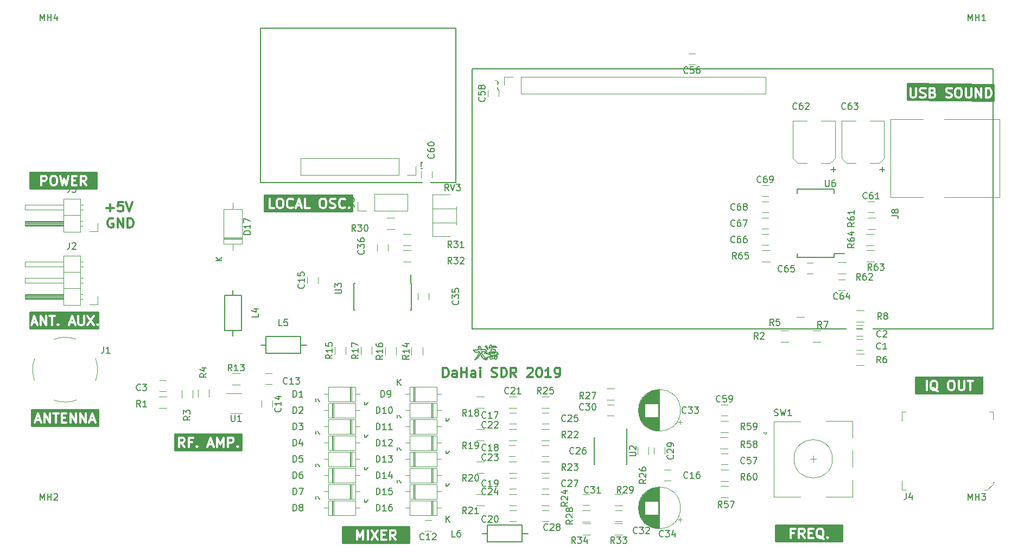
<source format=gbr>
G04 #@! TF.GenerationSoftware,KiCad,Pcbnew,(5.1.2-1)-1*
G04 #@! TF.CreationDate,2019-07-31T09:07:11+08:00*
G04 #@! TF.ProjectId,SDR_RECEIVER,5344525f-5245-4434-9549-5645522e6b69,rev?*
G04 #@! TF.SameCoordinates,Original*
G04 #@! TF.FileFunction,Legend,Top*
G04 #@! TF.FilePolarity,Positive*
%FSLAX46Y46*%
G04 Gerber Fmt 4.6, Leading zero omitted, Abs format (unit mm)*
G04 Created by KiCad (PCBNEW (5.1.2-1)-1) date 2019-07-31 09:07:11*
%MOMM*%
%LPD*%
G04 APERTURE LIST*
%ADD10C,0.300000*%
%ADD11C,0.200000*%
%ADD12C,0.120000*%
%ADD13C,0.100000*%
%ADD14C,0.150000*%
%ADD15C,0.254000*%
%ADD16O,1.700000X1.700000*%
%ADD17R,1.700000X1.700000*%
%ADD18C,2.700000*%
%ADD19C,1.520000*%
%ADD20R,2.500000X1.800000*%
%ADD21R,1.800000X2.500000*%
%ADD22C,1.200000*%
%ADD23R,1.500000X1.250000*%
%ADD24R,1.500000X1.300000*%
%ADD25R,1.600000X1.600000*%
%ADD26C,1.600000*%
%ADD27O,1.600000X1.600000*%
%ADD28R,1.250000X1.500000*%
%ADD29C,1.998980*%
%ADD30R,1.300000X1.500000*%
%ADD31C,1.620000*%
%ADD32C,1.500000*%
%ADD33R,3.200000X2.000000*%
%ADD34C,2.000000*%
%ADD35R,2.000000X2.000000*%
%ADD36R,1.220000X0.650000*%
%ADD37R,0.600000X1.500000*%
%ADD38C,1.250000*%
%ADD39R,1.600000X3.500000*%
%ADD40C,3.810000*%
%ADD41C,3.556000*%
%ADD42C,6.400000*%
%ADD43R,2.200000X2.200000*%
%ADD44O,2.200000X2.200000*%
%ADD45R,0.600000X1.550000*%
%ADD46R,1.750000X0.450000*%
G04 APERTURE END LIST*
D10*
X58293142Y-83070000D02*
X58150285Y-82998571D01*
X57936000Y-82998571D01*
X57721714Y-83070000D01*
X57578857Y-83212857D01*
X57507428Y-83355714D01*
X57436000Y-83641428D01*
X57436000Y-83855714D01*
X57507428Y-84141428D01*
X57578857Y-84284285D01*
X57721714Y-84427142D01*
X57936000Y-84498571D01*
X58078857Y-84498571D01*
X58293142Y-84427142D01*
X58364571Y-84355714D01*
X58364571Y-83855714D01*
X58078857Y-83855714D01*
X59007428Y-84498571D02*
X59007428Y-82998571D01*
X59864571Y-84498571D01*
X59864571Y-82998571D01*
X60578857Y-84498571D02*
X60578857Y-82998571D01*
X60936000Y-82998571D01*
X61150285Y-83070000D01*
X61293142Y-83212857D01*
X61364571Y-83355714D01*
X61436000Y-83641428D01*
X61436000Y-83855714D01*
X61364571Y-84141428D01*
X61293142Y-84284285D01*
X61150285Y-84427142D01*
X60936000Y-84498571D01*
X60578857Y-84498571D01*
X57253428Y-81387142D02*
X58396285Y-81387142D01*
X57824857Y-81958571D02*
X57824857Y-80815714D01*
X59824857Y-80458571D02*
X59110571Y-80458571D01*
X59039142Y-81172857D01*
X59110571Y-81101428D01*
X59253428Y-81030000D01*
X59610571Y-81030000D01*
X59753428Y-81101428D01*
X59824857Y-81172857D01*
X59896285Y-81315714D01*
X59896285Y-81672857D01*
X59824857Y-81815714D01*
X59753428Y-81887142D01*
X59610571Y-81958571D01*
X59253428Y-81958571D01*
X59110571Y-81887142D01*
X59039142Y-81815714D01*
X60324857Y-80458571D02*
X60824857Y-81958571D01*
X61324857Y-80458571D01*
X109764857Y-107866571D02*
X109764857Y-106366571D01*
X110122000Y-106366571D01*
X110336285Y-106438000D01*
X110479142Y-106580857D01*
X110550571Y-106723714D01*
X110622000Y-107009428D01*
X110622000Y-107223714D01*
X110550571Y-107509428D01*
X110479142Y-107652285D01*
X110336285Y-107795142D01*
X110122000Y-107866571D01*
X109764857Y-107866571D01*
X111907714Y-107866571D02*
X111907714Y-107080857D01*
X111836285Y-106938000D01*
X111693428Y-106866571D01*
X111407714Y-106866571D01*
X111264857Y-106938000D01*
X111907714Y-107795142D02*
X111764857Y-107866571D01*
X111407714Y-107866571D01*
X111264857Y-107795142D01*
X111193428Y-107652285D01*
X111193428Y-107509428D01*
X111264857Y-107366571D01*
X111407714Y-107295142D01*
X111764857Y-107295142D01*
X111907714Y-107223714D01*
X112622000Y-107866571D02*
X112622000Y-106366571D01*
X112622000Y-107080857D02*
X113479142Y-107080857D01*
X113479142Y-107866571D02*
X113479142Y-106366571D01*
X114836285Y-107866571D02*
X114836285Y-107080857D01*
X114764857Y-106938000D01*
X114622000Y-106866571D01*
X114336285Y-106866571D01*
X114193428Y-106938000D01*
X114836285Y-107795142D02*
X114693428Y-107866571D01*
X114336285Y-107866571D01*
X114193428Y-107795142D01*
X114122000Y-107652285D01*
X114122000Y-107509428D01*
X114193428Y-107366571D01*
X114336285Y-107295142D01*
X114693428Y-107295142D01*
X114836285Y-107223714D01*
X115550571Y-107866571D02*
X115550571Y-106866571D01*
X115550571Y-106366571D02*
X115479142Y-106438000D01*
X115550571Y-106509428D01*
X115622000Y-106438000D01*
X115550571Y-106366571D01*
X115550571Y-106509428D01*
X117336285Y-107795142D02*
X117550571Y-107866571D01*
X117907714Y-107866571D01*
X118050571Y-107795142D01*
X118122000Y-107723714D01*
X118193428Y-107580857D01*
X118193428Y-107438000D01*
X118122000Y-107295142D01*
X118050571Y-107223714D01*
X117907714Y-107152285D01*
X117622000Y-107080857D01*
X117479142Y-107009428D01*
X117407714Y-106938000D01*
X117336285Y-106795142D01*
X117336285Y-106652285D01*
X117407714Y-106509428D01*
X117479142Y-106438000D01*
X117622000Y-106366571D01*
X117979142Y-106366571D01*
X118193428Y-106438000D01*
X118836285Y-107866571D02*
X118836285Y-106366571D01*
X119193428Y-106366571D01*
X119407714Y-106438000D01*
X119550571Y-106580857D01*
X119622000Y-106723714D01*
X119693428Y-107009428D01*
X119693428Y-107223714D01*
X119622000Y-107509428D01*
X119550571Y-107652285D01*
X119407714Y-107795142D01*
X119193428Y-107866571D01*
X118836285Y-107866571D01*
X121193428Y-107866571D02*
X120693428Y-107152285D01*
X120336285Y-107866571D02*
X120336285Y-106366571D01*
X120907714Y-106366571D01*
X121050571Y-106438000D01*
X121122000Y-106509428D01*
X121193428Y-106652285D01*
X121193428Y-106866571D01*
X121122000Y-107009428D01*
X121050571Y-107080857D01*
X120907714Y-107152285D01*
X120336285Y-107152285D01*
X122907714Y-106509428D02*
X122979142Y-106438000D01*
X123122000Y-106366571D01*
X123479142Y-106366571D01*
X123622000Y-106438000D01*
X123693428Y-106509428D01*
X123764857Y-106652285D01*
X123764857Y-106795142D01*
X123693428Y-107009428D01*
X122836285Y-107866571D01*
X123764857Y-107866571D01*
X124693428Y-106366571D02*
X124836285Y-106366571D01*
X124979142Y-106438000D01*
X125050571Y-106509428D01*
X125122000Y-106652285D01*
X125193428Y-106938000D01*
X125193428Y-107295142D01*
X125122000Y-107580857D01*
X125050571Y-107723714D01*
X124979142Y-107795142D01*
X124836285Y-107866571D01*
X124693428Y-107866571D01*
X124550571Y-107795142D01*
X124479142Y-107723714D01*
X124407714Y-107580857D01*
X124336285Y-107295142D01*
X124336285Y-106938000D01*
X124407714Y-106652285D01*
X124479142Y-106509428D01*
X124550571Y-106438000D01*
X124693428Y-106366571D01*
X126622000Y-107866571D02*
X125764857Y-107866571D01*
X126193428Y-107866571D02*
X126193428Y-106366571D01*
X126050571Y-106580857D01*
X125907714Y-106723714D01*
X125764857Y-106795142D01*
X127336285Y-107866571D02*
X127622000Y-107866571D01*
X127764857Y-107795142D01*
X127836285Y-107723714D01*
X127979142Y-107509428D01*
X128050571Y-107223714D01*
X128050571Y-106652285D01*
X127979142Y-106509428D01*
X127907714Y-106438000D01*
X127764857Y-106366571D01*
X127479142Y-106366571D01*
X127336285Y-106438000D01*
X127264857Y-106509428D01*
X127193428Y-106652285D01*
X127193428Y-107009428D01*
X127264857Y-107152285D01*
X127336285Y-107223714D01*
X127479142Y-107295142D01*
X127764857Y-107295142D01*
X127907714Y-107223714D01*
X127979142Y-107152285D01*
X128050571Y-107009428D01*
D11*
X111760000Y-53340000D02*
X81280000Y-53340000D01*
X111760000Y-77470000D02*
X111760000Y-53340000D01*
X81280000Y-77470000D02*
X111760000Y-77470000D01*
X81280000Y-53340000D02*
X81280000Y-77470000D01*
X195580000Y-59690000D02*
X114300000Y-59690000D01*
X195580000Y-100330000D02*
X195580000Y-59690000D01*
X114300000Y-100330000D02*
X195580000Y-100330000D01*
X114300000Y-59690000D02*
X114300000Y-100330000D01*
D12*
X96460000Y-81848000D02*
X96460000Y-80518000D01*
X97790000Y-81848000D02*
X96460000Y-81848000D01*
X99060000Y-81848000D02*
X99060000Y-79188000D01*
X99060000Y-79188000D02*
X104200000Y-79188000D01*
X99060000Y-81848000D02*
X104200000Y-81848000D01*
X104200000Y-81848000D02*
X104200000Y-79188000D01*
X179580000Y-79760000D02*
X179580000Y-67560000D01*
X196600000Y-67560000D02*
X196600000Y-79760000D01*
X179580000Y-67560000D02*
X184660000Y-67560000D01*
X187960000Y-67560000D02*
X196600000Y-67560000D01*
X179580000Y-79760000D02*
X184660000Y-79760000D01*
X187960000Y-79760000D02*
X196600000Y-79760000D01*
D13*
X194950000Y-113280000D02*
X195550000Y-113280000D01*
X195550000Y-113280000D02*
X195550000Y-114480000D01*
X181950000Y-113280000D02*
X181350000Y-113280000D01*
X181350000Y-113280000D02*
X181350000Y-114680000D01*
X181950000Y-125480000D02*
X181350000Y-125480000D01*
X181350000Y-125480000D02*
X181350000Y-123980000D01*
X194250000Y-125480000D02*
X194650000Y-125480000D01*
X194650000Y-125480000D02*
X195550000Y-124580000D01*
X195550000Y-124580000D02*
X195550000Y-124280000D01*
X195550000Y-124280000D02*
X195750000Y-124280000D01*
D14*
X114655600Y-103809800D02*
X114782600Y-103987600D01*
X114782600Y-103987600D02*
X114960400Y-103911400D01*
X114960400Y-103911400D02*
X115468400Y-103860600D01*
X115468400Y-103860600D02*
X115341400Y-104216200D01*
X115341400Y-104216200D02*
X115087400Y-104724200D01*
X115087400Y-104724200D02*
X114706400Y-105105200D01*
X114706400Y-105105200D02*
X115265200Y-104775000D01*
X115265200Y-104775000D02*
X115570000Y-104241600D01*
X115570000Y-104241600D02*
X115570000Y-104063800D01*
X115570000Y-104063800D02*
X115824000Y-104673400D01*
X115824000Y-104673400D02*
X116128800Y-105029000D01*
X116128800Y-105029000D02*
X116611400Y-105105200D01*
X116611400Y-105105200D02*
X116357400Y-104851200D01*
X116357400Y-104851200D02*
X115925600Y-104292400D01*
X115925600Y-104292400D02*
X115722400Y-103835200D01*
X115722400Y-103835200D02*
X116281200Y-103886000D01*
X116281200Y-103886000D02*
X116560600Y-103784400D01*
X116560600Y-103784400D02*
X116535200Y-103606600D01*
X116535200Y-103606600D02*
X116281200Y-103530400D01*
X116281200Y-103530400D02*
X115874800Y-103555800D01*
X115874800Y-103555800D02*
X115671600Y-103581200D01*
X115671600Y-103581200D02*
X115697000Y-103301800D01*
X115697000Y-103301800D02*
X115620800Y-103149400D01*
X115620800Y-103149400D02*
X115392200Y-102997000D01*
X115392200Y-102997000D02*
X115265200Y-103098600D01*
X115265200Y-103098600D02*
X115366800Y-103352600D01*
X115366800Y-103352600D02*
X115392200Y-103530400D01*
X115392200Y-103530400D02*
X115011200Y-103606600D01*
X115011200Y-103606600D02*
X114503200Y-103606600D01*
X114503200Y-103606600D02*
X114655600Y-103784400D01*
X116535200Y-102920800D02*
X116332000Y-103047800D01*
X116332000Y-103047800D02*
X116763800Y-103530400D01*
X116763800Y-103530400D02*
X116586000Y-102946200D01*
X116408200Y-103911400D02*
X116281200Y-104140000D01*
X116281200Y-104140000D02*
X116763800Y-104241600D01*
X116763800Y-104241600D02*
X116509800Y-103911400D01*
X116382800Y-104851200D02*
X116611400Y-105079800D01*
X116611400Y-105079800D02*
X116890800Y-104622600D01*
X116890800Y-104622600D02*
X116408200Y-104851200D01*
X117195600Y-102870000D02*
X116967000Y-103200200D01*
X116967000Y-103200200D02*
X117017800Y-103352600D01*
X117017800Y-103352600D02*
X117221000Y-103200200D01*
X117221000Y-103200200D02*
X118084600Y-103225600D01*
X118084600Y-103225600D02*
X117957600Y-102997000D01*
X117957600Y-102997000D02*
X117322600Y-103047800D01*
X117322600Y-103047800D02*
X117398800Y-102920800D01*
X117398800Y-102920800D02*
X117195600Y-102870000D01*
X117297200Y-103606600D02*
X117144800Y-104013000D01*
X117144800Y-104013000D02*
X116890800Y-103962200D01*
X116890800Y-103962200D02*
X116941600Y-104292400D01*
X116941600Y-104292400D02*
X117170200Y-104216200D01*
X117170200Y-104216200D02*
X117068600Y-104851200D01*
X117068600Y-104851200D02*
X117195600Y-105029000D01*
X117195600Y-105029000D02*
X117881400Y-104851200D01*
X117881400Y-104851200D02*
X117754400Y-104927400D01*
X117754400Y-104927400D02*
X118033800Y-105054400D01*
X118033800Y-105054400D02*
X118186200Y-104825800D01*
X118186200Y-104825800D02*
X118084600Y-104241600D01*
X118084600Y-104241600D02*
X118338600Y-104267000D01*
X118338600Y-104267000D02*
X118262400Y-103987600D01*
X118262400Y-103987600D02*
X117957600Y-103987600D01*
X117957600Y-103987600D02*
X117906800Y-103530400D01*
X117906800Y-103530400D02*
X117271800Y-103454200D01*
X117271800Y-103454200D02*
X117297200Y-103632000D01*
X117449600Y-103835200D02*
X117373400Y-104089200D01*
X117373400Y-104089200D02*
X117576600Y-104114600D01*
X117576600Y-104114600D02*
X117627400Y-103911400D01*
X117627400Y-103911400D02*
X117475000Y-103860600D01*
X117627400Y-103911400D02*
X117678200Y-104140000D01*
X117678200Y-104140000D02*
X117856000Y-104089200D01*
X117856000Y-104089200D02*
X117779800Y-103886000D01*
X117779800Y-103886000D02*
X117627400Y-103886000D01*
X117373400Y-104394000D02*
X117297200Y-104698800D01*
X117297200Y-104698800D02*
X117500400Y-104724200D01*
X117500400Y-104724200D02*
X117551200Y-104394000D01*
X117551200Y-104394000D02*
X117424200Y-104394000D01*
X117678200Y-104394000D02*
X117754400Y-104724200D01*
X117754400Y-104724200D02*
X118008400Y-104648000D01*
X118008400Y-104648000D02*
X117881400Y-104368600D01*
X117881400Y-104368600D02*
X117678200Y-104394000D01*
D12*
X174252000Y-101383200D02*
X175252000Y-101383200D01*
X175252000Y-99683200D02*
X174252000Y-99683200D01*
X174252000Y-103643800D02*
X175252000Y-103643800D01*
X175252000Y-101943800D02*
X174252000Y-101943800D01*
X164906400Y-98434000D02*
X166106400Y-98434000D01*
X166106400Y-100194000D02*
X164906400Y-100194000D01*
X174253600Y-97418000D02*
X175453600Y-97418000D01*
X175453600Y-99178000D02*
X174253600Y-99178000D01*
X174253600Y-104199800D02*
X175453600Y-104199800D01*
X175453600Y-105959800D02*
X174253600Y-105959800D01*
X167471800Y-100542200D02*
X168671800Y-100542200D01*
X168671800Y-102302200D02*
X167471800Y-102302200D01*
X163642600Y-102302200D02*
X162442600Y-102302200D01*
X162442600Y-100542200D02*
X163642600Y-100542200D01*
X146800000Y-128270000D02*
G75*
G03X146800000Y-128270000I-3270000J0D01*
G01*
X143530000Y-131500000D02*
X143530000Y-125040000D01*
X143490000Y-131500000D02*
X143490000Y-125040000D01*
X143450000Y-131500000D02*
X143450000Y-125040000D01*
X143410000Y-131498000D02*
X143410000Y-125042000D01*
X143370000Y-131497000D02*
X143370000Y-125043000D01*
X143330000Y-131494000D02*
X143330000Y-125046000D01*
X143290000Y-131492000D02*
X143290000Y-129310000D01*
X143290000Y-127230000D02*
X143290000Y-125048000D01*
X143250000Y-131488000D02*
X143250000Y-129310000D01*
X143250000Y-127230000D02*
X143250000Y-125052000D01*
X143210000Y-131485000D02*
X143210000Y-129310000D01*
X143210000Y-127230000D02*
X143210000Y-125055000D01*
X143170000Y-131481000D02*
X143170000Y-129310000D01*
X143170000Y-127230000D02*
X143170000Y-125059000D01*
X143130000Y-131476000D02*
X143130000Y-129310000D01*
X143130000Y-127230000D02*
X143130000Y-125064000D01*
X143090000Y-131471000D02*
X143090000Y-129310000D01*
X143090000Y-127230000D02*
X143090000Y-125069000D01*
X143050000Y-131465000D02*
X143050000Y-129310000D01*
X143050000Y-127230000D02*
X143050000Y-125075000D01*
X143010000Y-131459000D02*
X143010000Y-129310000D01*
X143010000Y-127230000D02*
X143010000Y-125081000D01*
X142970000Y-131452000D02*
X142970000Y-129310000D01*
X142970000Y-127230000D02*
X142970000Y-125088000D01*
X142930000Y-131445000D02*
X142930000Y-129310000D01*
X142930000Y-127230000D02*
X142930000Y-125095000D01*
X142890000Y-131437000D02*
X142890000Y-129310000D01*
X142890000Y-127230000D02*
X142890000Y-125103000D01*
X142850000Y-131429000D02*
X142850000Y-129310000D01*
X142850000Y-127230000D02*
X142850000Y-125111000D01*
X142809000Y-131420000D02*
X142809000Y-129310000D01*
X142809000Y-127230000D02*
X142809000Y-125120000D01*
X142769000Y-131411000D02*
X142769000Y-129310000D01*
X142769000Y-127230000D02*
X142769000Y-125129000D01*
X142729000Y-131401000D02*
X142729000Y-129310000D01*
X142729000Y-127230000D02*
X142729000Y-125139000D01*
X142689000Y-131391000D02*
X142689000Y-129310000D01*
X142689000Y-127230000D02*
X142689000Y-125149000D01*
X142649000Y-131380000D02*
X142649000Y-129310000D01*
X142649000Y-127230000D02*
X142649000Y-125160000D01*
X142609000Y-131368000D02*
X142609000Y-129310000D01*
X142609000Y-127230000D02*
X142609000Y-125172000D01*
X142569000Y-131356000D02*
X142569000Y-129310000D01*
X142569000Y-127230000D02*
X142569000Y-125184000D01*
X142529000Y-131344000D02*
X142529000Y-129310000D01*
X142529000Y-127230000D02*
X142529000Y-125196000D01*
X142489000Y-131331000D02*
X142489000Y-129310000D01*
X142489000Y-127230000D02*
X142489000Y-125209000D01*
X142449000Y-131317000D02*
X142449000Y-129310000D01*
X142449000Y-127230000D02*
X142449000Y-125223000D01*
X142409000Y-131303000D02*
X142409000Y-129310000D01*
X142409000Y-127230000D02*
X142409000Y-125237000D01*
X142369000Y-131288000D02*
X142369000Y-129310000D01*
X142369000Y-127230000D02*
X142369000Y-125252000D01*
X142329000Y-131272000D02*
X142329000Y-129310000D01*
X142329000Y-127230000D02*
X142329000Y-125268000D01*
X142289000Y-131256000D02*
X142289000Y-129310000D01*
X142289000Y-127230000D02*
X142289000Y-125284000D01*
X142249000Y-131240000D02*
X142249000Y-129310000D01*
X142249000Y-127230000D02*
X142249000Y-125300000D01*
X142209000Y-131222000D02*
X142209000Y-129310000D01*
X142209000Y-127230000D02*
X142209000Y-125318000D01*
X142169000Y-131204000D02*
X142169000Y-129310000D01*
X142169000Y-127230000D02*
X142169000Y-125336000D01*
X142129000Y-131186000D02*
X142129000Y-129310000D01*
X142129000Y-127230000D02*
X142129000Y-125354000D01*
X142089000Y-131166000D02*
X142089000Y-129310000D01*
X142089000Y-127230000D02*
X142089000Y-125374000D01*
X142049000Y-131146000D02*
X142049000Y-129310000D01*
X142049000Y-127230000D02*
X142049000Y-125394000D01*
X142009000Y-131126000D02*
X142009000Y-129310000D01*
X142009000Y-127230000D02*
X142009000Y-125414000D01*
X141969000Y-131104000D02*
X141969000Y-129310000D01*
X141969000Y-127230000D02*
X141969000Y-125436000D01*
X141929000Y-131082000D02*
X141929000Y-129310000D01*
X141929000Y-127230000D02*
X141929000Y-125458000D01*
X141889000Y-131060000D02*
X141889000Y-129310000D01*
X141889000Y-127230000D02*
X141889000Y-125480000D01*
X141849000Y-131036000D02*
X141849000Y-129310000D01*
X141849000Y-127230000D02*
X141849000Y-125504000D01*
X141809000Y-131012000D02*
X141809000Y-129310000D01*
X141809000Y-127230000D02*
X141809000Y-125528000D01*
X141769000Y-130986000D02*
X141769000Y-129310000D01*
X141769000Y-127230000D02*
X141769000Y-125554000D01*
X141729000Y-130960000D02*
X141729000Y-129310000D01*
X141729000Y-127230000D02*
X141729000Y-125580000D01*
X141689000Y-130934000D02*
X141689000Y-129310000D01*
X141689000Y-127230000D02*
X141689000Y-125606000D01*
X141649000Y-130906000D02*
X141649000Y-129310000D01*
X141649000Y-127230000D02*
X141649000Y-125634000D01*
X141609000Y-130877000D02*
X141609000Y-129310000D01*
X141609000Y-127230000D02*
X141609000Y-125663000D01*
X141569000Y-130848000D02*
X141569000Y-129310000D01*
X141569000Y-127230000D02*
X141569000Y-125692000D01*
X141529000Y-130818000D02*
X141529000Y-129310000D01*
X141529000Y-127230000D02*
X141529000Y-125722000D01*
X141489000Y-130786000D02*
X141489000Y-129310000D01*
X141489000Y-127230000D02*
X141489000Y-125754000D01*
X141449000Y-130754000D02*
X141449000Y-129310000D01*
X141449000Y-127230000D02*
X141449000Y-125786000D01*
X141409000Y-130720000D02*
X141409000Y-129310000D01*
X141409000Y-127230000D02*
X141409000Y-125820000D01*
X141369000Y-130686000D02*
X141369000Y-129310000D01*
X141369000Y-127230000D02*
X141369000Y-125854000D01*
X141329000Y-130650000D02*
X141329000Y-129310000D01*
X141329000Y-127230000D02*
X141329000Y-125890000D01*
X141289000Y-130613000D02*
X141289000Y-129310000D01*
X141289000Y-127230000D02*
X141289000Y-125927000D01*
X141249000Y-130575000D02*
X141249000Y-129310000D01*
X141249000Y-127230000D02*
X141249000Y-125965000D01*
X141209000Y-130535000D02*
X141209000Y-126005000D01*
X141169000Y-130494000D02*
X141169000Y-126046000D01*
X141129000Y-130452000D02*
X141129000Y-126088000D01*
X141089000Y-130407000D02*
X141089000Y-126133000D01*
X141049000Y-130362000D02*
X141049000Y-126178000D01*
X141009000Y-130314000D02*
X141009000Y-126226000D01*
X140969000Y-130265000D02*
X140969000Y-126275000D01*
X140929000Y-130214000D02*
X140929000Y-126326000D01*
X140889000Y-130160000D02*
X140889000Y-126380000D01*
X140849000Y-130104000D02*
X140849000Y-126436000D01*
X140809000Y-130046000D02*
X140809000Y-126494000D01*
X140769000Y-129984000D02*
X140769000Y-126556000D01*
X140729000Y-129920000D02*
X140729000Y-126620000D01*
X140689000Y-129851000D02*
X140689000Y-126689000D01*
X140649000Y-129779000D02*
X140649000Y-126761000D01*
X140609000Y-129702000D02*
X140609000Y-126838000D01*
X140569000Y-129620000D02*
X140569000Y-126920000D01*
X140529000Y-129532000D02*
X140529000Y-127008000D01*
X140489000Y-129435000D02*
X140489000Y-127105000D01*
X140449000Y-129329000D02*
X140449000Y-127211000D01*
X140409000Y-129210000D02*
X140409000Y-127330000D01*
X140369000Y-129072000D02*
X140369000Y-127468000D01*
X140329000Y-128903000D02*
X140329000Y-127637000D01*
X140289000Y-128672000D02*
X140289000Y-127868000D01*
X147030241Y-130109000D02*
X146400241Y-130109000D01*
X146715241Y-130424000D02*
X146715241Y-129794000D01*
X66540000Y-108370000D02*
X65540000Y-108370000D01*
X65540000Y-110070000D02*
X66540000Y-110070000D01*
X106922000Y-131914000D02*
X107922000Y-131914000D01*
X107922000Y-130214000D02*
X106922000Y-130214000D01*
X83050000Y-107260000D02*
X82050000Y-107260000D01*
X82050000Y-108960000D02*
X83050000Y-108960000D01*
X81446000Y-111514000D02*
X81446000Y-112514000D01*
X83146000Y-112514000D02*
X83146000Y-111514000D01*
X88558000Y-92210000D02*
X88558000Y-93210000D01*
X90258000Y-93210000D02*
X90258000Y-92210000D01*
X145280000Y-122340000D02*
X144280000Y-122340000D01*
X144280000Y-124040000D02*
X145280000Y-124040000D01*
X121150000Y-113450000D02*
X120150000Y-113450000D01*
X120150000Y-115150000D02*
X121150000Y-115150000D01*
X121023000Y-118530000D02*
X120023000Y-118530000D01*
X120023000Y-120230000D02*
X121023000Y-120230000D01*
X120150000Y-125310000D02*
X121150000Y-125310000D01*
X121150000Y-123610000D02*
X120150000Y-123610000D01*
X121150000Y-128690000D02*
X120150000Y-128690000D01*
X120150000Y-130390000D02*
X121150000Y-130390000D01*
X125230000Y-115150000D02*
X126230000Y-115150000D01*
X126230000Y-113450000D02*
X125230000Y-113450000D01*
X125230000Y-120230000D02*
X126230000Y-120230000D01*
X126230000Y-118530000D02*
X125230000Y-118530000D01*
X126230000Y-123610000D02*
X125230000Y-123610000D01*
X125230000Y-125310000D02*
X126230000Y-125310000D01*
X125230000Y-130390000D02*
X126230000Y-130390000D01*
X126230000Y-128690000D02*
X125230000Y-128690000D01*
X144360000Y-119880000D02*
X144360000Y-118880000D01*
X142660000Y-118880000D02*
X142660000Y-119880000D01*
X135410000Y-113880000D02*
X136410000Y-113880000D01*
X136410000Y-112180000D02*
X135410000Y-112180000D01*
X132580000Y-126150000D02*
X131580000Y-126150000D01*
X131580000Y-127850000D02*
X132580000Y-127850000D01*
X137660000Y-128690000D02*
X136660000Y-128690000D01*
X136660000Y-130390000D02*
X137660000Y-130390000D01*
X107530000Y-95750000D02*
X107530000Y-94750000D01*
X105830000Y-94750000D02*
X105830000Y-95750000D01*
X101180000Y-88130000D02*
X101180000Y-87130000D01*
X99480000Y-87130000D02*
X99480000Y-88130000D01*
X148090000Y-59016000D02*
X149090000Y-59016000D01*
X149090000Y-57316000D02*
X148090000Y-57316000D01*
X154170000Y-119800000D02*
X153170000Y-119800000D01*
X153170000Y-121500000D02*
X154170000Y-121500000D01*
X118452000Y-64000000D02*
X118452000Y-63000000D01*
X116752000Y-63000000D02*
X116752000Y-64000000D01*
X153170000Y-113880000D02*
X154170000Y-113880000D01*
X154170000Y-112180000D02*
X153170000Y-112180000D01*
X108038000Y-76700000D02*
X108038000Y-75700000D01*
X106338000Y-75700000D02*
X106338000Y-76700000D01*
X96100000Y-111610000D02*
X96100000Y-109370000D01*
X96100000Y-109370000D02*
X91860000Y-109370000D01*
X91860000Y-109370000D02*
X91860000Y-111610000D01*
X91860000Y-111610000D02*
X96100000Y-111610000D01*
X96750000Y-110490000D02*
X96100000Y-110490000D01*
X91210000Y-110490000D02*
X91860000Y-110490000D01*
X95380000Y-111610000D02*
X95380000Y-109370000D01*
X95260000Y-111610000D02*
X95260000Y-109370000D01*
X95500000Y-111610000D02*
X95500000Y-109370000D01*
X91860000Y-111910000D02*
X91860000Y-114150000D01*
X91860000Y-114150000D02*
X96100000Y-114150000D01*
X96100000Y-114150000D02*
X96100000Y-111910000D01*
X96100000Y-111910000D02*
X91860000Y-111910000D01*
X91210000Y-113030000D02*
X91860000Y-113030000D01*
X96750000Y-113030000D02*
X96100000Y-113030000D01*
X92580000Y-111910000D02*
X92580000Y-114150000D01*
X92700000Y-111910000D02*
X92700000Y-114150000D01*
X92460000Y-111910000D02*
X92460000Y-114150000D01*
X95500000Y-116690000D02*
X95500000Y-114450000D01*
X95260000Y-116690000D02*
X95260000Y-114450000D01*
X95380000Y-116690000D02*
X95380000Y-114450000D01*
X91210000Y-115570000D02*
X91860000Y-115570000D01*
X96750000Y-115570000D02*
X96100000Y-115570000D01*
X91860000Y-116690000D02*
X96100000Y-116690000D01*
X91860000Y-114450000D02*
X91860000Y-116690000D01*
X96100000Y-114450000D02*
X91860000Y-114450000D01*
X96100000Y-116690000D02*
X96100000Y-114450000D01*
X91860000Y-116990000D02*
X91860000Y-119230000D01*
X91860000Y-119230000D02*
X96100000Y-119230000D01*
X96100000Y-119230000D02*
X96100000Y-116990000D01*
X96100000Y-116990000D02*
X91860000Y-116990000D01*
X91210000Y-118110000D02*
X91860000Y-118110000D01*
X96750000Y-118110000D02*
X96100000Y-118110000D01*
X92580000Y-116990000D02*
X92580000Y-119230000D01*
X92700000Y-116990000D02*
X92700000Y-119230000D01*
X92460000Y-116990000D02*
X92460000Y-119230000D01*
X96100000Y-121770000D02*
X96100000Y-119530000D01*
X96100000Y-119530000D02*
X91860000Y-119530000D01*
X91860000Y-119530000D02*
X91860000Y-121770000D01*
X91860000Y-121770000D02*
X96100000Y-121770000D01*
X96750000Y-120650000D02*
X96100000Y-120650000D01*
X91210000Y-120650000D02*
X91860000Y-120650000D01*
X95380000Y-121770000D02*
X95380000Y-119530000D01*
X95260000Y-121770000D02*
X95260000Y-119530000D01*
X95500000Y-121770000D02*
X95500000Y-119530000D01*
X92460000Y-122070000D02*
X92460000Y-124310000D01*
X92700000Y-122070000D02*
X92700000Y-124310000D01*
X92580000Y-122070000D02*
X92580000Y-124310000D01*
X96750000Y-123190000D02*
X96100000Y-123190000D01*
X91210000Y-123190000D02*
X91860000Y-123190000D01*
X96100000Y-122070000D02*
X91860000Y-122070000D01*
X96100000Y-124310000D02*
X96100000Y-122070000D01*
X91860000Y-124310000D02*
X96100000Y-124310000D01*
X91860000Y-122070000D02*
X91860000Y-124310000D01*
X95500000Y-126850000D02*
X95500000Y-124610000D01*
X95260000Y-126850000D02*
X95260000Y-124610000D01*
X95380000Y-126850000D02*
X95380000Y-124610000D01*
X91210000Y-125730000D02*
X91860000Y-125730000D01*
X96750000Y-125730000D02*
X96100000Y-125730000D01*
X91860000Y-126850000D02*
X96100000Y-126850000D01*
X91860000Y-124610000D02*
X91860000Y-126850000D01*
X96100000Y-124610000D02*
X91860000Y-124610000D01*
X96100000Y-126850000D02*
X96100000Y-124610000D01*
X92460000Y-127150000D02*
X92460000Y-129390000D01*
X92700000Y-127150000D02*
X92700000Y-129390000D01*
X92580000Y-127150000D02*
X92580000Y-129390000D01*
X96750000Y-128270000D02*
X96100000Y-128270000D01*
X91210000Y-128270000D02*
X91860000Y-128270000D01*
X96100000Y-127150000D02*
X91860000Y-127150000D01*
X96100000Y-129390000D02*
X96100000Y-127150000D01*
X91860000Y-129390000D02*
X96100000Y-129390000D01*
X91860000Y-127150000D02*
X91860000Y-129390000D01*
X105160000Y-109370000D02*
X105160000Y-111610000D01*
X105400000Y-109370000D02*
X105400000Y-111610000D01*
X105280000Y-109370000D02*
X105280000Y-111610000D01*
X109450000Y-110490000D02*
X108800000Y-110490000D01*
X103910000Y-110490000D02*
X104560000Y-110490000D01*
X108800000Y-109370000D02*
X104560000Y-109370000D01*
X108800000Y-111610000D02*
X108800000Y-109370000D01*
X104560000Y-111610000D02*
X108800000Y-111610000D01*
X104560000Y-109370000D02*
X104560000Y-111610000D01*
X108200000Y-114150000D02*
X108200000Y-111910000D01*
X107960000Y-114150000D02*
X107960000Y-111910000D01*
X108080000Y-114150000D02*
X108080000Y-111910000D01*
X103910000Y-113030000D02*
X104560000Y-113030000D01*
X109450000Y-113030000D02*
X108800000Y-113030000D01*
X104560000Y-114150000D02*
X108800000Y-114150000D01*
X104560000Y-111910000D02*
X104560000Y-114150000D01*
X108800000Y-111910000D02*
X104560000Y-111910000D01*
X108800000Y-114150000D02*
X108800000Y-111910000D01*
X105160000Y-114450000D02*
X105160000Y-116690000D01*
X105400000Y-114450000D02*
X105400000Y-116690000D01*
X105280000Y-114450000D02*
X105280000Y-116690000D01*
X109450000Y-115570000D02*
X108800000Y-115570000D01*
X103910000Y-115570000D02*
X104560000Y-115570000D01*
X108800000Y-114450000D02*
X104560000Y-114450000D01*
X108800000Y-116690000D02*
X108800000Y-114450000D01*
X104560000Y-116690000D02*
X108800000Y-116690000D01*
X104560000Y-114450000D02*
X104560000Y-116690000D01*
X108800000Y-119230000D02*
X108800000Y-116990000D01*
X108800000Y-116990000D02*
X104560000Y-116990000D01*
X104560000Y-116990000D02*
X104560000Y-119230000D01*
X104560000Y-119230000D02*
X108800000Y-119230000D01*
X109450000Y-118110000D02*
X108800000Y-118110000D01*
X103910000Y-118110000D02*
X104560000Y-118110000D01*
X108080000Y-119230000D02*
X108080000Y-116990000D01*
X107960000Y-119230000D02*
X107960000Y-116990000D01*
X108200000Y-119230000D02*
X108200000Y-116990000D01*
X105160000Y-119530000D02*
X105160000Y-121770000D01*
X105400000Y-119530000D02*
X105400000Y-121770000D01*
X105280000Y-119530000D02*
X105280000Y-121770000D01*
X109450000Y-120650000D02*
X108800000Y-120650000D01*
X103910000Y-120650000D02*
X104560000Y-120650000D01*
X108800000Y-119530000D02*
X104560000Y-119530000D01*
X108800000Y-121770000D02*
X108800000Y-119530000D01*
X104560000Y-121770000D02*
X108800000Y-121770000D01*
X104560000Y-119530000D02*
X104560000Y-121770000D01*
X108800000Y-124310000D02*
X108800000Y-122070000D01*
X108800000Y-122070000D02*
X104560000Y-122070000D01*
X104560000Y-122070000D02*
X104560000Y-124310000D01*
X104560000Y-124310000D02*
X108800000Y-124310000D01*
X109450000Y-123190000D02*
X108800000Y-123190000D01*
X103910000Y-123190000D02*
X104560000Y-123190000D01*
X108080000Y-124310000D02*
X108080000Y-122070000D01*
X107960000Y-124310000D02*
X107960000Y-122070000D01*
X108200000Y-124310000D02*
X108200000Y-122070000D01*
X104560000Y-124610000D02*
X104560000Y-126850000D01*
X104560000Y-126850000D02*
X108800000Y-126850000D01*
X108800000Y-126850000D02*
X108800000Y-124610000D01*
X108800000Y-124610000D02*
X104560000Y-124610000D01*
X103910000Y-125730000D02*
X104560000Y-125730000D01*
X109450000Y-125730000D02*
X108800000Y-125730000D01*
X105280000Y-124610000D02*
X105280000Y-126850000D01*
X105400000Y-124610000D02*
X105400000Y-126850000D01*
X105160000Y-124610000D02*
X105160000Y-126850000D01*
X108800000Y-129390000D02*
X108800000Y-127150000D01*
X108800000Y-127150000D02*
X104560000Y-127150000D01*
X104560000Y-127150000D02*
X104560000Y-129390000D01*
X104560000Y-129390000D02*
X108800000Y-129390000D01*
X109450000Y-128270000D02*
X108800000Y-128270000D01*
X103910000Y-128270000D02*
X104560000Y-128270000D01*
X108080000Y-129390000D02*
X108080000Y-127150000D01*
X107960000Y-129390000D02*
X107960000Y-127150000D01*
X108200000Y-129390000D02*
X108200000Y-127150000D01*
X53170000Y-96580000D02*
X53170000Y-88840000D01*
X53170000Y-88840000D02*
X50510000Y-88840000D01*
X50510000Y-88840000D02*
X50510000Y-96580000D01*
X50510000Y-96580000D02*
X53170000Y-96580000D01*
X50510000Y-95630000D02*
X44510000Y-95630000D01*
X44510000Y-95630000D02*
X44510000Y-94870000D01*
X44510000Y-94870000D02*
X50510000Y-94870000D01*
X50510000Y-95570000D02*
X44510000Y-95570000D01*
X50510000Y-95450000D02*
X44510000Y-95450000D01*
X50510000Y-95330000D02*
X44510000Y-95330000D01*
X50510000Y-95210000D02*
X44510000Y-95210000D01*
X50510000Y-95090000D02*
X44510000Y-95090000D01*
X50510000Y-94970000D02*
X44510000Y-94970000D01*
X53500000Y-95630000D02*
X53170000Y-95630000D01*
X53500000Y-94870000D02*
X53170000Y-94870000D01*
X53170000Y-93980000D02*
X50510000Y-93980000D01*
X50510000Y-93090000D02*
X44510000Y-93090000D01*
X44510000Y-93090000D02*
X44510000Y-92330000D01*
X44510000Y-92330000D02*
X50510000Y-92330000D01*
X53567071Y-93090000D02*
X53170000Y-93090000D01*
X53567071Y-92330000D02*
X53170000Y-92330000D01*
X53170000Y-91440000D02*
X50510000Y-91440000D01*
X50510000Y-90550000D02*
X44510000Y-90550000D01*
X44510000Y-90550000D02*
X44510000Y-89790000D01*
X44510000Y-89790000D02*
X50510000Y-89790000D01*
X53567071Y-90550000D02*
X53170000Y-90550000D01*
X53567071Y-89790000D02*
X53170000Y-89790000D01*
X55880000Y-95250000D02*
X55880000Y-96520000D01*
X55880000Y-96520000D02*
X54610000Y-96520000D01*
X55880000Y-85090000D02*
X54610000Y-85090000D01*
X55880000Y-83820000D02*
X55880000Y-85090000D01*
X53567071Y-80900000D02*
X53170000Y-80900000D01*
X53567071Y-81660000D02*
X53170000Y-81660000D01*
X44510000Y-80900000D02*
X50510000Y-80900000D01*
X44510000Y-81660000D02*
X44510000Y-80900000D01*
X50510000Y-81660000D02*
X44510000Y-81660000D01*
X53170000Y-82550000D02*
X50510000Y-82550000D01*
X53500000Y-83440000D02*
X53170000Y-83440000D01*
X53500000Y-84200000D02*
X53170000Y-84200000D01*
X50510000Y-83540000D02*
X44510000Y-83540000D01*
X50510000Y-83660000D02*
X44510000Y-83660000D01*
X50510000Y-83780000D02*
X44510000Y-83780000D01*
X50510000Y-83900000D02*
X44510000Y-83900000D01*
X50510000Y-84020000D02*
X44510000Y-84020000D01*
X50510000Y-84140000D02*
X44510000Y-84140000D01*
X44510000Y-83440000D02*
X50510000Y-83440000D01*
X44510000Y-84200000D02*
X44510000Y-83440000D01*
X50510000Y-84200000D02*
X44510000Y-84200000D01*
X50510000Y-85150000D02*
X53170000Y-85150000D01*
X50510000Y-79950000D02*
X50510000Y-85150000D01*
X53170000Y-79950000D02*
X50510000Y-79950000D01*
X53170000Y-85150000D02*
X53170000Y-79950000D01*
D14*
X76962000Y-95074740D02*
X76962000Y-94312740D01*
X76962000Y-100535740D02*
X76962000Y-101424740D01*
X75692000Y-95074740D02*
X78359000Y-95074740D01*
X78359000Y-95074740D02*
X78359000Y-100535740D01*
X78359000Y-100535740D02*
X75692000Y-100535740D01*
X75692000Y-100535740D02*
X75692000Y-95074740D01*
X82120740Y-102870000D02*
X81358740Y-102870000D01*
X87581740Y-102870000D02*
X88470740Y-102870000D01*
X82120740Y-104140000D02*
X82120740Y-101473000D01*
X82120740Y-101473000D02*
X87581740Y-101473000D01*
X87581740Y-101473000D02*
X87581740Y-104140000D01*
X87581740Y-104140000D02*
X82120740Y-104140000D01*
X122125740Y-133604000D02*
X116664740Y-133604000D01*
X122125740Y-130937000D02*
X122125740Y-133604000D01*
X116664740Y-130937000D02*
X122125740Y-130937000D01*
X116664740Y-133604000D02*
X116664740Y-130937000D01*
X122125740Y-132334000D02*
X123014740Y-132334000D01*
X116664740Y-132334000D02*
X115902740Y-132334000D01*
D12*
X65440000Y-110880000D02*
X66640000Y-110880000D01*
X66640000Y-112640000D02*
X65440000Y-112640000D01*
X70730000Y-109890000D02*
X70730000Y-111090000D01*
X68970000Y-111090000D02*
X68970000Y-109890000D01*
X73270000Y-109810000D02*
X73270000Y-111010000D01*
X71510000Y-111010000D02*
X71510000Y-109810000D01*
X78070000Y-108990000D02*
X76870000Y-108990000D01*
X76870000Y-107230000D02*
X78070000Y-107230000D01*
X106580000Y-103200000D02*
X106580000Y-104400000D01*
X104820000Y-104400000D02*
X104820000Y-103200000D01*
X92846000Y-104300000D02*
X92846000Y-103100000D01*
X94606000Y-103100000D02*
X94606000Y-104300000D01*
X100720000Y-104400000D02*
X100720000Y-103200000D01*
X102480000Y-103200000D02*
X102480000Y-104400000D01*
X98670000Y-103100000D02*
X98670000Y-104300000D01*
X96910000Y-104300000D02*
X96910000Y-103100000D01*
X116170000Y-112640000D02*
X114970000Y-112640000D01*
X114970000Y-110880000D02*
X116170000Y-110880000D01*
X114970000Y-115960000D02*
X116170000Y-115960000D01*
X116170000Y-117720000D02*
X114970000Y-117720000D01*
X116170000Y-122800000D02*
X114970000Y-122800000D01*
X114970000Y-121040000D02*
X116170000Y-121040000D01*
X114970000Y-126120000D02*
X116170000Y-126120000D01*
X116170000Y-127880000D02*
X114970000Y-127880000D01*
X125130000Y-115960000D02*
X126330000Y-115960000D01*
X126330000Y-117720000D02*
X125130000Y-117720000D01*
X126330000Y-122800000D02*
X125130000Y-122800000D01*
X125130000Y-121040000D02*
X126330000Y-121040000D01*
X126330000Y-127880000D02*
X125130000Y-127880000D01*
X125130000Y-126120000D02*
X126330000Y-126120000D01*
X126330000Y-112640000D02*
X125130000Y-112640000D01*
X125130000Y-110880000D02*
X126330000Y-110880000D01*
X141850000Y-118780000D02*
X141850000Y-119980000D01*
X140090000Y-119980000D02*
X140090000Y-118780000D01*
X136490000Y-111370000D02*
X135290000Y-111370000D01*
X135290000Y-109610000D02*
X136490000Y-109610000D01*
X131480000Y-128660000D02*
X132680000Y-128660000D01*
X132680000Y-130420000D02*
X131480000Y-130420000D01*
X137760000Y-127880000D02*
X136560000Y-127880000D01*
X136560000Y-126120000D02*
X137760000Y-126120000D01*
X102200000Y-84700000D02*
X101000000Y-84700000D01*
X101000000Y-82940000D02*
X102200000Y-82940000D01*
X103540000Y-85480000D02*
X104740000Y-85480000D01*
X104740000Y-87240000D02*
X103540000Y-87240000D01*
X103540000Y-88020000D02*
X104740000Y-88020000D01*
X104740000Y-89780000D02*
X103540000Y-89780000D01*
X136560000Y-130692000D02*
X137760000Y-130692000D01*
X137760000Y-132452000D02*
X136560000Y-132452000D01*
X132760000Y-132452000D02*
X131560000Y-132452000D01*
X131560000Y-130692000D02*
X132760000Y-130692000D01*
X154270000Y-126610000D02*
X153070000Y-126610000D01*
X153070000Y-124850000D02*
X154270000Y-124850000D01*
X152990000Y-117230000D02*
X154190000Y-117230000D01*
X154190000Y-118990000D02*
X152990000Y-118990000D01*
X153070000Y-114690000D02*
X154270000Y-114690000D01*
X154270000Y-116450000D02*
X153070000Y-116450000D01*
X154270000Y-124070000D02*
X153070000Y-124070000D01*
X153070000Y-122310000D02*
X154270000Y-122310000D01*
X110835000Y-85860000D02*
X108140000Y-85860000D01*
X110835000Y-79320000D02*
X108140000Y-79320000D01*
X108140000Y-85860000D02*
X108140000Y-79320000D01*
X111881000Y-84024000D02*
X111881000Y-81155000D01*
X111881000Y-83710000D02*
X108140000Y-83710000D01*
X111881000Y-81470000D02*
X108140000Y-81470000D01*
X111881000Y-83710000D02*
X111881000Y-81470000D01*
X108140000Y-83710000D02*
X108140000Y-81470000D01*
X167020000Y-120610000D02*
X168020000Y-120610000D01*
X167520000Y-120110000D02*
X167520000Y-121110000D01*
X173620000Y-123910000D02*
X173620000Y-126510000D01*
X173620000Y-119310000D02*
X173620000Y-121910000D01*
X173620000Y-114710000D02*
X173620000Y-117310000D01*
X160320000Y-116510000D02*
X160020000Y-116810000D01*
X159720000Y-116510000D02*
X160320000Y-116510000D01*
X160020000Y-116810000D02*
X159720000Y-116510000D01*
X161420000Y-114810000D02*
X161420000Y-126510000D01*
X165520000Y-114810000D02*
X161420000Y-114810000D01*
X165520000Y-126510000D02*
X161420000Y-126510000D01*
X173620000Y-126510000D02*
X169520000Y-126510000D01*
X169520000Y-114710000D02*
X173620000Y-114710000D01*
X170520000Y-120610000D02*
G75*
G03X170520000Y-120610000I-3000000J0D01*
G01*
X76590000Y-113480000D02*
X78350000Y-113480000D01*
X78350000Y-110410000D02*
X75920000Y-110410000D01*
X146715241Y-115184000D02*
X146715241Y-114554000D01*
X147030241Y-114869000D02*
X146400241Y-114869000D01*
X140289000Y-113432000D02*
X140289000Y-112628000D01*
X140329000Y-113663000D02*
X140329000Y-112397000D01*
X140369000Y-113832000D02*
X140369000Y-112228000D01*
X140409000Y-113970000D02*
X140409000Y-112090000D01*
X140449000Y-114089000D02*
X140449000Y-111971000D01*
X140489000Y-114195000D02*
X140489000Y-111865000D01*
X140529000Y-114292000D02*
X140529000Y-111768000D01*
X140569000Y-114380000D02*
X140569000Y-111680000D01*
X140609000Y-114462000D02*
X140609000Y-111598000D01*
X140649000Y-114539000D02*
X140649000Y-111521000D01*
X140689000Y-114611000D02*
X140689000Y-111449000D01*
X140729000Y-114680000D02*
X140729000Y-111380000D01*
X140769000Y-114744000D02*
X140769000Y-111316000D01*
X140809000Y-114806000D02*
X140809000Y-111254000D01*
X140849000Y-114864000D02*
X140849000Y-111196000D01*
X140889000Y-114920000D02*
X140889000Y-111140000D01*
X140929000Y-114974000D02*
X140929000Y-111086000D01*
X140969000Y-115025000D02*
X140969000Y-111035000D01*
X141009000Y-115074000D02*
X141009000Y-110986000D01*
X141049000Y-115122000D02*
X141049000Y-110938000D01*
X141089000Y-115167000D02*
X141089000Y-110893000D01*
X141129000Y-115212000D02*
X141129000Y-110848000D01*
X141169000Y-115254000D02*
X141169000Y-110806000D01*
X141209000Y-115295000D02*
X141209000Y-110765000D01*
X141249000Y-111990000D02*
X141249000Y-110725000D01*
X141249000Y-115335000D02*
X141249000Y-114070000D01*
X141289000Y-111990000D02*
X141289000Y-110687000D01*
X141289000Y-115373000D02*
X141289000Y-114070000D01*
X141329000Y-111990000D02*
X141329000Y-110650000D01*
X141329000Y-115410000D02*
X141329000Y-114070000D01*
X141369000Y-111990000D02*
X141369000Y-110614000D01*
X141369000Y-115446000D02*
X141369000Y-114070000D01*
X141409000Y-111990000D02*
X141409000Y-110580000D01*
X141409000Y-115480000D02*
X141409000Y-114070000D01*
X141449000Y-111990000D02*
X141449000Y-110546000D01*
X141449000Y-115514000D02*
X141449000Y-114070000D01*
X141489000Y-111990000D02*
X141489000Y-110514000D01*
X141489000Y-115546000D02*
X141489000Y-114070000D01*
X141529000Y-111990000D02*
X141529000Y-110482000D01*
X141529000Y-115578000D02*
X141529000Y-114070000D01*
X141569000Y-111990000D02*
X141569000Y-110452000D01*
X141569000Y-115608000D02*
X141569000Y-114070000D01*
X141609000Y-111990000D02*
X141609000Y-110423000D01*
X141609000Y-115637000D02*
X141609000Y-114070000D01*
X141649000Y-111990000D02*
X141649000Y-110394000D01*
X141649000Y-115666000D02*
X141649000Y-114070000D01*
X141689000Y-111990000D02*
X141689000Y-110366000D01*
X141689000Y-115694000D02*
X141689000Y-114070000D01*
X141729000Y-111990000D02*
X141729000Y-110340000D01*
X141729000Y-115720000D02*
X141729000Y-114070000D01*
X141769000Y-111990000D02*
X141769000Y-110314000D01*
X141769000Y-115746000D02*
X141769000Y-114070000D01*
X141809000Y-111990000D02*
X141809000Y-110288000D01*
X141809000Y-115772000D02*
X141809000Y-114070000D01*
X141849000Y-111990000D02*
X141849000Y-110264000D01*
X141849000Y-115796000D02*
X141849000Y-114070000D01*
X141889000Y-111990000D02*
X141889000Y-110240000D01*
X141889000Y-115820000D02*
X141889000Y-114070000D01*
X141929000Y-111990000D02*
X141929000Y-110218000D01*
X141929000Y-115842000D02*
X141929000Y-114070000D01*
X141969000Y-111990000D02*
X141969000Y-110196000D01*
X141969000Y-115864000D02*
X141969000Y-114070000D01*
X142009000Y-111990000D02*
X142009000Y-110174000D01*
X142009000Y-115886000D02*
X142009000Y-114070000D01*
X142049000Y-111990000D02*
X142049000Y-110154000D01*
X142049000Y-115906000D02*
X142049000Y-114070000D01*
X142089000Y-111990000D02*
X142089000Y-110134000D01*
X142089000Y-115926000D02*
X142089000Y-114070000D01*
X142129000Y-111990000D02*
X142129000Y-110114000D01*
X142129000Y-115946000D02*
X142129000Y-114070000D01*
X142169000Y-111990000D02*
X142169000Y-110096000D01*
X142169000Y-115964000D02*
X142169000Y-114070000D01*
X142209000Y-111990000D02*
X142209000Y-110078000D01*
X142209000Y-115982000D02*
X142209000Y-114070000D01*
X142249000Y-111990000D02*
X142249000Y-110060000D01*
X142249000Y-116000000D02*
X142249000Y-114070000D01*
X142289000Y-111990000D02*
X142289000Y-110044000D01*
X142289000Y-116016000D02*
X142289000Y-114070000D01*
X142329000Y-111990000D02*
X142329000Y-110028000D01*
X142329000Y-116032000D02*
X142329000Y-114070000D01*
X142369000Y-111990000D02*
X142369000Y-110012000D01*
X142369000Y-116048000D02*
X142369000Y-114070000D01*
X142409000Y-111990000D02*
X142409000Y-109997000D01*
X142409000Y-116063000D02*
X142409000Y-114070000D01*
X142449000Y-111990000D02*
X142449000Y-109983000D01*
X142449000Y-116077000D02*
X142449000Y-114070000D01*
X142489000Y-111990000D02*
X142489000Y-109969000D01*
X142489000Y-116091000D02*
X142489000Y-114070000D01*
X142529000Y-111990000D02*
X142529000Y-109956000D01*
X142529000Y-116104000D02*
X142529000Y-114070000D01*
X142569000Y-111990000D02*
X142569000Y-109944000D01*
X142569000Y-116116000D02*
X142569000Y-114070000D01*
X142609000Y-111990000D02*
X142609000Y-109932000D01*
X142609000Y-116128000D02*
X142609000Y-114070000D01*
X142649000Y-111990000D02*
X142649000Y-109920000D01*
X142649000Y-116140000D02*
X142649000Y-114070000D01*
X142689000Y-111990000D02*
X142689000Y-109909000D01*
X142689000Y-116151000D02*
X142689000Y-114070000D01*
X142729000Y-111990000D02*
X142729000Y-109899000D01*
X142729000Y-116161000D02*
X142729000Y-114070000D01*
X142769000Y-111990000D02*
X142769000Y-109889000D01*
X142769000Y-116171000D02*
X142769000Y-114070000D01*
X142809000Y-111990000D02*
X142809000Y-109880000D01*
X142809000Y-116180000D02*
X142809000Y-114070000D01*
X142850000Y-111990000D02*
X142850000Y-109871000D01*
X142850000Y-116189000D02*
X142850000Y-114070000D01*
X142890000Y-111990000D02*
X142890000Y-109863000D01*
X142890000Y-116197000D02*
X142890000Y-114070000D01*
X142930000Y-111990000D02*
X142930000Y-109855000D01*
X142930000Y-116205000D02*
X142930000Y-114070000D01*
X142970000Y-111990000D02*
X142970000Y-109848000D01*
X142970000Y-116212000D02*
X142970000Y-114070000D01*
X143010000Y-111990000D02*
X143010000Y-109841000D01*
X143010000Y-116219000D02*
X143010000Y-114070000D01*
X143050000Y-111990000D02*
X143050000Y-109835000D01*
X143050000Y-116225000D02*
X143050000Y-114070000D01*
X143090000Y-111990000D02*
X143090000Y-109829000D01*
X143090000Y-116231000D02*
X143090000Y-114070000D01*
X143130000Y-111990000D02*
X143130000Y-109824000D01*
X143130000Y-116236000D02*
X143130000Y-114070000D01*
X143170000Y-111990000D02*
X143170000Y-109819000D01*
X143170000Y-116241000D02*
X143170000Y-114070000D01*
X143210000Y-111990000D02*
X143210000Y-109815000D01*
X143210000Y-116245000D02*
X143210000Y-114070000D01*
X143250000Y-111990000D02*
X143250000Y-109812000D01*
X143250000Y-116248000D02*
X143250000Y-114070000D01*
X143290000Y-111990000D02*
X143290000Y-109808000D01*
X143290000Y-116252000D02*
X143290000Y-114070000D01*
X143330000Y-116254000D02*
X143330000Y-109806000D01*
X143370000Y-116257000D02*
X143370000Y-109803000D01*
X143410000Y-116258000D02*
X143410000Y-109802000D01*
X143450000Y-116260000D02*
X143450000Y-109800000D01*
X143490000Y-116260000D02*
X143490000Y-109800000D01*
X143530000Y-116260000D02*
X143530000Y-109800000D01*
X146800000Y-113030000D02*
G75*
G03X146800000Y-113030000I-3270000J0D01*
G01*
D14*
X104780000Y-93175000D02*
X104755000Y-93175000D01*
X104780000Y-97325000D02*
X104665000Y-97325000D01*
X95880000Y-97325000D02*
X95995000Y-97325000D01*
X95880000Y-93175000D02*
X95995000Y-93175000D01*
X104780000Y-93175000D02*
X104780000Y-97325000D01*
X95880000Y-93175000D02*
X95880000Y-97325000D01*
X104755000Y-93175000D02*
X104755000Y-91800000D01*
D12*
X121252064Y-112670000D02*
X120047936Y-112670000D01*
X121252064Y-110850000D02*
X120047936Y-110850000D01*
X121252064Y-115930000D02*
X120047936Y-115930000D01*
X121252064Y-117750000D02*
X120047936Y-117750000D01*
X121252064Y-122830000D02*
X120047936Y-122830000D01*
X121252064Y-121010000D02*
X120047936Y-121010000D01*
X121252064Y-126090000D02*
X120047936Y-126090000D01*
X121252064Y-127910000D02*
X120047936Y-127910000D01*
X176050000Y-82130000D02*
X177050000Y-82130000D01*
X177050000Y-80430000D02*
X176050000Y-80430000D01*
X170940000Y-67820000D02*
X168760000Y-67820000D01*
X164340000Y-67820000D02*
X166520000Y-67820000D01*
X170180000Y-74420000D02*
X168760000Y-74420000D01*
X165100000Y-74420000D02*
X166520000Y-74420000D01*
X170940000Y-67820000D02*
X170940000Y-73660000D01*
X170940000Y-73660000D02*
X170180000Y-74420000D01*
X165100000Y-74420000D02*
X164340000Y-73660000D01*
X164340000Y-73660000D02*
X164340000Y-67820000D01*
X171960000Y-73660000D02*
X171960000Y-67820000D01*
X172720000Y-74420000D02*
X171960000Y-73660000D01*
X178560000Y-73660000D02*
X177800000Y-74420000D01*
X178560000Y-67820000D02*
X178560000Y-73660000D01*
X172720000Y-74420000D02*
X174140000Y-74420000D01*
X177800000Y-74420000D02*
X176380000Y-74420000D01*
X171960000Y-67820000D02*
X174140000Y-67820000D01*
X178560000Y-67820000D02*
X176380000Y-67820000D01*
X171458000Y-94322000D02*
X172458000Y-94322000D01*
X172458000Y-92622000D02*
X171458000Y-92622000D01*
X167505000Y-89955000D02*
X166505000Y-89955000D01*
X166505000Y-91655000D02*
X167505000Y-91655000D01*
X160520000Y-85510000D02*
X159520000Y-85510000D01*
X159520000Y-87210000D02*
X160520000Y-87210000D01*
X159520000Y-84670000D02*
X160520000Y-84670000D01*
X160520000Y-82970000D02*
X159520000Y-82970000D01*
X160520000Y-80430000D02*
X159520000Y-80430000D01*
X159520000Y-82130000D02*
X160520000Y-82130000D01*
X159520000Y-79590000D02*
X160520000Y-79590000D01*
X160520000Y-77890000D02*
X159520000Y-77890000D01*
X176010000Y-82940000D02*
X177210000Y-82940000D01*
X177210000Y-84700000D02*
X176010000Y-84700000D01*
X171405000Y-89925000D02*
X172605000Y-89925000D01*
X172605000Y-91685000D02*
X171405000Y-91685000D01*
X175850000Y-88020000D02*
X177050000Y-88020000D01*
X177050000Y-89780000D02*
X175850000Y-89780000D01*
X176956000Y-87240000D02*
X175756000Y-87240000D01*
X175756000Y-85480000D02*
X176956000Y-85480000D01*
X159547000Y-88020000D02*
X160747000Y-88020000D01*
X160747000Y-89780000D02*
X159547000Y-89780000D01*
X46036411Y-104967337D02*
G75*
G03X46050000Y-108430000I4763589J-1712663D01*
G01*
X49087337Y-111443589D02*
G75*
G03X52550000Y-111430000I1712663J4763589D01*
G01*
X55563589Y-108392663D02*
G75*
G03X55550000Y-104930000I-4763589J1712663D01*
G01*
X52512663Y-101916411D02*
G75*
G03X49050000Y-101930000I-1712663J-4763589D01*
G01*
X121920000Y-63560000D02*
X121920000Y-60900000D01*
X121920000Y-63560000D02*
X160080000Y-63560000D01*
X160080000Y-63560000D02*
X160080000Y-60900000D01*
X121920000Y-60900000D02*
X160080000Y-60900000D01*
X119320000Y-60900000D02*
X120650000Y-60900000D01*
X119320000Y-62230000D02*
X119320000Y-60900000D01*
X102870000Y-73600000D02*
X102870000Y-76260000D01*
X102870000Y-73600000D02*
X87570000Y-73600000D01*
X87570000Y-73600000D02*
X87570000Y-76260000D01*
X102870000Y-76260000D02*
X87570000Y-76260000D01*
X105470000Y-76260000D02*
X104140000Y-76260000D01*
X105470000Y-74930000D02*
X105470000Y-76260000D01*
X75492000Y-87048000D02*
X78432000Y-87048000D01*
X78432000Y-87048000D02*
X78432000Y-81608000D01*
X78432000Y-81608000D02*
X75492000Y-81608000D01*
X75492000Y-81608000D02*
X75492000Y-87048000D01*
X76962000Y-88068000D02*
X76962000Y-87048000D01*
X76962000Y-80588000D02*
X76962000Y-81608000D01*
X75492000Y-86148000D02*
X78432000Y-86148000D01*
X75492000Y-86028000D02*
X78432000Y-86028000D01*
X75492000Y-86268000D02*
X78432000Y-86268000D01*
D14*
X138465000Y-117305000D02*
X138415000Y-117305000D01*
X138465000Y-121455000D02*
X138320000Y-121455000D01*
X133315000Y-121455000D02*
X133460000Y-121455000D01*
X133315000Y-117305000D02*
X133460000Y-117305000D01*
X138465000Y-117305000D02*
X138465000Y-121455000D01*
X133315000Y-117305000D02*
X133315000Y-121455000D01*
X138415000Y-117305000D02*
X138415000Y-115905000D01*
X170769000Y-89145000D02*
X170769000Y-88570000D01*
X165019000Y-89145000D02*
X165019000Y-88495000D01*
X165019000Y-78495000D02*
X165019000Y-79145000D01*
X170769000Y-78495000D02*
X170769000Y-79145000D01*
X170769000Y-89145000D02*
X165019000Y-89145000D01*
X170769000Y-78495000D02*
X165019000Y-78495000D01*
X170769000Y-88570000D02*
X172369000Y-88570000D01*
X94912380Y-80851333D02*
X95626666Y-80851333D01*
X95769523Y-80898952D01*
X95864761Y-80994190D01*
X95912380Y-81137047D01*
X95912380Y-81232285D01*
X94912380Y-79898952D02*
X94912380Y-80375142D01*
X95388571Y-80422761D01*
X95340952Y-80375142D01*
X95293333Y-80279904D01*
X95293333Y-80041809D01*
X95340952Y-79946571D01*
X95388571Y-79898952D01*
X95483809Y-79851333D01*
X95721904Y-79851333D01*
X95817142Y-79898952D01*
X95864761Y-79946571D01*
X95912380Y-80041809D01*
X95912380Y-80279904D01*
X95864761Y-80375142D01*
X95817142Y-80422761D01*
X179792380Y-82629333D02*
X180506666Y-82629333D01*
X180649523Y-82676952D01*
X180744761Y-82772190D01*
X180792380Y-82915047D01*
X180792380Y-83010285D01*
X180220952Y-82010285D02*
X180173333Y-82105523D01*
X180125714Y-82153142D01*
X180030476Y-82200761D01*
X179982857Y-82200761D01*
X179887619Y-82153142D01*
X179840000Y-82105523D01*
X179792380Y-82010285D01*
X179792380Y-81819809D01*
X179840000Y-81724571D01*
X179887619Y-81676952D01*
X179982857Y-81629333D01*
X180030476Y-81629333D01*
X180125714Y-81676952D01*
X180173333Y-81724571D01*
X180220952Y-81819809D01*
X180220952Y-82010285D01*
X180268571Y-82105523D01*
X180316190Y-82153142D01*
X180411428Y-82200761D01*
X180601904Y-82200761D01*
X180697142Y-82153142D01*
X180744761Y-82105523D01*
X180792380Y-82010285D01*
X180792380Y-81819809D01*
X180744761Y-81724571D01*
X180697142Y-81676952D01*
X180601904Y-81629333D01*
X180411428Y-81629333D01*
X180316190Y-81676952D01*
X180268571Y-81724571D01*
X180220952Y-81819809D01*
X182045666Y-125944380D02*
X182045666Y-126658666D01*
X181998047Y-126801523D01*
X181902809Y-126896761D01*
X181759952Y-126944380D01*
X181664714Y-126944380D01*
X182950428Y-126277714D02*
X182950428Y-126944380D01*
X182712333Y-125896761D02*
X182474238Y-126611047D01*
X183093285Y-126611047D01*
X178065133Y-101474542D02*
X178017514Y-101522161D01*
X177874657Y-101569780D01*
X177779419Y-101569780D01*
X177636561Y-101522161D01*
X177541323Y-101426923D01*
X177493704Y-101331685D01*
X177446085Y-101141209D01*
X177446085Y-100998352D01*
X177493704Y-100807876D01*
X177541323Y-100712638D01*
X177636561Y-100617400D01*
X177779419Y-100569780D01*
X177874657Y-100569780D01*
X178017514Y-100617400D01*
X178065133Y-100665019D01*
X178446085Y-100665019D02*
X178493704Y-100617400D01*
X178588942Y-100569780D01*
X178827038Y-100569780D01*
X178922276Y-100617400D01*
X178969895Y-100665019D01*
X179017514Y-100760257D01*
X179017514Y-100855495D01*
X178969895Y-100998352D01*
X178398466Y-101569780D01*
X179017514Y-101569780D01*
X178039733Y-103379542D02*
X177992114Y-103427161D01*
X177849257Y-103474780D01*
X177754019Y-103474780D01*
X177611161Y-103427161D01*
X177515923Y-103331923D01*
X177468304Y-103236685D01*
X177420685Y-103046209D01*
X177420685Y-102903352D01*
X177468304Y-102712876D01*
X177515923Y-102617638D01*
X177611161Y-102522400D01*
X177754019Y-102474780D01*
X177849257Y-102474780D01*
X177992114Y-102522400D01*
X178039733Y-102570019D01*
X178992114Y-103474780D02*
X178420685Y-103474780D01*
X178706400Y-103474780D02*
X178706400Y-102474780D01*
X178611161Y-102617638D01*
X178515923Y-102712876D01*
X178420685Y-102760495D01*
X161355733Y-99766380D02*
X161022400Y-99290190D01*
X160784304Y-99766380D02*
X160784304Y-98766380D01*
X161165257Y-98766380D01*
X161260495Y-98814000D01*
X161308114Y-98861619D01*
X161355733Y-98956857D01*
X161355733Y-99099714D01*
X161308114Y-99194952D01*
X161260495Y-99242571D01*
X161165257Y-99290190D01*
X160784304Y-99290190D01*
X162260495Y-98766380D02*
X161784304Y-98766380D01*
X161736685Y-99242571D01*
X161784304Y-99194952D01*
X161879542Y-99147333D01*
X162117638Y-99147333D01*
X162212876Y-99194952D01*
X162260495Y-99242571D01*
X162308114Y-99337809D01*
X162308114Y-99575904D01*
X162260495Y-99671142D01*
X162212876Y-99718761D01*
X162117638Y-99766380D01*
X161879542Y-99766380D01*
X161784304Y-99718761D01*
X161736685Y-99671142D01*
X178166733Y-98801180D02*
X177833400Y-98324990D01*
X177595304Y-98801180D02*
X177595304Y-97801180D01*
X177976257Y-97801180D01*
X178071495Y-97848800D01*
X178119114Y-97896419D01*
X178166733Y-97991657D01*
X178166733Y-98134514D01*
X178119114Y-98229752D01*
X178071495Y-98277371D01*
X177976257Y-98324990D01*
X177595304Y-98324990D01*
X178738161Y-98229752D02*
X178642923Y-98182133D01*
X178595304Y-98134514D01*
X178547685Y-98039276D01*
X178547685Y-97991657D01*
X178595304Y-97896419D01*
X178642923Y-97848800D01*
X178738161Y-97801180D01*
X178928638Y-97801180D01*
X179023876Y-97848800D01*
X179071495Y-97896419D01*
X179119114Y-97991657D01*
X179119114Y-98039276D01*
X179071495Y-98134514D01*
X179023876Y-98182133D01*
X178928638Y-98229752D01*
X178738161Y-98229752D01*
X178642923Y-98277371D01*
X178595304Y-98324990D01*
X178547685Y-98420228D01*
X178547685Y-98610704D01*
X178595304Y-98705942D01*
X178642923Y-98753561D01*
X178738161Y-98801180D01*
X178928638Y-98801180D01*
X179023876Y-98753561D01*
X179071495Y-98705942D01*
X179119114Y-98610704D01*
X179119114Y-98420228D01*
X179071495Y-98324990D01*
X179023876Y-98277371D01*
X178928638Y-98229752D01*
X178039733Y-105582980D02*
X177706400Y-105106790D01*
X177468304Y-105582980D02*
X177468304Y-104582980D01*
X177849257Y-104582980D01*
X177944495Y-104630600D01*
X177992114Y-104678219D01*
X178039733Y-104773457D01*
X178039733Y-104916314D01*
X177992114Y-105011552D01*
X177944495Y-105059171D01*
X177849257Y-105106790D01*
X177468304Y-105106790D01*
X178896876Y-104582980D02*
X178706400Y-104582980D01*
X178611161Y-104630600D01*
X178563542Y-104678219D01*
X178468304Y-104821076D01*
X178420685Y-105011552D01*
X178420685Y-105392504D01*
X178468304Y-105487742D01*
X178515923Y-105535361D01*
X178611161Y-105582980D01*
X178801638Y-105582980D01*
X178896876Y-105535361D01*
X178944495Y-105487742D01*
X178992114Y-105392504D01*
X178992114Y-105154409D01*
X178944495Y-105059171D01*
X178896876Y-105011552D01*
X178801638Y-104963933D01*
X178611161Y-104963933D01*
X178515923Y-105011552D01*
X178468304Y-105059171D01*
X178420685Y-105154409D01*
X168844933Y-100121980D02*
X168511600Y-99645790D01*
X168273504Y-100121980D02*
X168273504Y-99121980D01*
X168654457Y-99121980D01*
X168749695Y-99169600D01*
X168797314Y-99217219D01*
X168844933Y-99312457D01*
X168844933Y-99455314D01*
X168797314Y-99550552D01*
X168749695Y-99598171D01*
X168654457Y-99645790D01*
X168273504Y-99645790D01*
X169178266Y-99121980D02*
X169844933Y-99121980D01*
X169416361Y-100121980D01*
X158891933Y-101874580D02*
X158558600Y-101398390D01*
X158320504Y-101874580D02*
X158320504Y-100874580D01*
X158701457Y-100874580D01*
X158796695Y-100922200D01*
X158844314Y-100969819D01*
X158891933Y-101065057D01*
X158891933Y-101207914D01*
X158844314Y-101303152D01*
X158796695Y-101350771D01*
X158701457Y-101398390D01*
X158320504Y-101398390D01*
X159272885Y-100969819D02*
X159320504Y-100922200D01*
X159415742Y-100874580D01*
X159653838Y-100874580D01*
X159749076Y-100922200D01*
X159796695Y-100969819D01*
X159844314Y-101065057D01*
X159844314Y-101160295D01*
X159796695Y-101303152D01*
X159225266Y-101874580D01*
X159844314Y-101874580D01*
X144137142Y-132691142D02*
X144089523Y-132738761D01*
X143946666Y-132786380D01*
X143851428Y-132786380D01*
X143708571Y-132738761D01*
X143613333Y-132643523D01*
X143565714Y-132548285D01*
X143518095Y-132357809D01*
X143518095Y-132214952D01*
X143565714Y-132024476D01*
X143613333Y-131929238D01*
X143708571Y-131834000D01*
X143851428Y-131786380D01*
X143946666Y-131786380D01*
X144089523Y-131834000D01*
X144137142Y-131881619D01*
X144470476Y-131786380D02*
X145089523Y-131786380D01*
X144756190Y-132167333D01*
X144899047Y-132167333D01*
X144994285Y-132214952D01*
X145041904Y-132262571D01*
X145089523Y-132357809D01*
X145089523Y-132595904D01*
X145041904Y-132691142D01*
X144994285Y-132738761D01*
X144899047Y-132786380D01*
X144613333Y-132786380D01*
X144518095Y-132738761D01*
X144470476Y-132691142D01*
X145946666Y-132119714D02*
X145946666Y-132786380D01*
X145708571Y-131738761D02*
X145470476Y-132453047D01*
X146089523Y-132453047D01*
X62551333Y-109831142D02*
X62503714Y-109878761D01*
X62360857Y-109926380D01*
X62265619Y-109926380D01*
X62122761Y-109878761D01*
X62027523Y-109783523D01*
X61979904Y-109688285D01*
X61932285Y-109497809D01*
X61932285Y-109354952D01*
X61979904Y-109164476D01*
X62027523Y-109069238D01*
X62122761Y-108974000D01*
X62265619Y-108926380D01*
X62360857Y-108926380D01*
X62503714Y-108974000D01*
X62551333Y-109021619D01*
X62884666Y-108926380D02*
X63503714Y-108926380D01*
X63170380Y-109307333D01*
X63313238Y-109307333D01*
X63408476Y-109354952D01*
X63456095Y-109402571D01*
X63503714Y-109497809D01*
X63503714Y-109735904D01*
X63456095Y-109831142D01*
X63408476Y-109878761D01*
X63313238Y-109926380D01*
X63027523Y-109926380D01*
X62932285Y-109878761D01*
X62884666Y-109831142D01*
X106779142Y-133171142D02*
X106731523Y-133218761D01*
X106588666Y-133266380D01*
X106493428Y-133266380D01*
X106350571Y-133218761D01*
X106255333Y-133123523D01*
X106207714Y-133028285D01*
X106160095Y-132837809D01*
X106160095Y-132694952D01*
X106207714Y-132504476D01*
X106255333Y-132409238D01*
X106350571Y-132314000D01*
X106493428Y-132266380D01*
X106588666Y-132266380D01*
X106731523Y-132314000D01*
X106779142Y-132361619D01*
X107731523Y-133266380D02*
X107160095Y-133266380D01*
X107445809Y-133266380D02*
X107445809Y-132266380D01*
X107350571Y-132409238D01*
X107255333Y-132504476D01*
X107160095Y-132552095D01*
X108112476Y-132361619D02*
X108160095Y-132314000D01*
X108255333Y-132266380D01*
X108493428Y-132266380D01*
X108588666Y-132314000D01*
X108636285Y-132361619D01*
X108683904Y-132456857D01*
X108683904Y-132552095D01*
X108636285Y-132694952D01*
X108064857Y-133266380D01*
X108683904Y-133266380D01*
X85463142Y-108815142D02*
X85415523Y-108862761D01*
X85272666Y-108910380D01*
X85177428Y-108910380D01*
X85034571Y-108862761D01*
X84939333Y-108767523D01*
X84891714Y-108672285D01*
X84844095Y-108481809D01*
X84844095Y-108338952D01*
X84891714Y-108148476D01*
X84939333Y-108053238D01*
X85034571Y-107958000D01*
X85177428Y-107910380D01*
X85272666Y-107910380D01*
X85415523Y-107958000D01*
X85463142Y-108005619D01*
X86415523Y-108910380D02*
X85844095Y-108910380D01*
X86129809Y-108910380D02*
X86129809Y-107910380D01*
X86034571Y-108053238D01*
X85939333Y-108148476D01*
X85844095Y-108196095D01*
X86748857Y-107910380D02*
X87367904Y-107910380D01*
X87034571Y-108291333D01*
X87177428Y-108291333D01*
X87272666Y-108338952D01*
X87320285Y-108386571D01*
X87367904Y-108481809D01*
X87367904Y-108719904D01*
X87320285Y-108815142D01*
X87272666Y-108862761D01*
X87177428Y-108910380D01*
X86891714Y-108910380D01*
X86796476Y-108862761D01*
X86748857Y-108815142D01*
X84403142Y-112656857D02*
X84450761Y-112704476D01*
X84498380Y-112847333D01*
X84498380Y-112942571D01*
X84450761Y-113085428D01*
X84355523Y-113180666D01*
X84260285Y-113228285D01*
X84069809Y-113275904D01*
X83926952Y-113275904D01*
X83736476Y-113228285D01*
X83641238Y-113180666D01*
X83546000Y-113085428D01*
X83498380Y-112942571D01*
X83498380Y-112847333D01*
X83546000Y-112704476D01*
X83593619Y-112656857D01*
X84498380Y-111704476D02*
X84498380Y-112275904D01*
X84498380Y-111990190D02*
X83498380Y-111990190D01*
X83641238Y-112085428D01*
X83736476Y-112180666D01*
X83784095Y-112275904D01*
X83831714Y-110847333D02*
X84498380Y-110847333D01*
X83450761Y-111085428D02*
X84165047Y-111323523D01*
X84165047Y-110704476D01*
X88015142Y-93352857D02*
X88062761Y-93400476D01*
X88110380Y-93543333D01*
X88110380Y-93638571D01*
X88062761Y-93781428D01*
X87967523Y-93876666D01*
X87872285Y-93924285D01*
X87681809Y-93971904D01*
X87538952Y-93971904D01*
X87348476Y-93924285D01*
X87253238Y-93876666D01*
X87158000Y-93781428D01*
X87110380Y-93638571D01*
X87110380Y-93543333D01*
X87158000Y-93400476D01*
X87205619Y-93352857D01*
X88110380Y-92400476D02*
X88110380Y-92971904D01*
X88110380Y-92686190D02*
X87110380Y-92686190D01*
X87253238Y-92781428D01*
X87348476Y-92876666D01*
X87396095Y-92971904D01*
X87110380Y-91495714D02*
X87110380Y-91971904D01*
X87586571Y-92019523D01*
X87538952Y-91971904D01*
X87491333Y-91876666D01*
X87491333Y-91638571D01*
X87538952Y-91543333D01*
X87586571Y-91495714D01*
X87681809Y-91448095D01*
X87919904Y-91448095D01*
X88015142Y-91495714D01*
X88062761Y-91543333D01*
X88110380Y-91638571D01*
X88110380Y-91876666D01*
X88062761Y-91971904D01*
X88015142Y-92019523D01*
X147947142Y-123547142D02*
X147899523Y-123594761D01*
X147756666Y-123642380D01*
X147661428Y-123642380D01*
X147518571Y-123594761D01*
X147423333Y-123499523D01*
X147375714Y-123404285D01*
X147328095Y-123213809D01*
X147328095Y-123070952D01*
X147375714Y-122880476D01*
X147423333Y-122785238D01*
X147518571Y-122690000D01*
X147661428Y-122642380D01*
X147756666Y-122642380D01*
X147899523Y-122690000D01*
X147947142Y-122737619D01*
X148899523Y-123642380D02*
X148328095Y-123642380D01*
X148613809Y-123642380D02*
X148613809Y-122642380D01*
X148518571Y-122785238D01*
X148423333Y-122880476D01*
X148328095Y-122928095D01*
X149756666Y-122642380D02*
X149566190Y-122642380D01*
X149470952Y-122690000D01*
X149423333Y-122737619D01*
X149328095Y-122880476D01*
X149280476Y-123070952D01*
X149280476Y-123451904D01*
X149328095Y-123547142D01*
X149375714Y-123594761D01*
X149470952Y-123642380D01*
X149661428Y-123642380D01*
X149756666Y-123594761D01*
X149804285Y-123547142D01*
X149851904Y-123451904D01*
X149851904Y-123213809D01*
X149804285Y-123118571D01*
X149756666Y-123070952D01*
X149661428Y-123023333D01*
X149470952Y-123023333D01*
X149375714Y-123070952D01*
X149328095Y-123118571D01*
X149280476Y-123213809D01*
X116451142Y-114149142D02*
X116403523Y-114196761D01*
X116260666Y-114244380D01*
X116165428Y-114244380D01*
X116022571Y-114196761D01*
X115927333Y-114101523D01*
X115879714Y-114006285D01*
X115832095Y-113815809D01*
X115832095Y-113672952D01*
X115879714Y-113482476D01*
X115927333Y-113387238D01*
X116022571Y-113292000D01*
X116165428Y-113244380D01*
X116260666Y-113244380D01*
X116403523Y-113292000D01*
X116451142Y-113339619D01*
X117403523Y-114244380D02*
X116832095Y-114244380D01*
X117117809Y-114244380D02*
X117117809Y-113244380D01*
X117022571Y-113387238D01*
X116927333Y-113482476D01*
X116832095Y-113530095D01*
X117736857Y-113244380D02*
X118403523Y-113244380D01*
X117974952Y-114244380D01*
X116451142Y-119229142D02*
X116403523Y-119276761D01*
X116260666Y-119324380D01*
X116165428Y-119324380D01*
X116022571Y-119276761D01*
X115927333Y-119181523D01*
X115879714Y-119086285D01*
X115832095Y-118895809D01*
X115832095Y-118752952D01*
X115879714Y-118562476D01*
X115927333Y-118467238D01*
X116022571Y-118372000D01*
X116165428Y-118324380D01*
X116260666Y-118324380D01*
X116403523Y-118372000D01*
X116451142Y-118419619D01*
X117403523Y-119324380D02*
X116832095Y-119324380D01*
X117117809Y-119324380D02*
X117117809Y-118324380D01*
X117022571Y-118467238D01*
X116927333Y-118562476D01*
X116832095Y-118610095D01*
X117974952Y-118752952D02*
X117879714Y-118705333D01*
X117832095Y-118657714D01*
X117784476Y-118562476D01*
X117784476Y-118514857D01*
X117832095Y-118419619D01*
X117879714Y-118372000D01*
X117974952Y-118324380D01*
X118165428Y-118324380D01*
X118260666Y-118372000D01*
X118308285Y-118419619D01*
X118355904Y-118514857D01*
X118355904Y-118562476D01*
X118308285Y-118657714D01*
X118260666Y-118705333D01*
X118165428Y-118752952D01*
X117974952Y-118752952D01*
X117879714Y-118800571D01*
X117832095Y-118848190D01*
X117784476Y-118943428D01*
X117784476Y-119133904D01*
X117832095Y-119229142D01*
X117879714Y-119276761D01*
X117974952Y-119324380D01*
X118165428Y-119324380D01*
X118260666Y-119276761D01*
X118308285Y-119229142D01*
X118355904Y-119133904D01*
X118355904Y-118943428D01*
X118308285Y-118848190D01*
X118260666Y-118800571D01*
X118165428Y-118752952D01*
X116451142Y-124817142D02*
X116403523Y-124864761D01*
X116260666Y-124912380D01*
X116165428Y-124912380D01*
X116022571Y-124864761D01*
X115927333Y-124769523D01*
X115879714Y-124674285D01*
X115832095Y-124483809D01*
X115832095Y-124340952D01*
X115879714Y-124150476D01*
X115927333Y-124055238D01*
X116022571Y-123960000D01*
X116165428Y-123912380D01*
X116260666Y-123912380D01*
X116403523Y-123960000D01*
X116451142Y-124007619D01*
X117403523Y-124912380D02*
X116832095Y-124912380D01*
X117117809Y-124912380D02*
X117117809Y-123912380D01*
X117022571Y-124055238D01*
X116927333Y-124150476D01*
X116832095Y-124198095D01*
X117879714Y-124912380D02*
X118070190Y-124912380D01*
X118165428Y-124864761D01*
X118213047Y-124817142D01*
X118308285Y-124674285D01*
X118355904Y-124483809D01*
X118355904Y-124102857D01*
X118308285Y-124007619D01*
X118260666Y-123960000D01*
X118165428Y-123912380D01*
X117974952Y-123912380D01*
X117879714Y-123960000D01*
X117832095Y-124007619D01*
X117784476Y-124102857D01*
X117784476Y-124340952D01*
X117832095Y-124436190D01*
X117879714Y-124483809D01*
X117974952Y-124531428D01*
X118165428Y-124531428D01*
X118260666Y-124483809D01*
X118308285Y-124436190D01*
X118355904Y-124340952D01*
X116451142Y-130405142D02*
X116403523Y-130452761D01*
X116260666Y-130500380D01*
X116165428Y-130500380D01*
X116022571Y-130452761D01*
X115927333Y-130357523D01*
X115879714Y-130262285D01*
X115832095Y-130071809D01*
X115832095Y-129928952D01*
X115879714Y-129738476D01*
X115927333Y-129643238D01*
X116022571Y-129548000D01*
X116165428Y-129500380D01*
X116260666Y-129500380D01*
X116403523Y-129548000D01*
X116451142Y-129595619D01*
X116832095Y-129595619D02*
X116879714Y-129548000D01*
X116974952Y-129500380D01*
X117213047Y-129500380D01*
X117308285Y-129548000D01*
X117355904Y-129595619D01*
X117403523Y-129690857D01*
X117403523Y-129786095D01*
X117355904Y-129928952D01*
X116784476Y-130500380D01*
X117403523Y-130500380D01*
X118022571Y-129500380D02*
X118117809Y-129500380D01*
X118213047Y-129548000D01*
X118260666Y-129595619D01*
X118308285Y-129690857D01*
X118355904Y-129881333D01*
X118355904Y-130119428D01*
X118308285Y-130309904D01*
X118260666Y-130405142D01*
X118213047Y-130452761D01*
X118117809Y-130500380D01*
X118022571Y-130500380D01*
X117927333Y-130452761D01*
X117879714Y-130405142D01*
X117832095Y-130309904D01*
X117784476Y-130119428D01*
X117784476Y-129881333D01*
X117832095Y-129690857D01*
X117879714Y-129595619D01*
X117927333Y-129548000D01*
X118022571Y-129500380D01*
X128897142Y-114657142D02*
X128849523Y-114704761D01*
X128706666Y-114752380D01*
X128611428Y-114752380D01*
X128468571Y-114704761D01*
X128373333Y-114609523D01*
X128325714Y-114514285D01*
X128278095Y-114323809D01*
X128278095Y-114180952D01*
X128325714Y-113990476D01*
X128373333Y-113895238D01*
X128468571Y-113800000D01*
X128611428Y-113752380D01*
X128706666Y-113752380D01*
X128849523Y-113800000D01*
X128897142Y-113847619D01*
X129278095Y-113847619D02*
X129325714Y-113800000D01*
X129420952Y-113752380D01*
X129659047Y-113752380D01*
X129754285Y-113800000D01*
X129801904Y-113847619D01*
X129849523Y-113942857D01*
X129849523Y-114038095D01*
X129801904Y-114180952D01*
X129230476Y-114752380D01*
X129849523Y-114752380D01*
X130754285Y-113752380D02*
X130278095Y-113752380D01*
X130230476Y-114228571D01*
X130278095Y-114180952D01*
X130373333Y-114133333D01*
X130611428Y-114133333D01*
X130706666Y-114180952D01*
X130754285Y-114228571D01*
X130801904Y-114323809D01*
X130801904Y-114561904D01*
X130754285Y-114657142D01*
X130706666Y-114704761D01*
X130611428Y-114752380D01*
X130373333Y-114752380D01*
X130278095Y-114704761D01*
X130230476Y-114657142D01*
X130167142Y-119737142D02*
X130119523Y-119784761D01*
X129976666Y-119832380D01*
X129881428Y-119832380D01*
X129738571Y-119784761D01*
X129643333Y-119689523D01*
X129595714Y-119594285D01*
X129548095Y-119403809D01*
X129548095Y-119260952D01*
X129595714Y-119070476D01*
X129643333Y-118975238D01*
X129738571Y-118880000D01*
X129881428Y-118832380D01*
X129976666Y-118832380D01*
X130119523Y-118880000D01*
X130167142Y-118927619D01*
X130548095Y-118927619D02*
X130595714Y-118880000D01*
X130690952Y-118832380D01*
X130929047Y-118832380D01*
X131024285Y-118880000D01*
X131071904Y-118927619D01*
X131119523Y-119022857D01*
X131119523Y-119118095D01*
X131071904Y-119260952D01*
X130500476Y-119832380D01*
X131119523Y-119832380D01*
X131976666Y-118832380D02*
X131786190Y-118832380D01*
X131690952Y-118880000D01*
X131643333Y-118927619D01*
X131548095Y-119070476D01*
X131500476Y-119260952D01*
X131500476Y-119641904D01*
X131548095Y-119737142D01*
X131595714Y-119784761D01*
X131690952Y-119832380D01*
X131881428Y-119832380D01*
X131976666Y-119784761D01*
X132024285Y-119737142D01*
X132071904Y-119641904D01*
X132071904Y-119403809D01*
X132024285Y-119308571D01*
X131976666Y-119260952D01*
X131881428Y-119213333D01*
X131690952Y-119213333D01*
X131595714Y-119260952D01*
X131548095Y-119308571D01*
X131500476Y-119403809D01*
X128897142Y-124817142D02*
X128849523Y-124864761D01*
X128706666Y-124912380D01*
X128611428Y-124912380D01*
X128468571Y-124864761D01*
X128373333Y-124769523D01*
X128325714Y-124674285D01*
X128278095Y-124483809D01*
X128278095Y-124340952D01*
X128325714Y-124150476D01*
X128373333Y-124055238D01*
X128468571Y-123960000D01*
X128611428Y-123912380D01*
X128706666Y-123912380D01*
X128849523Y-123960000D01*
X128897142Y-124007619D01*
X129278095Y-124007619D02*
X129325714Y-123960000D01*
X129420952Y-123912380D01*
X129659047Y-123912380D01*
X129754285Y-123960000D01*
X129801904Y-124007619D01*
X129849523Y-124102857D01*
X129849523Y-124198095D01*
X129801904Y-124340952D01*
X129230476Y-124912380D01*
X129849523Y-124912380D01*
X130182857Y-123912380D02*
X130849523Y-123912380D01*
X130420952Y-124912380D01*
X126103142Y-131675142D02*
X126055523Y-131722761D01*
X125912666Y-131770380D01*
X125817428Y-131770380D01*
X125674571Y-131722761D01*
X125579333Y-131627523D01*
X125531714Y-131532285D01*
X125484095Y-131341809D01*
X125484095Y-131198952D01*
X125531714Y-131008476D01*
X125579333Y-130913238D01*
X125674571Y-130818000D01*
X125817428Y-130770380D01*
X125912666Y-130770380D01*
X126055523Y-130818000D01*
X126103142Y-130865619D01*
X126484095Y-130865619D02*
X126531714Y-130818000D01*
X126626952Y-130770380D01*
X126865047Y-130770380D01*
X126960285Y-130818000D01*
X127007904Y-130865619D01*
X127055523Y-130960857D01*
X127055523Y-131056095D01*
X127007904Y-131198952D01*
X126436476Y-131770380D01*
X127055523Y-131770380D01*
X127626952Y-131198952D02*
X127531714Y-131151333D01*
X127484095Y-131103714D01*
X127436476Y-131008476D01*
X127436476Y-130960857D01*
X127484095Y-130865619D01*
X127531714Y-130818000D01*
X127626952Y-130770380D01*
X127817428Y-130770380D01*
X127912666Y-130818000D01*
X127960285Y-130865619D01*
X128007904Y-130960857D01*
X128007904Y-131008476D01*
X127960285Y-131103714D01*
X127912666Y-131151333D01*
X127817428Y-131198952D01*
X127626952Y-131198952D01*
X127531714Y-131246571D01*
X127484095Y-131294190D01*
X127436476Y-131389428D01*
X127436476Y-131579904D01*
X127484095Y-131675142D01*
X127531714Y-131722761D01*
X127626952Y-131770380D01*
X127817428Y-131770380D01*
X127912666Y-131722761D01*
X127960285Y-131675142D01*
X128007904Y-131579904D01*
X128007904Y-131389428D01*
X127960285Y-131294190D01*
X127912666Y-131246571D01*
X127817428Y-131198952D01*
X145645142Y-120022857D02*
X145692761Y-120070476D01*
X145740380Y-120213333D01*
X145740380Y-120308571D01*
X145692761Y-120451428D01*
X145597523Y-120546666D01*
X145502285Y-120594285D01*
X145311809Y-120641904D01*
X145168952Y-120641904D01*
X144978476Y-120594285D01*
X144883238Y-120546666D01*
X144788000Y-120451428D01*
X144740380Y-120308571D01*
X144740380Y-120213333D01*
X144788000Y-120070476D01*
X144835619Y-120022857D01*
X144835619Y-119641904D02*
X144788000Y-119594285D01*
X144740380Y-119499047D01*
X144740380Y-119260952D01*
X144788000Y-119165714D01*
X144835619Y-119118095D01*
X144930857Y-119070476D01*
X145026095Y-119070476D01*
X145168952Y-119118095D01*
X145740380Y-119689523D01*
X145740380Y-119070476D01*
X145740380Y-118594285D02*
X145740380Y-118403809D01*
X145692761Y-118308571D01*
X145645142Y-118260952D01*
X145502285Y-118165714D01*
X145311809Y-118118095D01*
X144930857Y-118118095D01*
X144835619Y-118165714D01*
X144788000Y-118213333D01*
X144740380Y-118308571D01*
X144740380Y-118499047D01*
X144788000Y-118594285D01*
X144835619Y-118641904D01*
X144930857Y-118689523D01*
X145168952Y-118689523D01*
X145264190Y-118641904D01*
X145311809Y-118594285D01*
X145359428Y-118499047D01*
X145359428Y-118308571D01*
X145311809Y-118213333D01*
X145264190Y-118165714D01*
X145168952Y-118118095D01*
X131691142Y-112879142D02*
X131643523Y-112926761D01*
X131500666Y-112974380D01*
X131405428Y-112974380D01*
X131262571Y-112926761D01*
X131167333Y-112831523D01*
X131119714Y-112736285D01*
X131072095Y-112545809D01*
X131072095Y-112402952D01*
X131119714Y-112212476D01*
X131167333Y-112117238D01*
X131262571Y-112022000D01*
X131405428Y-111974380D01*
X131500666Y-111974380D01*
X131643523Y-112022000D01*
X131691142Y-112069619D01*
X132024476Y-111974380D02*
X132643523Y-111974380D01*
X132310190Y-112355333D01*
X132453047Y-112355333D01*
X132548285Y-112402952D01*
X132595904Y-112450571D01*
X132643523Y-112545809D01*
X132643523Y-112783904D01*
X132595904Y-112879142D01*
X132548285Y-112926761D01*
X132453047Y-112974380D01*
X132167333Y-112974380D01*
X132072095Y-112926761D01*
X132024476Y-112879142D01*
X133262571Y-111974380D02*
X133357809Y-111974380D01*
X133453047Y-112022000D01*
X133500666Y-112069619D01*
X133548285Y-112164857D01*
X133595904Y-112355333D01*
X133595904Y-112593428D01*
X133548285Y-112783904D01*
X133500666Y-112879142D01*
X133453047Y-112926761D01*
X133357809Y-112974380D01*
X133262571Y-112974380D01*
X133167333Y-112926761D01*
X133119714Y-112879142D01*
X133072095Y-112783904D01*
X133024476Y-112593428D01*
X133024476Y-112355333D01*
X133072095Y-112164857D01*
X133119714Y-112069619D01*
X133167333Y-112022000D01*
X133262571Y-111974380D01*
X132453142Y-125833142D02*
X132405523Y-125880761D01*
X132262666Y-125928380D01*
X132167428Y-125928380D01*
X132024571Y-125880761D01*
X131929333Y-125785523D01*
X131881714Y-125690285D01*
X131834095Y-125499809D01*
X131834095Y-125356952D01*
X131881714Y-125166476D01*
X131929333Y-125071238D01*
X132024571Y-124976000D01*
X132167428Y-124928380D01*
X132262666Y-124928380D01*
X132405523Y-124976000D01*
X132453142Y-125023619D01*
X132786476Y-124928380D02*
X133405523Y-124928380D01*
X133072190Y-125309333D01*
X133215047Y-125309333D01*
X133310285Y-125356952D01*
X133357904Y-125404571D01*
X133405523Y-125499809D01*
X133405523Y-125737904D01*
X133357904Y-125833142D01*
X133310285Y-125880761D01*
X133215047Y-125928380D01*
X132929333Y-125928380D01*
X132834095Y-125880761D01*
X132786476Y-125833142D01*
X134357904Y-125928380D02*
X133786476Y-125928380D01*
X134072190Y-125928380D02*
X134072190Y-124928380D01*
X133976952Y-125071238D01*
X133881714Y-125166476D01*
X133786476Y-125214095D01*
X140073142Y-132183142D02*
X140025523Y-132230761D01*
X139882666Y-132278380D01*
X139787428Y-132278380D01*
X139644571Y-132230761D01*
X139549333Y-132135523D01*
X139501714Y-132040285D01*
X139454095Y-131849809D01*
X139454095Y-131706952D01*
X139501714Y-131516476D01*
X139549333Y-131421238D01*
X139644571Y-131326000D01*
X139787428Y-131278380D01*
X139882666Y-131278380D01*
X140025523Y-131326000D01*
X140073142Y-131373619D01*
X140406476Y-131278380D02*
X141025523Y-131278380D01*
X140692190Y-131659333D01*
X140835047Y-131659333D01*
X140930285Y-131706952D01*
X140977904Y-131754571D01*
X141025523Y-131849809D01*
X141025523Y-132087904D01*
X140977904Y-132183142D01*
X140930285Y-132230761D01*
X140835047Y-132278380D01*
X140549333Y-132278380D01*
X140454095Y-132230761D01*
X140406476Y-132183142D01*
X141406476Y-131373619D02*
X141454095Y-131326000D01*
X141549333Y-131278380D01*
X141787428Y-131278380D01*
X141882666Y-131326000D01*
X141930285Y-131373619D01*
X141977904Y-131468857D01*
X141977904Y-131564095D01*
X141930285Y-131706952D01*
X141358857Y-132278380D01*
X141977904Y-132278380D01*
X112117142Y-95892857D02*
X112164761Y-95940476D01*
X112212380Y-96083333D01*
X112212380Y-96178571D01*
X112164761Y-96321428D01*
X112069523Y-96416666D01*
X111974285Y-96464285D01*
X111783809Y-96511904D01*
X111640952Y-96511904D01*
X111450476Y-96464285D01*
X111355238Y-96416666D01*
X111260000Y-96321428D01*
X111212380Y-96178571D01*
X111212380Y-96083333D01*
X111260000Y-95940476D01*
X111307619Y-95892857D01*
X111212380Y-95559523D02*
X111212380Y-94940476D01*
X111593333Y-95273809D01*
X111593333Y-95130952D01*
X111640952Y-95035714D01*
X111688571Y-94988095D01*
X111783809Y-94940476D01*
X112021904Y-94940476D01*
X112117142Y-94988095D01*
X112164761Y-95035714D01*
X112212380Y-95130952D01*
X112212380Y-95416666D01*
X112164761Y-95511904D01*
X112117142Y-95559523D01*
X111212380Y-94035714D02*
X111212380Y-94511904D01*
X111688571Y-94559523D01*
X111640952Y-94511904D01*
X111593333Y-94416666D01*
X111593333Y-94178571D01*
X111640952Y-94083333D01*
X111688571Y-94035714D01*
X111783809Y-93988095D01*
X112021904Y-93988095D01*
X112117142Y-94035714D01*
X112164761Y-94083333D01*
X112212380Y-94178571D01*
X112212380Y-94416666D01*
X112164761Y-94511904D01*
X112117142Y-94559523D01*
X97385142Y-88018857D02*
X97432761Y-88066476D01*
X97480380Y-88209333D01*
X97480380Y-88304571D01*
X97432761Y-88447428D01*
X97337523Y-88542666D01*
X97242285Y-88590285D01*
X97051809Y-88637904D01*
X96908952Y-88637904D01*
X96718476Y-88590285D01*
X96623238Y-88542666D01*
X96528000Y-88447428D01*
X96480380Y-88304571D01*
X96480380Y-88209333D01*
X96528000Y-88066476D01*
X96575619Y-88018857D01*
X96480380Y-87685523D02*
X96480380Y-87066476D01*
X96861333Y-87399809D01*
X96861333Y-87256952D01*
X96908952Y-87161714D01*
X96956571Y-87114095D01*
X97051809Y-87066476D01*
X97289904Y-87066476D01*
X97385142Y-87114095D01*
X97432761Y-87161714D01*
X97480380Y-87256952D01*
X97480380Y-87542666D01*
X97432761Y-87637904D01*
X97385142Y-87685523D01*
X96480380Y-86209333D02*
X96480380Y-86399809D01*
X96528000Y-86495047D01*
X96575619Y-86542666D01*
X96718476Y-86637904D01*
X96908952Y-86685523D01*
X97289904Y-86685523D01*
X97385142Y-86637904D01*
X97432761Y-86590285D01*
X97480380Y-86495047D01*
X97480380Y-86304571D01*
X97432761Y-86209333D01*
X97385142Y-86161714D01*
X97289904Y-86114095D01*
X97051809Y-86114095D01*
X96956571Y-86161714D01*
X96908952Y-86209333D01*
X96861333Y-86304571D01*
X96861333Y-86495047D01*
X96908952Y-86590285D01*
X96956571Y-86637904D01*
X97051809Y-86685523D01*
X147947142Y-60273142D02*
X147899523Y-60320761D01*
X147756666Y-60368380D01*
X147661428Y-60368380D01*
X147518571Y-60320761D01*
X147423333Y-60225523D01*
X147375714Y-60130285D01*
X147328095Y-59939809D01*
X147328095Y-59796952D01*
X147375714Y-59606476D01*
X147423333Y-59511238D01*
X147518571Y-59416000D01*
X147661428Y-59368380D01*
X147756666Y-59368380D01*
X147899523Y-59416000D01*
X147947142Y-59463619D01*
X148851904Y-59368380D02*
X148375714Y-59368380D01*
X148328095Y-59844571D01*
X148375714Y-59796952D01*
X148470952Y-59749333D01*
X148709047Y-59749333D01*
X148804285Y-59796952D01*
X148851904Y-59844571D01*
X148899523Y-59939809D01*
X148899523Y-60177904D01*
X148851904Y-60273142D01*
X148804285Y-60320761D01*
X148709047Y-60368380D01*
X148470952Y-60368380D01*
X148375714Y-60320761D01*
X148328095Y-60273142D01*
X149756666Y-59368380D02*
X149566190Y-59368380D01*
X149470952Y-59416000D01*
X149423333Y-59463619D01*
X149328095Y-59606476D01*
X149280476Y-59796952D01*
X149280476Y-60177904D01*
X149328095Y-60273142D01*
X149375714Y-60320761D01*
X149470952Y-60368380D01*
X149661428Y-60368380D01*
X149756666Y-60320761D01*
X149804285Y-60273142D01*
X149851904Y-60177904D01*
X149851904Y-59939809D01*
X149804285Y-59844571D01*
X149756666Y-59796952D01*
X149661428Y-59749333D01*
X149470952Y-59749333D01*
X149375714Y-59796952D01*
X149328095Y-59844571D01*
X149280476Y-59939809D01*
X156837142Y-121261142D02*
X156789523Y-121308761D01*
X156646666Y-121356380D01*
X156551428Y-121356380D01*
X156408571Y-121308761D01*
X156313333Y-121213523D01*
X156265714Y-121118285D01*
X156218095Y-120927809D01*
X156218095Y-120784952D01*
X156265714Y-120594476D01*
X156313333Y-120499238D01*
X156408571Y-120404000D01*
X156551428Y-120356380D01*
X156646666Y-120356380D01*
X156789523Y-120404000D01*
X156837142Y-120451619D01*
X157741904Y-120356380D02*
X157265714Y-120356380D01*
X157218095Y-120832571D01*
X157265714Y-120784952D01*
X157360952Y-120737333D01*
X157599047Y-120737333D01*
X157694285Y-120784952D01*
X157741904Y-120832571D01*
X157789523Y-120927809D01*
X157789523Y-121165904D01*
X157741904Y-121261142D01*
X157694285Y-121308761D01*
X157599047Y-121356380D01*
X157360952Y-121356380D01*
X157265714Y-121308761D01*
X157218095Y-121261142D01*
X158122857Y-120356380D02*
X158789523Y-120356380D01*
X158360952Y-121356380D01*
X116209142Y-64142857D02*
X116256761Y-64190476D01*
X116304380Y-64333333D01*
X116304380Y-64428571D01*
X116256761Y-64571428D01*
X116161523Y-64666666D01*
X116066285Y-64714285D01*
X115875809Y-64761904D01*
X115732952Y-64761904D01*
X115542476Y-64714285D01*
X115447238Y-64666666D01*
X115352000Y-64571428D01*
X115304380Y-64428571D01*
X115304380Y-64333333D01*
X115352000Y-64190476D01*
X115399619Y-64142857D01*
X115304380Y-63238095D02*
X115304380Y-63714285D01*
X115780571Y-63761904D01*
X115732952Y-63714285D01*
X115685333Y-63619047D01*
X115685333Y-63380952D01*
X115732952Y-63285714D01*
X115780571Y-63238095D01*
X115875809Y-63190476D01*
X116113904Y-63190476D01*
X116209142Y-63238095D01*
X116256761Y-63285714D01*
X116304380Y-63380952D01*
X116304380Y-63619047D01*
X116256761Y-63714285D01*
X116209142Y-63761904D01*
X115732952Y-62619047D02*
X115685333Y-62714285D01*
X115637714Y-62761904D01*
X115542476Y-62809523D01*
X115494857Y-62809523D01*
X115399619Y-62761904D01*
X115352000Y-62714285D01*
X115304380Y-62619047D01*
X115304380Y-62428571D01*
X115352000Y-62333333D01*
X115399619Y-62285714D01*
X115494857Y-62238095D01*
X115542476Y-62238095D01*
X115637714Y-62285714D01*
X115685333Y-62333333D01*
X115732952Y-62428571D01*
X115732952Y-62619047D01*
X115780571Y-62714285D01*
X115828190Y-62761904D01*
X115923428Y-62809523D01*
X116113904Y-62809523D01*
X116209142Y-62761904D01*
X116256761Y-62714285D01*
X116304380Y-62619047D01*
X116304380Y-62428571D01*
X116256761Y-62333333D01*
X116209142Y-62285714D01*
X116113904Y-62238095D01*
X115923428Y-62238095D01*
X115828190Y-62285714D01*
X115780571Y-62333333D01*
X115732952Y-62428571D01*
X153027142Y-111637142D02*
X152979523Y-111684761D01*
X152836666Y-111732380D01*
X152741428Y-111732380D01*
X152598571Y-111684761D01*
X152503333Y-111589523D01*
X152455714Y-111494285D01*
X152408095Y-111303809D01*
X152408095Y-111160952D01*
X152455714Y-110970476D01*
X152503333Y-110875238D01*
X152598571Y-110780000D01*
X152741428Y-110732380D01*
X152836666Y-110732380D01*
X152979523Y-110780000D01*
X153027142Y-110827619D01*
X153931904Y-110732380D02*
X153455714Y-110732380D01*
X153408095Y-111208571D01*
X153455714Y-111160952D01*
X153550952Y-111113333D01*
X153789047Y-111113333D01*
X153884285Y-111160952D01*
X153931904Y-111208571D01*
X153979523Y-111303809D01*
X153979523Y-111541904D01*
X153931904Y-111637142D01*
X153884285Y-111684761D01*
X153789047Y-111732380D01*
X153550952Y-111732380D01*
X153455714Y-111684761D01*
X153408095Y-111637142D01*
X154455714Y-111732380D02*
X154646190Y-111732380D01*
X154741428Y-111684761D01*
X154789047Y-111637142D01*
X154884285Y-111494285D01*
X154931904Y-111303809D01*
X154931904Y-110922857D01*
X154884285Y-110827619D01*
X154836666Y-110780000D01*
X154741428Y-110732380D01*
X154550952Y-110732380D01*
X154455714Y-110780000D01*
X154408095Y-110827619D01*
X154360476Y-110922857D01*
X154360476Y-111160952D01*
X154408095Y-111256190D01*
X154455714Y-111303809D01*
X154550952Y-111351428D01*
X154741428Y-111351428D01*
X154836666Y-111303809D01*
X154884285Y-111256190D01*
X154931904Y-111160952D01*
X108307142Y-73032857D02*
X108354761Y-73080476D01*
X108402380Y-73223333D01*
X108402380Y-73318571D01*
X108354761Y-73461428D01*
X108259523Y-73556666D01*
X108164285Y-73604285D01*
X107973809Y-73651904D01*
X107830952Y-73651904D01*
X107640476Y-73604285D01*
X107545238Y-73556666D01*
X107450000Y-73461428D01*
X107402380Y-73318571D01*
X107402380Y-73223333D01*
X107450000Y-73080476D01*
X107497619Y-73032857D01*
X107402380Y-72175714D02*
X107402380Y-72366190D01*
X107450000Y-72461428D01*
X107497619Y-72509047D01*
X107640476Y-72604285D01*
X107830952Y-72651904D01*
X108211904Y-72651904D01*
X108307142Y-72604285D01*
X108354761Y-72556666D01*
X108402380Y-72461428D01*
X108402380Y-72270952D01*
X108354761Y-72175714D01*
X108307142Y-72128095D01*
X108211904Y-72080476D01*
X107973809Y-72080476D01*
X107878571Y-72128095D01*
X107830952Y-72175714D01*
X107783333Y-72270952D01*
X107783333Y-72461428D01*
X107830952Y-72556666D01*
X107878571Y-72604285D01*
X107973809Y-72651904D01*
X107402380Y-71461428D02*
X107402380Y-71366190D01*
X107450000Y-71270952D01*
X107497619Y-71223333D01*
X107592857Y-71175714D01*
X107783333Y-71128095D01*
X108021428Y-71128095D01*
X108211904Y-71175714D01*
X108307142Y-71223333D01*
X108354761Y-71270952D01*
X108402380Y-71366190D01*
X108402380Y-71461428D01*
X108354761Y-71556666D01*
X108307142Y-71604285D01*
X108211904Y-71651904D01*
X108021428Y-71699523D01*
X107783333Y-71699523D01*
X107592857Y-71651904D01*
X107497619Y-71604285D01*
X107450000Y-71556666D01*
X107402380Y-71461428D01*
X86383904Y-110942380D02*
X86383904Y-109942380D01*
X86622000Y-109942380D01*
X86764857Y-109990000D01*
X86860095Y-110085238D01*
X86907714Y-110180476D01*
X86955333Y-110370952D01*
X86955333Y-110513809D01*
X86907714Y-110704285D01*
X86860095Y-110799523D01*
X86764857Y-110894761D01*
X86622000Y-110942380D01*
X86383904Y-110942380D01*
X87907714Y-110942380D02*
X87336285Y-110942380D01*
X87622000Y-110942380D02*
X87622000Y-109942380D01*
X87526761Y-110085238D01*
X87431523Y-110180476D01*
X87336285Y-110228095D01*
X97528095Y-112742380D02*
X97528095Y-111742380D01*
X98099523Y-112742380D02*
X97670952Y-112170952D01*
X98099523Y-111742380D02*
X97528095Y-112313809D01*
X86383904Y-113482380D02*
X86383904Y-112482380D01*
X86622000Y-112482380D01*
X86764857Y-112530000D01*
X86860095Y-112625238D01*
X86907714Y-112720476D01*
X86955333Y-112910952D01*
X86955333Y-113053809D01*
X86907714Y-113244285D01*
X86860095Y-113339523D01*
X86764857Y-113434761D01*
X86622000Y-113482380D01*
X86383904Y-113482380D01*
X87336285Y-112577619D02*
X87383904Y-112530000D01*
X87479142Y-112482380D01*
X87717238Y-112482380D01*
X87812476Y-112530000D01*
X87860095Y-112577619D01*
X87907714Y-112672857D01*
X87907714Y-112768095D01*
X87860095Y-112910952D01*
X87288666Y-113482380D01*
X87907714Y-113482380D01*
X89908095Y-111682380D02*
X89908095Y-110682380D01*
X90479523Y-111682380D02*
X90050952Y-111110952D01*
X90479523Y-110682380D02*
X89908095Y-111253809D01*
X86383904Y-116022380D02*
X86383904Y-115022380D01*
X86622000Y-115022380D01*
X86764857Y-115070000D01*
X86860095Y-115165238D01*
X86907714Y-115260476D01*
X86955333Y-115450952D01*
X86955333Y-115593809D01*
X86907714Y-115784285D01*
X86860095Y-115879523D01*
X86764857Y-115974761D01*
X86622000Y-116022380D01*
X86383904Y-116022380D01*
X87288666Y-115022380D02*
X87907714Y-115022380D01*
X87574380Y-115403333D01*
X87717238Y-115403333D01*
X87812476Y-115450952D01*
X87860095Y-115498571D01*
X87907714Y-115593809D01*
X87907714Y-115831904D01*
X87860095Y-115927142D01*
X87812476Y-115974761D01*
X87717238Y-116022380D01*
X87431523Y-116022380D01*
X87336285Y-115974761D01*
X87288666Y-115927142D01*
X97528095Y-117822380D02*
X97528095Y-116822380D01*
X98099523Y-117822380D02*
X97670952Y-117250952D01*
X98099523Y-116822380D02*
X97528095Y-117393809D01*
X86383904Y-118562380D02*
X86383904Y-117562380D01*
X86622000Y-117562380D01*
X86764857Y-117610000D01*
X86860095Y-117705238D01*
X86907714Y-117800476D01*
X86955333Y-117990952D01*
X86955333Y-118133809D01*
X86907714Y-118324285D01*
X86860095Y-118419523D01*
X86764857Y-118514761D01*
X86622000Y-118562380D01*
X86383904Y-118562380D01*
X87812476Y-117895714D02*
X87812476Y-118562380D01*
X87574380Y-117514761D02*
X87336285Y-118229047D01*
X87955333Y-118229047D01*
X89908095Y-116762380D02*
X89908095Y-115762380D01*
X90479523Y-116762380D02*
X90050952Y-116190952D01*
X90479523Y-115762380D02*
X89908095Y-116333809D01*
X86383904Y-121102380D02*
X86383904Y-120102380D01*
X86622000Y-120102380D01*
X86764857Y-120150000D01*
X86860095Y-120245238D01*
X86907714Y-120340476D01*
X86955333Y-120530952D01*
X86955333Y-120673809D01*
X86907714Y-120864285D01*
X86860095Y-120959523D01*
X86764857Y-121054761D01*
X86622000Y-121102380D01*
X86383904Y-121102380D01*
X87860095Y-120102380D02*
X87383904Y-120102380D01*
X87336285Y-120578571D01*
X87383904Y-120530952D01*
X87479142Y-120483333D01*
X87717238Y-120483333D01*
X87812476Y-120530952D01*
X87860095Y-120578571D01*
X87907714Y-120673809D01*
X87907714Y-120911904D01*
X87860095Y-121007142D01*
X87812476Y-121054761D01*
X87717238Y-121102380D01*
X87479142Y-121102380D01*
X87383904Y-121054761D01*
X87336285Y-121007142D01*
X97528095Y-122902380D02*
X97528095Y-121902380D01*
X98099523Y-122902380D02*
X97670952Y-122330952D01*
X98099523Y-121902380D02*
X97528095Y-122473809D01*
X86383904Y-123642380D02*
X86383904Y-122642380D01*
X86622000Y-122642380D01*
X86764857Y-122690000D01*
X86860095Y-122785238D01*
X86907714Y-122880476D01*
X86955333Y-123070952D01*
X86955333Y-123213809D01*
X86907714Y-123404285D01*
X86860095Y-123499523D01*
X86764857Y-123594761D01*
X86622000Y-123642380D01*
X86383904Y-123642380D01*
X87812476Y-122642380D02*
X87622000Y-122642380D01*
X87526761Y-122690000D01*
X87479142Y-122737619D01*
X87383904Y-122880476D01*
X87336285Y-123070952D01*
X87336285Y-123451904D01*
X87383904Y-123547142D01*
X87431523Y-123594761D01*
X87526761Y-123642380D01*
X87717238Y-123642380D01*
X87812476Y-123594761D01*
X87860095Y-123547142D01*
X87907714Y-123451904D01*
X87907714Y-123213809D01*
X87860095Y-123118571D01*
X87812476Y-123070952D01*
X87717238Y-123023333D01*
X87526761Y-123023333D01*
X87431523Y-123070952D01*
X87383904Y-123118571D01*
X87336285Y-123213809D01*
X89908095Y-121842380D02*
X89908095Y-120842380D01*
X90479523Y-121842380D02*
X90050952Y-121270952D01*
X90479523Y-120842380D02*
X89908095Y-121413809D01*
X86383904Y-126182380D02*
X86383904Y-125182380D01*
X86622000Y-125182380D01*
X86764857Y-125230000D01*
X86860095Y-125325238D01*
X86907714Y-125420476D01*
X86955333Y-125610952D01*
X86955333Y-125753809D01*
X86907714Y-125944285D01*
X86860095Y-126039523D01*
X86764857Y-126134761D01*
X86622000Y-126182380D01*
X86383904Y-126182380D01*
X87288666Y-125182380D02*
X87955333Y-125182380D01*
X87526761Y-126182380D01*
X97528095Y-127982380D02*
X97528095Y-126982380D01*
X98099523Y-127982380D02*
X97670952Y-127410952D01*
X98099523Y-126982380D02*
X97528095Y-127553809D01*
X86383904Y-128722380D02*
X86383904Y-127722380D01*
X86622000Y-127722380D01*
X86764857Y-127770000D01*
X86860095Y-127865238D01*
X86907714Y-127960476D01*
X86955333Y-128150952D01*
X86955333Y-128293809D01*
X86907714Y-128484285D01*
X86860095Y-128579523D01*
X86764857Y-128674761D01*
X86622000Y-128722380D01*
X86383904Y-128722380D01*
X87526761Y-128150952D02*
X87431523Y-128103333D01*
X87383904Y-128055714D01*
X87336285Y-127960476D01*
X87336285Y-127912857D01*
X87383904Y-127817619D01*
X87431523Y-127770000D01*
X87526761Y-127722380D01*
X87717238Y-127722380D01*
X87812476Y-127770000D01*
X87860095Y-127817619D01*
X87907714Y-127912857D01*
X87907714Y-127960476D01*
X87860095Y-128055714D01*
X87812476Y-128103333D01*
X87717238Y-128150952D01*
X87526761Y-128150952D01*
X87431523Y-128198571D01*
X87383904Y-128246190D01*
X87336285Y-128341428D01*
X87336285Y-128531904D01*
X87383904Y-128627142D01*
X87431523Y-128674761D01*
X87526761Y-128722380D01*
X87717238Y-128722380D01*
X87812476Y-128674761D01*
X87860095Y-128627142D01*
X87907714Y-128531904D01*
X87907714Y-128341428D01*
X87860095Y-128246190D01*
X87812476Y-128198571D01*
X87717238Y-128150952D01*
X89908095Y-126922380D02*
X89908095Y-125922380D01*
X90479523Y-126922380D02*
X90050952Y-126350952D01*
X90479523Y-125922380D02*
X89908095Y-126493809D01*
X100099904Y-110942380D02*
X100099904Y-109942380D01*
X100338000Y-109942380D01*
X100480857Y-109990000D01*
X100576095Y-110085238D01*
X100623714Y-110180476D01*
X100671333Y-110370952D01*
X100671333Y-110513809D01*
X100623714Y-110704285D01*
X100576095Y-110799523D01*
X100480857Y-110894761D01*
X100338000Y-110942380D01*
X100099904Y-110942380D01*
X101147523Y-110942380D02*
X101338000Y-110942380D01*
X101433238Y-110894761D01*
X101480857Y-110847142D01*
X101576095Y-110704285D01*
X101623714Y-110513809D01*
X101623714Y-110132857D01*
X101576095Y-110037619D01*
X101528476Y-109990000D01*
X101433238Y-109942380D01*
X101242761Y-109942380D01*
X101147523Y-109990000D01*
X101099904Y-110037619D01*
X101052285Y-110132857D01*
X101052285Y-110370952D01*
X101099904Y-110466190D01*
X101147523Y-110513809D01*
X101242761Y-110561428D01*
X101433238Y-110561428D01*
X101528476Y-110513809D01*
X101576095Y-110466190D01*
X101623714Y-110370952D01*
X102608095Y-109142380D02*
X102608095Y-108142380D01*
X103179523Y-109142380D02*
X102750952Y-108570952D01*
X103179523Y-108142380D02*
X102608095Y-108713809D01*
X99369714Y-113482380D02*
X99369714Y-112482380D01*
X99607809Y-112482380D01*
X99750666Y-112530000D01*
X99845904Y-112625238D01*
X99893523Y-112720476D01*
X99941142Y-112910952D01*
X99941142Y-113053809D01*
X99893523Y-113244285D01*
X99845904Y-113339523D01*
X99750666Y-113434761D01*
X99607809Y-113482380D01*
X99369714Y-113482380D01*
X100893523Y-113482380D02*
X100322095Y-113482380D01*
X100607809Y-113482380D02*
X100607809Y-112482380D01*
X100512571Y-112625238D01*
X100417333Y-112720476D01*
X100322095Y-112768095D01*
X101512571Y-112482380D02*
X101607809Y-112482380D01*
X101703047Y-112530000D01*
X101750666Y-112577619D01*
X101798285Y-112672857D01*
X101845904Y-112863333D01*
X101845904Y-113101428D01*
X101798285Y-113291904D01*
X101750666Y-113387142D01*
X101703047Y-113434761D01*
X101607809Y-113482380D01*
X101512571Y-113482380D01*
X101417333Y-113434761D01*
X101369714Y-113387142D01*
X101322095Y-113291904D01*
X101274476Y-113101428D01*
X101274476Y-112863333D01*
X101322095Y-112672857D01*
X101369714Y-112577619D01*
X101417333Y-112530000D01*
X101512571Y-112482380D01*
X110228095Y-115282380D02*
X110228095Y-114282380D01*
X110799523Y-115282380D02*
X110370952Y-114710952D01*
X110799523Y-114282380D02*
X110228095Y-114853809D01*
X99369714Y-116022380D02*
X99369714Y-115022380D01*
X99607809Y-115022380D01*
X99750666Y-115070000D01*
X99845904Y-115165238D01*
X99893523Y-115260476D01*
X99941142Y-115450952D01*
X99941142Y-115593809D01*
X99893523Y-115784285D01*
X99845904Y-115879523D01*
X99750666Y-115974761D01*
X99607809Y-116022380D01*
X99369714Y-116022380D01*
X100893523Y-116022380D02*
X100322095Y-116022380D01*
X100607809Y-116022380D02*
X100607809Y-115022380D01*
X100512571Y-115165238D01*
X100417333Y-115260476D01*
X100322095Y-115308095D01*
X101845904Y-116022380D02*
X101274476Y-116022380D01*
X101560190Y-116022380D02*
X101560190Y-115022380D01*
X101464952Y-115165238D01*
X101369714Y-115260476D01*
X101274476Y-115308095D01*
X102608095Y-114222380D02*
X102608095Y-113222380D01*
X103179523Y-114222380D02*
X102750952Y-113650952D01*
X103179523Y-113222380D02*
X102608095Y-113793809D01*
X99369714Y-118562380D02*
X99369714Y-117562380D01*
X99607809Y-117562380D01*
X99750666Y-117610000D01*
X99845904Y-117705238D01*
X99893523Y-117800476D01*
X99941142Y-117990952D01*
X99941142Y-118133809D01*
X99893523Y-118324285D01*
X99845904Y-118419523D01*
X99750666Y-118514761D01*
X99607809Y-118562380D01*
X99369714Y-118562380D01*
X100893523Y-118562380D02*
X100322095Y-118562380D01*
X100607809Y-118562380D02*
X100607809Y-117562380D01*
X100512571Y-117705238D01*
X100417333Y-117800476D01*
X100322095Y-117848095D01*
X101274476Y-117657619D02*
X101322095Y-117610000D01*
X101417333Y-117562380D01*
X101655428Y-117562380D01*
X101750666Y-117610000D01*
X101798285Y-117657619D01*
X101845904Y-117752857D01*
X101845904Y-117848095D01*
X101798285Y-117990952D01*
X101226857Y-118562380D01*
X101845904Y-118562380D01*
X110228095Y-120362380D02*
X110228095Y-119362380D01*
X110799523Y-120362380D02*
X110370952Y-119790952D01*
X110799523Y-119362380D02*
X110228095Y-119933809D01*
X99369714Y-121102380D02*
X99369714Y-120102380D01*
X99607809Y-120102380D01*
X99750666Y-120150000D01*
X99845904Y-120245238D01*
X99893523Y-120340476D01*
X99941142Y-120530952D01*
X99941142Y-120673809D01*
X99893523Y-120864285D01*
X99845904Y-120959523D01*
X99750666Y-121054761D01*
X99607809Y-121102380D01*
X99369714Y-121102380D01*
X100893523Y-121102380D02*
X100322095Y-121102380D01*
X100607809Y-121102380D02*
X100607809Y-120102380D01*
X100512571Y-120245238D01*
X100417333Y-120340476D01*
X100322095Y-120388095D01*
X101226857Y-120102380D02*
X101845904Y-120102380D01*
X101512571Y-120483333D01*
X101655428Y-120483333D01*
X101750666Y-120530952D01*
X101798285Y-120578571D01*
X101845904Y-120673809D01*
X101845904Y-120911904D01*
X101798285Y-121007142D01*
X101750666Y-121054761D01*
X101655428Y-121102380D01*
X101369714Y-121102380D01*
X101274476Y-121054761D01*
X101226857Y-121007142D01*
X102608095Y-119302380D02*
X102608095Y-118302380D01*
X103179523Y-119302380D02*
X102750952Y-118730952D01*
X103179523Y-118302380D02*
X102608095Y-118873809D01*
X99369714Y-123642380D02*
X99369714Y-122642380D01*
X99607809Y-122642380D01*
X99750666Y-122690000D01*
X99845904Y-122785238D01*
X99893523Y-122880476D01*
X99941142Y-123070952D01*
X99941142Y-123213809D01*
X99893523Y-123404285D01*
X99845904Y-123499523D01*
X99750666Y-123594761D01*
X99607809Y-123642380D01*
X99369714Y-123642380D01*
X100893523Y-123642380D02*
X100322095Y-123642380D01*
X100607809Y-123642380D02*
X100607809Y-122642380D01*
X100512571Y-122785238D01*
X100417333Y-122880476D01*
X100322095Y-122928095D01*
X101750666Y-122975714D02*
X101750666Y-123642380D01*
X101512571Y-122594761D02*
X101274476Y-123309047D01*
X101893523Y-123309047D01*
X110228095Y-125442380D02*
X110228095Y-124442380D01*
X110799523Y-125442380D02*
X110370952Y-124870952D01*
X110799523Y-124442380D02*
X110228095Y-125013809D01*
X99369714Y-126182380D02*
X99369714Y-125182380D01*
X99607809Y-125182380D01*
X99750666Y-125230000D01*
X99845904Y-125325238D01*
X99893523Y-125420476D01*
X99941142Y-125610952D01*
X99941142Y-125753809D01*
X99893523Y-125944285D01*
X99845904Y-126039523D01*
X99750666Y-126134761D01*
X99607809Y-126182380D01*
X99369714Y-126182380D01*
X100893523Y-126182380D02*
X100322095Y-126182380D01*
X100607809Y-126182380D02*
X100607809Y-125182380D01*
X100512571Y-125325238D01*
X100417333Y-125420476D01*
X100322095Y-125468095D01*
X101798285Y-125182380D02*
X101322095Y-125182380D01*
X101274476Y-125658571D01*
X101322095Y-125610952D01*
X101417333Y-125563333D01*
X101655428Y-125563333D01*
X101750666Y-125610952D01*
X101798285Y-125658571D01*
X101845904Y-125753809D01*
X101845904Y-125991904D01*
X101798285Y-126087142D01*
X101750666Y-126134761D01*
X101655428Y-126182380D01*
X101417333Y-126182380D01*
X101322095Y-126134761D01*
X101274476Y-126087142D01*
X102608095Y-124382380D02*
X102608095Y-123382380D01*
X103179523Y-124382380D02*
X102750952Y-123810952D01*
X103179523Y-123382380D02*
X102608095Y-123953809D01*
X99369714Y-128722380D02*
X99369714Y-127722380D01*
X99607809Y-127722380D01*
X99750666Y-127770000D01*
X99845904Y-127865238D01*
X99893523Y-127960476D01*
X99941142Y-128150952D01*
X99941142Y-128293809D01*
X99893523Y-128484285D01*
X99845904Y-128579523D01*
X99750666Y-128674761D01*
X99607809Y-128722380D01*
X99369714Y-128722380D01*
X100893523Y-128722380D02*
X100322095Y-128722380D01*
X100607809Y-128722380D02*
X100607809Y-127722380D01*
X100512571Y-127865238D01*
X100417333Y-127960476D01*
X100322095Y-128008095D01*
X101750666Y-127722380D02*
X101560190Y-127722380D01*
X101464952Y-127770000D01*
X101417333Y-127817619D01*
X101322095Y-127960476D01*
X101274476Y-128150952D01*
X101274476Y-128531904D01*
X101322095Y-128627142D01*
X101369714Y-128674761D01*
X101464952Y-128722380D01*
X101655428Y-128722380D01*
X101750666Y-128674761D01*
X101798285Y-128627142D01*
X101845904Y-128531904D01*
X101845904Y-128293809D01*
X101798285Y-128198571D01*
X101750666Y-128150952D01*
X101655428Y-128103333D01*
X101464952Y-128103333D01*
X101369714Y-128150952D01*
X101322095Y-128198571D01*
X101274476Y-128293809D01*
X110228095Y-130522380D02*
X110228095Y-129522380D01*
X110799523Y-130522380D02*
X110370952Y-129950952D01*
X110799523Y-129522380D02*
X110228095Y-130093809D01*
X51482666Y-86828380D02*
X51482666Y-87542666D01*
X51435047Y-87685523D01*
X51339809Y-87780761D01*
X51196952Y-87828380D01*
X51101714Y-87828380D01*
X51911238Y-86923619D02*
X51958857Y-86876000D01*
X52054095Y-86828380D01*
X52292190Y-86828380D01*
X52387428Y-86876000D01*
X52435047Y-86923619D01*
X52482666Y-87018857D01*
X52482666Y-87114095D01*
X52435047Y-87256952D01*
X51863619Y-87828380D01*
X52482666Y-87828380D01*
X51482666Y-77938380D02*
X51482666Y-78652666D01*
X51435047Y-78795523D01*
X51339809Y-78890761D01*
X51196952Y-78938380D01*
X51101714Y-78938380D01*
X51863619Y-77938380D02*
X52482666Y-77938380D01*
X52149333Y-78319333D01*
X52292190Y-78319333D01*
X52387428Y-78366952D01*
X52435047Y-78414571D01*
X52482666Y-78509809D01*
X52482666Y-78747904D01*
X52435047Y-78843142D01*
X52387428Y-78890761D01*
X52292190Y-78938380D01*
X52006476Y-78938380D01*
X51911238Y-78890761D01*
X51863619Y-78843142D01*
X80914500Y-97956666D02*
X80914500Y-98432857D01*
X79914500Y-98432857D01*
X80247834Y-97194761D02*
X80914500Y-97194761D01*
X79866881Y-97432857D02*
X80581167Y-97670952D01*
X80581167Y-97051904D01*
X84669333Y-99822260D02*
X84193142Y-99822260D01*
X84193142Y-98822260D01*
X85478857Y-98822260D02*
X85002666Y-98822260D01*
X84955047Y-99298451D01*
X85002666Y-99250832D01*
X85097904Y-99203213D01*
X85336000Y-99203213D01*
X85431238Y-99250832D01*
X85478857Y-99298451D01*
X85526476Y-99393689D01*
X85526476Y-99631784D01*
X85478857Y-99727022D01*
X85431238Y-99774641D01*
X85336000Y-99822260D01*
X85097904Y-99822260D01*
X85002666Y-99774641D01*
X84955047Y-99727022D01*
X111672073Y-132786380D02*
X111195882Y-132786380D01*
X111195882Y-131786380D01*
X112433978Y-131786380D02*
X112243501Y-131786380D01*
X112148263Y-131834000D01*
X112100644Y-131881619D01*
X112005406Y-132024476D01*
X111957787Y-132214952D01*
X111957787Y-132595904D01*
X112005406Y-132691142D01*
X112053025Y-132738761D01*
X112148263Y-132786380D01*
X112338740Y-132786380D01*
X112433978Y-132738761D01*
X112481597Y-132691142D01*
X112529216Y-132595904D01*
X112529216Y-132357809D01*
X112481597Y-132262571D01*
X112433978Y-132214952D01*
X112338740Y-132167333D01*
X112148263Y-132167333D01*
X112053025Y-132214952D01*
X112005406Y-132262571D01*
X111957787Y-132357809D01*
X62571333Y-112466380D02*
X62238000Y-111990190D01*
X61999904Y-112466380D02*
X61999904Y-111466380D01*
X62380857Y-111466380D01*
X62476095Y-111514000D01*
X62523714Y-111561619D01*
X62571333Y-111656857D01*
X62571333Y-111799714D01*
X62523714Y-111894952D01*
X62476095Y-111942571D01*
X62380857Y-111990190D01*
X61999904Y-111990190D01*
X63523714Y-112466380D02*
X62952285Y-112466380D01*
X63238000Y-112466380D02*
X63238000Y-111466380D01*
X63142761Y-111609238D01*
X63047523Y-111704476D01*
X62952285Y-111752095D01*
X70302380Y-113958666D02*
X69826190Y-114292000D01*
X70302380Y-114530095D02*
X69302380Y-114530095D01*
X69302380Y-114149142D01*
X69350000Y-114053904D01*
X69397619Y-114006285D01*
X69492857Y-113958666D01*
X69635714Y-113958666D01*
X69730952Y-114006285D01*
X69778571Y-114053904D01*
X69826190Y-114149142D01*
X69826190Y-114530095D01*
X69302380Y-113625333D02*
X69302380Y-113006285D01*
X69683333Y-113339619D01*
X69683333Y-113196761D01*
X69730952Y-113101523D01*
X69778571Y-113053904D01*
X69873809Y-113006285D01*
X70111904Y-113006285D01*
X70207142Y-113053904D01*
X70254761Y-113101523D01*
X70302380Y-113196761D01*
X70302380Y-113482476D01*
X70254761Y-113577714D01*
X70207142Y-113625333D01*
X72842380Y-107274666D02*
X72366190Y-107608000D01*
X72842380Y-107846095D02*
X71842380Y-107846095D01*
X71842380Y-107465142D01*
X71890000Y-107369904D01*
X71937619Y-107322285D01*
X72032857Y-107274666D01*
X72175714Y-107274666D01*
X72270952Y-107322285D01*
X72318571Y-107369904D01*
X72366190Y-107465142D01*
X72366190Y-107846095D01*
X72175714Y-106417523D02*
X72842380Y-106417523D01*
X71794761Y-106655619D02*
X72509047Y-106893714D01*
X72509047Y-106274666D01*
X76827142Y-106862380D02*
X76493809Y-106386190D01*
X76255714Y-106862380D02*
X76255714Y-105862380D01*
X76636666Y-105862380D01*
X76731904Y-105910000D01*
X76779523Y-105957619D01*
X76827142Y-106052857D01*
X76827142Y-106195714D01*
X76779523Y-106290952D01*
X76731904Y-106338571D01*
X76636666Y-106386190D01*
X76255714Y-106386190D01*
X77779523Y-106862380D02*
X77208095Y-106862380D01*
X77493809Y-106862380D02*
X77493809Y-105862380D01*
X77398571Y-106005238D01*
X77303333Y-106100476D01*
X77208095Y-106148095D01*
X78112857Y-105862380D02*
X78731904Y-105862380D01*
X78398571Y-106243333D01*
X78541428Y-106243333D01*
X78636666Y-106290952D01*
X78684285Y-106338571D01*
X78731904Y-106433809D01*
X78731904Y-106671904D01*
X78684285Y-106767142D01*
X78636666Y-106814761D01*
X78541428Y-106862380D01*
X78255714Y-106862380D01*
X78160476Y-106814761D01*
X78112857Y-106767142D01*
X104452380Y-104442857D02*
X103976190Y-104776190D01*
X104452380Y-105014285D02*
X103452380Y-105014285D01*
X103452380Y-104633333D01*
X103500000Y-104538095D01*
X103547619Y-104490476D01*
X103642857Y-104442857D01*
X103785714Y-104442857D01*
X103880952Y-104490476D01*
X103928571Y-104538095D01*
X103976190Y-104633333D01*
X103976190Y-105014285D01*
X104452380Y-103490476D02*
X104452380Y-104061904D01*
X104452380Y-103776190D02*
X103452380Y-103776190D01*
X103595238Y-103871428D01*
X103690476Y-103966666D01*
X103738095Y-104061904D01*
X103785714Y-102633333D02*
X104452380Y-102633333D01*
X103404761Y-102871428D02*
X104119047Y-103109523D01*
X104119047Y-102490476D01*
X92478380Y-104342857D02*
X92002190Y-104676190D01*
X92478380Y-104914285D02*
X91478380Y-104914285D01*
X91478380Y-104533333D01*
X91526000Y-104438095D01*
X91573619Y-104390476D01*
X91668857Y-104342857D01*
X91811714Y-104342857D01*
X91906952Y-104390476D01*
X91954571Y-104438095D01*
X92002190Y-104533333D01*
X92002190Y-104914285D01*
X92478380Y-103390476D02*
X92478380Y-103961904D01*
X92478380Y-103676190D02*
X91478380Y-103676190D01*
X91621238Y-103771428D01*
X91716476Y-103866666D01*
X91764095Y-103961904D01*
X91478380Y-102485714D02*
X91478380Y-102961904D01*
X91954571Y-103009523D01*
X91906952Y-102961904D01*
X91859333Y-102866666D01*
X91859333Y-102628571D01*
X91906952Y-102533333D01*
X91954571Y-102485714D01*
X92049809Y-102438095D01*
X92287904Y-102438095D01*
X92383142Y-102485714D01*
X92430761Y-102533333D01*
X92478380Y-102628571D01*
X92478380Y-102866666D01*
X92430761Y-102961904D01*
X92383142Y-103009523D01*
X100352380Y-104442857D02*
X99876190Y-104776190D01*
X100352380Y-105014285D02*
X99352380Y-105014285D01*
X99352380Y-104633333D01*
X99400000Y-104538095D01*
X99447619Y-104490476D01*
X99542857Y-104442857D01*
X99685714Y-104442857D01*
X99780952Y-104490476D01*
X99828571Y-104538095D01*
X99876190Y-104633333D01*
X99876190Y-105014285D01*
X100352380Y-103490476D02*
X100352380Y-104061904D01*
X100352380Y-103776190D02*
X99352380Y-103776190D01*
X99495238Y-103871428D01*
X99590476Y-103966666D01*
X99638095Y-104061904D01*
X99352380Y-102633333D02*
X99352380Y-102823809D01*
X99400000Y-102919047D01*
X99447619Y-102966666D01*
X99590476Y-103061904D01*
X99780952Y-103109523D01*
X100161904Y-103109523D01*
X100257142Y-103061904D01*
X100304761Y-103014285D01*
X100352380Y-102919047D01*
X100352380Y-102728571D01*
X100304761Y-102633333D01*
X100257142Y-102585714D01*
X100161904Y-102538095D01*
X99923809Y-102538095D01*
X99828571Y-102585714D01*
X99780952Y-102633333D01*
X99733333Y-102728571D01*
X99733333Y-102919047D01*
X99780952Y-103014285D01*
X99828571Y-103061904D01*
X99923809Y-103109523D01*
X96542380Y-104342857D02*
X96066190Y-104676190D01*
X96542380Y-104914285D02*
X95542380Y-104914285D01*
X95542380Y-104533333D01*
X95590000Y-104438095D01*
X95637619Y-104390476D01*
X95732857Y-104342857D01*
X95875714Y-104342857D01*
X95970952Y-104390476D01*
X96018571Y-104438095D01*
X96066190Y-104533333D01*
X96066190Y-104914285D01*
X96542380Y-103390476D02*
X96542380Y-103961904D01*
X96542380Y-103676190D02*
X95542380Y-103676190D01*
X95685238Y-103771428D01*
X95780476Y-103866666D01*
X95828095Y-103961904D01*
X95542380Y-103057142D02*
X95542380Y-102390476D01*
X96542380Y-102819047D01*
X113403142Y-113912380D02*
X113069809Y-113436190D01*
X112831714Y-113912380D02*
X112831714Y-112912380D01*
X113212666Y-112912380D01*
X113307904Y-112960000D01*
X113355523Y-113007619D01*
X113403142Y-113102857D01*
X113403142Y-113245714D01*
X113355523Y-113340952D01*
X113307904Y-113388571D01*
X113212666Y-113436190D01*
X112831714Y-113436190D01*
X114355523Y-113912380D02*
X113784095Y-113912380D01*
X114069809Y-113912380D02*
X114069809Y-112912380D01*
X113974571Y-113055238D01*
X113879333Y-113150476D01*
X113784095Y-113198095D01*
X114926952Y-113340952D02*
X114831714Y-113293333D01*
X114784095Y-113245714D01*
X114736476Y-113150476D01*
X114736476Y-113102857D01*
X114784095Y-113007619D01*
X114831714Y-112960000D01*
X114926952Y-112912380D01*
X115117428Y-112912380D01*
X115212666Y-112960000D01*
X115260285Y-113007619D01*
X115307904Y-113102857D01*
X115307904Y-113150476D01*
X115260285Y-113245714D01*
X115212666Y-113293333D01*
X115117428Y-113340952D01*
X114926952Y-113340952D01*
X114831714Y-113388571D01*
X114784095Y-113436190D01*
X114736476Y-113531428D01*
X114736476Y-113721904D01*
X114784095Y-113817142D01*
X114831714Y-113864761D01*
X114926952Y-113912380D01*
X115117428Y-113912380D01*
X115212666Y-113864761D01*
X115260285Y-113817142D01*
X115307904Y-113721904D01*
X115307904Y-113531428D01*
X115260285Y-113436190D01*
X115212666Y-113388571D01*
X115117428Y-113340952D01*
X113403142Y-118992380D02*
X113069809Y-118516190D01*
X112831714Y-118992380D02*
X112831714Y-117992380D01*
X113212666Y-117992380D01*
X113307904Y-118040000D01*
X113355523Y-118087619D01*
X113403142Y-118182857D01*
X113403142Y-118325714D01*
X113355523Y-118420952D01*
X113307904Y-118468571D01*
X113212666Y-118516190D01*
X112831714Y-118516190D01*
X114355523Y-118992380D02*
X113784095Y-118992380D01*
X114069809Y-118992380D02*
X114069809Y-117992380D01*
X113974571Y-118135238D01*
X113879333Y-118230476D01*
X113784095Y-118278095D01*
X114831714Y-118992380D02*
X115022190Y-118992380D01*
X115117428Y-118944761D01*
X115165047Y-118897142D01*
X115260285Y-118754285D01*
X115307904Y-118563809D01*
X115307904Y-118182857D01*
X115260285Y-118087619D01*
X115212666Y-118040000D01*
X115117428Y-117992380D01*
X114926952Y-117992380D01*
X114831714Y-118040000D01*
X114784095Y-118087619D01*
X114736476Y-118182857D01*
X114736476Y-118420952D01*
X114784095Y-118516190D01*
X114831714Y-118563809D01*
X114926952Y-118611428D01*
X115117428Y-118611428D01*
X115212666Y-118563809D01*
X115260285Y-118516190D01*
X115307904Y-118420952D01*
X113403142Y-124072380D02*
X113069809Y-123596190D01*
X112831714Y-124072380D02*
X112831714Y-123072380D01*
X113212666Y-123072380D01*
X113307904Y-123120000D01*
X113355523Y-123167619D01*
X113403142Y-123262857D01*
X113403142Y-123405714D01*
X113355523Y-123500952D01*
X113307904Y-123548571D01*
X113212666Y-123596190D01*
X112831714Y-123596190D01*
X113784095Y-123167619D02*
X113831714Y-123120000D01*
X113926952Y-123072380D01*
X114165047Y-123072380D01*
X114260285Y-123120000D01*
X114307904Y-123167619D01*
X114355523Y-123262857D01*
X114355523Y-123358095D01*
X114307904Y-123500952D01*
X113736476Y-124072380D01*
X114355523Y-124072380D01*
X114974571Y-123072380D02*
X115069809Y-123072380D01*
X115165047Y-123120000D01*
X115212666Y-123167619D01*
X115260285Y-123262857D01*
X115307904Y-123453333D01*
X115307904Y-123691428D01*
X115260285Y-123881904D01*
X115212666Y-123977142D01*
X115165047Y-124024761D01*
X115069809Y-124072380D01*
X114974571Y-124072380D01*
X114879333Y-124024761D01*
X114831714Y-123977142D01*
X114784095Y-123881904D01*
X114736476Y-123691428D01*
X114736476Y-123453333D01*
X114784095Y-123262857D01*
X114831714Y-123167619D01*
X114879333Y-123120000D01*
X114974571Y-123072380D01*
X113403142Y-129152380D02*
X113069809Y-128676190D01*
X112831714Y-129152380D02*
X112831714Y-128152380D01*
X113212666Y-128152380D01*
X113307904Y-128200000D01*
X113355523Y-128247619D01*
X113403142Y-128342857D01*
X113403142Y-128485714D01*
X113355523Y-128580952D01*
X113307904Y-128628571D01*
X113212666Y-128676190D01*
X112831714Y-128676190D01*
X113784095Y-128247619D02*
X113831714Y-128200000D01*
X113926952Y-128152380D01*
X114165047Y-128152380D01*
X114260285Y-128200000D01*
X114307904Y-128247619D01*
X114355523Y-128342857D01*
X114355523Y-128438095D01*
X114307904Y-128580952D01*
X113736476Y-129152380D01*
X114355523Y-129152380D01*
X115307904Y-129152380D02*
X114736476Y-129152380D01*
X115022190Y-129152380D02*
X115022190Y-128152380D01*
X114926952Y-128295238D01*
X114831714Y-128390476D01*
X114736476Y-128438095D01*
X128897142Y-117292380D02*
X128563809Y-116816190D01*
X128325714Y-117292380D02*
X128325714Y-116292380D01*
X128706666Y-116292380D01*
X128801904Y-116340000D01*
X128849523Y-116387619D01*
X128897142Y-116482857D01*
X128897142Y-116625714D01*
X128849523Y-116720952D01*
X128801904Y-116768571D01*
X128706666Y-116816190D01*
X128325714Y-116816190D01*
X129278095Y-116387619D02*
X129325714Y-116340000D01*
X129420952Y-116292380D01*
X129659047Y-116292380D01*
X129754285Y-116340000D01*
X129801904Y-116387619D01*
X129849523Y-116482857D01*
X129849523Y-116578095D01*
X129801904Y-116720952D01*
X129230476Y-117292380D01*
X129849523Y-117292380D01*
X130230476Y-116387619D02*
X130278095Y-116340000D01*
X130373333Y-116292380D01*
X130611428Y-116292380D01*
X130706666Y-116340000D01*
X130754285Y-116387619D01*
X130801904Y-116482857D01*
X130801904Y-116578095D01*
X130754285Y-116720952D01*
X130182857Y-117292380D01*
X130801904Y-117292380D01*
X128897142Y-122372380D02*
X128563809Y-121896190D01*
X128325714Y-122372380D02*
X128325714Y-121372380D01*
X128706666Y-121372380D01*
X128801904Y-121420000D01*
X128849523Y-121467619D01*
X128897142Y-121562857D01*
X128897142Y-121705714D01*
X128849523Y-121800952D01*
X128801904Y-121848571D01*
X128706666Y-121896190D01*
X128325714Y-121896190D01*
X129278095Y-121467619D02*
X129325714Y-121420000D01*
X129420952Y-121372380D01*
X129659047Y-121372380D01*
X129754285Y-121420000D01*
X129801904Y-121467619D01*
X129849523Y-121562857D01*
X129849523Y-121658095D01*
X129801904Y-121800952D01*
X129230476Y-122372380D01*
X129849523Y-122372380D01*
X130182857Y-121372380D02*
X130801904Y-121372380D01*
X130468571Y-121753333D01*
X130611428Y-121753333D01*
X130706666Y-121800952D01*
X130754285Y-121848571D01*
X130801904Y-121943809D01*
X130801904Y-122181904D01*
X130754285Y-122277142D01*
X130706666Y-122324761D01*
X130611428Y-122372380D01*
X130325714Y-122372380D01*
X130230476Y-122324761D01*
X130182857Y-122277142D01*
X129230380Y-127388857D02*
X128754190Y-127722190D01*
X129230380Y-127960285D02*
X128230380Y-127960285D01*
X128230380Y-127579333D01*
X128278000Y-127484095D01*
X128325619Y-127436476D01*
X128420857Y-127388857D01*
X128563714Y-127388857D01*
X128658952Y-127436476D01*
X128706571Y-127484095D01*
X128754190Y-127579333D01*
X128754190Y-127960285D01*
X128325619Y-127007904D02*
X128278000Y-126960285D01*
X128230380Y-126865047D01*
X128230380Y-126626952D01*
X128278000Y-126531714D01*
X128325619Y-126484095D01*
X128420857Y-126436476D01*
X128516095Y-126436476D01*
X128658952Y-126484095D01*
X129230380Y-127055523D01*
X129230380Y-126436476D01*
X128563714Y-125579333D02*
X129230380Y-125579333D01*
X128182761Y-125817428D02*
X128897047Y-126055523D01*
X128897047Y-125436476D01*
X125087142Y-110434380D02*
X124753809Y-109958190D01*
X124515714Y-110434380D02*
X124515714Y-109434380D01*
X124896666Y-109434380D01*
X124991904Y-109482000D01*
X125039523Y-109529619D01*
X125087142Y-109624857D01*
X125087142Y-109767714D01*
X125039523Y-109862952D01*
X124991904Y-109910571D01*
X124896666Y-109958190D01*
X124515714Y-109958190D01*
X125468095Y-109529619D02*
X125515714Y-109482000D01*
X125610952Y-109434380D01*
X125849047Y-109434380D01*
X125944285Y-109482000D01*
X125991904Y-109529619D01*
X126039523Y-109624857D01*
X126039523Y-109720095D01*
X125991904Y-109862952D01*
X125420476Y-110434380D01*
X126039523Y-110434380D01*
X126944285Y-109434380D02*
X126468095Y-109434380D01*
X126420476Y-109910571D01*
X126468095Y-109862952D01*
X126563333Y-109815333D01*
X126801428Y-109815333D01*
X126896666Y-109862952D01*
X126944285Y-109910571D01*
X126991904Y-110005809D01*
X126991904Y-110243904D01*
X126944285Y-110339142D01*
X126896666Y-110386761D01*
X126801428Y-110434380D01*
X126563333Y-110434380D01*
X126468095Y-110386761D01*
X126420476Y-110339142D01*
X141422380Y-123832857D02*
X140946190Y-124166190D01*
X141422380Y-124404285D02*
X140422380Y-124404285D01*
X140422380Y-124023333D01*
X140470000Y-123928095D01*
X140517619Y-123880476D01*
X140612857Y-123832857D01*
X140755714Y-123832857D01*
X140850952Y-123880476D01*
X140898571Y-123928095D01*
X140946190Y-124023333D01*
X140946190Y-124404285D01*
X140517619Y-123451904D02*
X140470000Y-123404285D01*
X140422380Y-123309047D01*
X140422380Y-123070952D01*
X140470000Y-122975714D01*
X140517619Y-122928095D01*
X140612857Y-122880476D01*
X140708095Y-122880476D01*
X140850952Y-122928095D01*
X141422380Y-123499523D01*
X141422380Y-122880476D01*
X140422380Y-122023333D02*
X140422380Y-122213809D01*
X140470000Y-122309047D01*
X140517619Y-122356666D01*
X140660476Y-122451904D01*
X140850952Y-122499523D01*
X141231904Y-122499523D01*
X141327142Y-122451904D01*
X141374761Y-122404285D01*
X141422380Y-122309047D01*
X141422380Y-122118571D01*
X141374761Y-122023333D01*
X141327142Y-121975714D01*
X141231904Y-121928095D01*
X140993809Y-121928095D01*
X140898571Y-121975714D01*
X140850952Y-122023333D01*
X140803333Y-122118571D01*
X140803333Y-122309047D01*
X140850952Y-122404285D01*
X140898571Y-122451904D01*
X140993809Y-122499523D01*
X131691142Y-111196380D02*
X131357809Y-110720190D01*
X131119714Y-111196380D02*
X131119714Y-110196380D01*
X131500666Y-110196380D01*
X131595904Y-110244000D01*
X131643523Y-110291619D01*
X131691142Y-110386857D01*
X131691142Y-110529714D01*
X131643523Y-110624952D01*
X131595904Y-110672571D01*
X131500666Y-110720190D01*
X131119714Y-110720190D01*
X132072095Y-110291619D02*
X132119714Y-110244000D01*
X132214952Y-110196380D01*
X132453047Y-110196380D01*
X132548285Y-110244000D01*
X132595904Y-110291619D01*
X132643523Y-110386857D01*
X132643523Y-110482095D01*
X132595904Y-110624952D01*
X132024476Y-111196380D01*
X132643523Y-111196380D01*
X132976857Y-110196380D02*
X133643523Y-110196380D01*
X133214952Y-111196380D01*
X129992380Y-130182857D02*
X129516190Y-130516190D01*
X129992380Y-130754285D02*
X128992380Y-130754285D01*
X128992380Y-130373333D01*
X129040000Y-130278095D01*
X129087619Y-130230476D01*
X129182857Y-130182857D01*
X129325714Y-130182857D01*
X129420952Y-130230476D01*
X129468571Y-130278095D01*
X129516190Y-130373333D01*
X129516190Y-130754285D01*
X129087619Y-129801904D02*
X129040000Y-129754285D01*
X128992380Y-129659047D01*
X128992380Y-129420952D01*
X129040000Y-129325714D01*
X129087619Y-129278095D01*
X129182857Y-129230476D01*
X129278095Y-129230476D01*
X129420952Y-129278095D01*
X129992380Y-129849523D01*
X129992380Y-129230476D01*
X129420952Y-128659047D02*
X129373333Y-128754285D01*
X129325714Y-128801904D01*
X129230476Y-128849523D01*
X129182857Y-128849523D01*
X129087619Y-128801904D01*
X129040000Y-128754285D01*
X128992380Y-128659047D01*
X128992380Y-128468571D01*
X129040000Y-128373333D01*
X129087619Y-128325714D01*
X129182857Y-128278095D01*
X129230476Y-128278095D01*
X129325714Y-128325714D01*
X129373333Y-128373333D01*
X129420952Y-128468571D01*
X129420952Y-128659047D01*
X129468571Y-128754285D01*
X129516190Y-128801904D01*
X129611428Y-128849523D01*
X129801904Y-128849523D01*
X129897142Y-128801904D01*
X129944761Y-128754285D01*
X129992380Y-128659047D01*
X129992380Y-128468571D01*
X129944761Y-128373333D01*
X129897142Y-128325714D01*
X129801904Y-128278095D01*
X129611428Y-128278095D01*
X129516190Y-128325714D01*
X129468571Y-128373333D01*
X129420952Y-128468571D01*
X137533142Y-125928380D02*
X137199809Y-125452190D01*
X136961714Y-125928380D02*
X136961714Y-124928380D01*
X137342666Y-124928380D01*
X137437904Y-124976000D01*
X137485523Y-125023619D01*
X137533142Y-125118857D01*
X137533142Y-125261714D01*
X137485523Y-125356952D01*
X137437904Y-125404571D01*
X137342666Y-125452190D01*
X136961714Y-125452190D01*
X137914095Y-125023619D02*
X137961714Y-124976000D01*
X138056952Y-124928380D01*
X138295047Y-124928380D01*
X138390285Y-124976000D01*
X138437904Y-125023619D01*
X138485523Y-125118857D01*
X138485523Y-125214095D01*
X138437904Y-125356952D01*
X137866476Y-125928380D01*
X138485523Y-125928380D01*
X138961714Y-125928380D02*
X139152190Y-125928380D01*
X139247428Y-125880761D01*
X139295047Y-125833142D01*
X139390285Y-125690285D01*
X139437904Y-125499809D01*
X139437904Y-125118857D01*
X139390285Y-125023619D01*
X139342666Y-124976000D01*
X139247428Y-124928380D01*
X139056952Y-124928380D01*
X138961714Y-124976000D01*
X138914095Y-125023619D01*
X138866476Y-125118857D01*
X138866476Y-125356952D01*
X138914095Y-125452190D01*
X138961714Y-125499809D01*
X139056952Y-125547428D01*
X139247428Y-125547428D01*
X139342666Y-125499809D01*
X139390285Y-125452190D01*
X139437904Y-125356952D01*
X96131142Y-85034380D02*
X95797809Y-84558190D01*
X95559714Y-85034380D02*
X95559714Y-84034380D01*
X95940666Y-84034380D01*
X96035904Y-84082000D01*
X96083523Y-84129619D01*
X96131142Y-84224857D01*
X96131142Y-84367714D01*
X96083523Y-84462952D01*
X96035904Y-84510571D01*
X95940666Y-84558190D01*
X95559714Y-84558190D01*
X96464476Y-84034380D02*
X97083523Y-84034380D01*
X96750190Y-84415333D01*
X96893047Y-84415333D01*
X96988285Y-84462952D01*
X97035904Y-84510571D01*
X97083523Y-84605809D01*
X97083523Y-84843904D01*
X97035904Y-84939142D01*
X96988285Y-84986761D01*
X96893047Y-85034380D01*
X96607333Y-85034380D01*
X96512095Y-84986761D01*
X96464476Y-84939142D01*
X97702571Y-84034380D02*
X97797809Y-84034380D01*
X97893047Y-84082000D01*
X97940666Y-84129619D01*
X97988285Y-84224857D01*
X98035904Y-84415333D01*
X98035904Y-84653428D01*
X97988285Y-84843904D01*
X97940666Y-84939142D01*
X97893047Y-84986761D01*
X97797809Y-85034380D01*
X97702571Y-85034380D01*
X97607333Y-84986761D01*
X97559714Y-84939142D01*
X97512095Y-84843904D01*
X97464476Y-84653428D01*
X97464476Y-84415333D01*
X97512095Y-84224857D01*
X97559714Y-84129619D01*
X97607333Y-84082000D01*
X97702571Y-84034380D01*
X111117142Y-87574380D02*
X110783809Y-87098190D01*
X110545714Y-87574380D02*
X110545714Y-86574380D01*
X110926666Y-86574380D01*
X111021904Y-86622000D01*
X111069523Y-86669619D01*
X111117142Y-86764857D01*
X111117142Y-86907714D01*
X111069523Y-87002952D01*
X111021904Y-87050571D01*
X110926666Y-87098190D01*
X110545714Y-87098190D01*
X111450476Y-86574380D02*
X112069523Y-86574380D01*
X111736190Y-86955333D01*
X111879047Y-86955333D01*
X111974285Y-87002952D01*
X112021904Y-87050571D01*
X112069523Y-87145809D01*
X112069523Y-87383904D01*
X112021904Y-87479142D01*
X111974285Y-87526761D01*
X111879047Y-87574380D01*
X111593333Y-87574380D01*
X111498095Y-87526761D01*
X111450476Y-87479142D01*
X113021904Y-87574380D02*
X112450476Y-87574380D01*
X112736190Y-87574380D02*
X112736190Y-86574380D01*
X112640952Y-86717238D01*
X112545714Y-86812476D01*
X112450476Y-86860095D01*
X111117142Y-90114380D02*
X110783809Y-89638190D01*
X110545714Y-90114380D02*
X110545714Y-89114380D01*
X110926666Y-89114380D01*
X111021904Y-89162000D01*
X111069523Y-89209619D01*
X111117142Y-89304857D01*
X111117142Y-89447714D01*
X111069523Y-89542952D01*
X111021904Y-89590571D01*
X110926666Y-89638190D01*
X110545714Y-89638190D01*
X111450476Y-89114380D02*
X112069523Y-89114380D01*
X111736190Y-89495333D01*
X111879047Y-89495333D01*
X111974285Y-89542952D01*
X112021904Y-89590571D01*
X112069523Y-89685809D01*
X112069523Y-89923904D01*
X112021904Y-90019142D01*
X111974285Y-90066761D01*
X111879047Y-90114380D01*
X111593333Y-90114380D01*
X111498095Y-90066761D01*
X111450476Y-90019142D01*
X112450476Y-89209619D02*
X112498095Y-89162000D01*
X112593333Y-89114380D01*
X112831428Y-89114380D01*
X112926666Y-89162000D01*
X112974285Y-89209619D01*
X113021904Y-89304857D01*
X113021904Y-89400095D01*
X112974285Y-89542952D01*
X112402857Y-90114380D01*
X113021904Y-90114380D01*
X136517142Y-133802380D02*
X136183809Y-133326190D01*
X135945714Y-133802380D02*
X135945714Y-132802380D01*
X136326666Y-132802380D01*
X136421904Y-132850000D01*
X136469523Y-132897619D01*
X136517142Y-132992857D01*
X136517142Y-133135714D01*
X136469523Y-133230952D01*
X136421904Y-133278571D01*
X136326666Y-133326190D01*
X135945714Y-133326190D01*
X136850476Y-132802380D02*
X137469523Y-132802380D01*
X137136190Y-133183333D01*
X137279047Y-133183333D01*
X137374285Y-133230952D01*
X137421904Y-133278571D01*
X137469523Y-133373809D01*
X137469523Y-133611904D01*
X137421904Y-133707142D01*
X137374285Y-133754761D01*
X137279047Y-133802380D01*
X136993333Y-133802380D01*
X136898095Y-133754761D01*
X136850476Y-133707142D01*
X137802857Y-132802380D02*
X138421904Y-132802380D01*
X138088571Y-133183333D01*
X138231428Y-133183333D01*
X138326666Y-133230952D01*
X138374285Y-133278571D01*
X138421904Y-133373809D01*
X138421904Y-133611904D01*
X138374285Y-133707142D01*
X138326666Y-133754761D01*
X138231428Y-133802380D01*
X137945714Y-133802380D01*
X137850476Y-133754761D01*
X137802857Y-133707142D01*
X130421142Y-133802380D02*
X130087809Y-133326190D01*
X129849714Y-133802380D02*
X129849714Y-132802380D01*
X130230666Y-132802380D01*
X130325904Y-132850000D01*
X130373523Y-132897619D01*
X130421142Y-132992857D01*
X130421142Y-133135714D01*
X130373523Y-133230952D01*
X130325904Y-133278571D01*
X130230666Y-133326190D01*
X129849714Y-133326190D01*
X130754476Y-132802380D02*
X131373523Y-132802380D01*
X131040190Y-133183333D01*
X131183047Y-133183333D01*
X131278285Y-133230952D01*
X131325904Y-133278571D01*
X131373523Y-133373809D01*
X131373523Y-133611904D01*
X131325904Y-133707142D01*
X131278285Y-133754761D01*
X131183047Y-133802380D01*
X130897333Y-133802380D01*
X130802095Y-133754761D01*
X130754476Y-133707142D01*
X132230666Y-133135714D02*
X132230666Y-133802380D01*
X131992571Y-132754761D02*
X131754476Y-133469047D01*
X132373523Y-133469047D01*
X153281142Y-128214380D02*
X152947809Y-127738190D01*
X152709714Y-128214380D02*
X152709714Y-127214380D01*
X153090666Y-127214380D01*
X153185904Y-127262000D01*
X153233523Y-127309619D01*
X153281142Y-127404857D01*
X153281142Y-127547714D01*
X153233523Y-127642952D01*
X153185904Y-127690571D01*
X153090666Y-127738190D01*
X152709714Y-127738190D01*
X154185904Y-127214380D02*
X153709714Y-127214380D01*
X153662095Y-127690571D01*
X153709714Y-127642952D01*
X153804952Y-127595333D01*
X154043047Y-127595333D01*
X154138285Y-127642952D01*
X154185904Y-127690571D01*
X154233523Y-127785809D01*
X154233523Y-128023904D01*
X154185904Y-128119142D01*
X154138285Y-128166761D01*
X154043047Y-128214380D01*
X153804952Y-128214380D01*
X153709714Y-128166761D01*
X153662095Y-128119142D01*
X154566857Y-127214380D02*
X155233523Y-127214380D01*
X154804952Y-128214380D01*
X156837142Y-118816380D02*
X156503809Y-118340190D01*
X156265714Y-118816380D02*
X156265714Y-117816380D01*
X156646666Y-117816380D01*
X156741904Y-117864000D01*
X156789523Y-117911619D01*
X156837142Y-118006857D01*
X156837142Y-118149714D01*
X156789523Y-118244952D01*
X156741904Y-118292571D01*
X156646666Y-118340190D01*
X156265714Y-118340190D01*
X157741904Y-117816380D02*
X157265714Y-117816380D01*
X157218095Y-118292571D01*
X157265714Y-118244952D01*
X157360952Y-118197333D01*
X157599047Y-118197333D01*
X157694285Y-118244952D01*
X157741904Y-118292571D01*
X157789523Y-118387809D01*
X157789523Y-118625904D01*
X157741904Y-118721142D01*
X157694285Y-118768761D01*
X157599047Y-118816380D01*
X157360952Y-118816380D01*
X157265714Y-118768761D01*
X157218095Y-118721142D01*
X158360952Y-118244952D02*
X158265714Y-118197333D01*
X158218095Y-118149714D01*
X158170476Y-118054476D01*
X158170476Y-118006857D01*
X158218095Y-117911619D01*
X158265714Y-117864000D01*
X158360952Y-117816380D01*
X158551428Y-117816380D01*
X158646666Y-117864000D01*
X158694285Y-117911619D01*
X158741904Y-118006857D01*
X158741904Y-118054476D01*
X158694285Y-118149714D01*
X158646666Y-118197333D01*
X158551428Y-118244952D01*
X158360952Y-118244952D01*
X158265714Y-118292571D01*
X158218095Y-118340190D01*
X158170476Y-118435428D01*
X158170476Y-118625904D01*
X158218095Y-118721142D01*
X158265714Y-118768761D01*
X158360952Y-118816380D01*
X158551428Y-118816380D01*
X158646666Y-118768761D01*
X158694285Y-118721142D01*
X158741904Y-118625904D01*
X158741904Y-118435428D01*
X158694285Y-118340190D01*
X158646666Y-118292571D01*
X158551428Y-118244952D01*
X156837142Y-116022380D02*
X156503809Y-115546190D01*
X156265714Y-116022380D02*
X156265714Y-115022380D01*
X156646666Y-115022380D01*
X156741904Y-115070000D01*
X156789523Y-115117619D01*
X156837142Y-115212857D01*
X156837142Y-115355714D01*
X156789523Y-115450952D01*
X156741904Y-115498571D01*
X156646666Y-115546190D01*
X156265714Y-115546190D01*
X157741904Y-115022380D02*
X157265714Y-115022380D01*
X157218095Y-115498571D01*
X157265714Y-115450952D01*
X157360952Y-115403333D01*
X157599047Y-115403333D01*
X157694285Y-115450952D01*
X157741904Y-115498571D01*
X157789523Y-115593809D01*
X157789523Y-115831904D01*
X157741904Y-115927142D01*
X157694285Y-115974761D01*
X157599047Y-116022380D01*
X157360952Y-116022380D01*
X157265714Y-115974761D01*
X157218095Y-115927142D01*
X158265714Y-116022380D02*
X158456190Y-116022380D01*
X158551428Y-115974761D01*
X158599047Y-115927142D01*
X158694285Y-115784285D01*
X158741904Y-115593809D01*
X158741904Y-115212857D01*
X158694285Y-115117619D01*
X158646666Y-115070000D01*
X158551428Y-115022380D01*
X158360952Y-115022380D01*
X158265714Y-115070000D01*
X158218095Y-115117619D01*
X158170476Y-115212857D01*
X158170476Y-115450952D01*
X158218095Y-115546190D01*
X158265714Y-115593809D01*
X158360952Y-115641428D01*
X158551428Y-115641428D01*
X158646666Y-115593809D01*
X158694285Y-115546190D01*
X158741904Y-115450952D01*
X156837142Y-123896380D02*
X156503809Y-123420190D01*
X156265714Y-123896380D02*
X156265714Y-122896380D01*
X156646666Y-122896380D01*
X156741904Y-122944000D01*
X156789523Y-122991619D01*
X156837142Y-123086857D01*
X156837142Y-123229714D01*
X156789523Y-123324952D01*
X156741904Y-123372571D01*
X156646666Y-123420190D01*
X156265714Y-123420190D01*
X157694285Y-122896380D02*
X157503809Y-122896380D01*
X157408571Y-122944000D01*
X157360952Y-122991619D01*
X157265714Y-123134476D01*
X157218095Y-123324952D01*
X157218095Y-123705904D01*
X157265714Y-123801142D01*
X157313333Y-123848761D01*
X157408571Y-123896380D01*
X157599047Y-123896380D01*
X157694285Y-123848761D01*
X157741904Y-123801142D01*
X157789523Y-123705904D01*
X157789523Y-123467809D01*
X157741904Y-123372571D01*
X157694285Y-123324952D01*
X157599047Y-123277333D01*
X157408571Y-123277333D01*
X157313333Y-123324952D01*
X157265714Y-123372571D01*
X157218095Y-123467809D01*
X158408571Y-122896380D02*
X158503809Y-122896380D01*
X158599047Y-122944000D01*
X158646666Y-122991619D01*
X158694285Y-123086857D01*
X158741904Y-123277333D01*
X158741904Y-123515428D01*
X158694285Y-123705904D01*
X158646666Y-123801142D01*
X158599047Y-123848761D01*
X158503809Y-123896380D01*
X158408571Y-123896380D01*
X158313333Y-123848761D01*
X158265714Y-123801142D01*
X158218095Y-123705904D01*
X158170476Y-123515428D01*
X158170476Y-123277333D01*
X158218095Y-123086857D01*
X158265714Y-122991619D01*
X158313333Y-122944000D01*
X158408571Y-122896380D01*
X110656761Y-78684380D02*
X110323428Y-78208190D01*
X110085333Y-78684380D02*
X110085333Y-77684380D01*
X110466285Y-77684380D01*
X110561523Y-77732000D01*
X110609142Y-77779619D01*
X110656761Y-77874857D01*
X110656761Y-78017714D01*
X110609142Y-78112952D01*
X110561523Y-78160571D01*
X110466285Y-78208190D01*
X110085333Y-78208190D01*
X110942476Y-77684380D02*
X111275809Y-78684380D01*
X111609142Y-77684380D01*
X111847238Y-77684380D02*
X112466285Y-77684380D01*
X112132952Y-78065333D01*
X112275809Y-78065333D01*
X112371047Y-78112952D01*
X112418666Y-78160571D01*
X112466285Y-78255809D01*
X112466285Y-78493904D01*
X112418666Y-78589142D01*
X112371047Y-78636761D01*
X112275809Y-78684380D01*
X111990095Y-78684380D01*
X111894857Y-78636761D01*
X111847238Y-78589142D01*
X161486666Y-113814761D02*
X161629523Y-113862380D01*
X161867619Y-113862380D01*
X161962857Y-113814761D01*
X162010476Y-113767142D01*
X162058095Y-113671904D01*
X162058095Y-113576666D01*
X162010476Y-113481428D01*
X161962857Y-113433809D01*
X161867619Y-113386190D01*
X161677142Y-113338571D01*
X161581904Y-113290952D01*
X161534285Y-113243333D01*
X161486666Y-113148095D01*
X161486666Y-113052857D01*
X161534285Y-112957619D01*
X161581904Y-112910000D01*
X161677142Y-112862380D01*
X161915238Y-112862380D01*
X162058095Y-112910000D01*
X162391428Y-112862380D02*
X162629523Y-113862380D01*
X162820000Y-113148095D01*
X163010476Y-113862380D01*
X163248571Y-112862380D01*
X164153333Y-113862380D02*
X163581904Y-113862380D01*
X163867619Y-113862380D02*
X163867619Y-112862380D01*
X163772380Y-113005238D01*
X163677142Y-113100476D01*
X163581904Y-113148095D01*
X76708095Y-113752380D02*
X76708095Y-114561904D01*
X76755714Y-114657142D01*
X76803333Y-114704761D01*
X76898571Y-114752380D01*
X77089047Y-114752380D01*
X77184285Y-114704761D01*
X77231904Y-114657142D01*
X77279523Y-114561904D01*
X77279523Y-113752380D01*
X78279523Y-114752380D02*
X77708095Y-114752380D01*
X77993809Y-114752380D02*
X77993809Y-113752380D01*
X77898571Y-113895238D01*
X77803333Y-113990476D01*
X77708095Y-114038095D01*
X147693142Y-113387142D02*
X147645523Y-113434761D01*
X147502666Y-113482380D01*
X147407428Y-113482380D01*
X147264571Y-113434761D01*
X147169333Y-113339523D01*
X147121714Y-113244285D01*
X147074095Y-113053809D01*
X147074095Y-112910952D01*
X147121714Y-112720476D01*
X147169333Y-112625238D01*
X147264571Y-112530000D01*
X147407428Y-112482380D01*
X147502666Y-112482380D01*
X147645523Y-112530000D01*
X147693142Y-112577619D01*
X148026476Y-112482380D02*
X148645523Y-112482380D01*
X148312190Y-112863333D01*
X148455047Y-112863333D01*
X148550285Y-112910952D01*
X148597904Y-112958571D01*
X148645523Y-113053809D01*
X148645523Y-113291904D01*
X148597904Y-113387142D01*
X148550285Y-113434761D01*
X148455047Y-113482380D01*
X148169333Y-113482380D01*
X148074095Y-113434761D01*
X148026476Y-113387142D01*
X148978857Y-112482380D02*
X149597904Y-112482380D01*
X149264571Y-112863333D01*
X149407428Y-112863333D01*
X149502666Y-112910952D01*
X149550285Y-112958571D01*
X149597904Y-113053809D01*
X149597904Y-113291904D01*
X149550285Y-113387142D01*
X149502666Y-113434761D01*
X149407428Y-113482380D01*
X149121714Y-113482380D01*
X149026476Y-113434761D01*
X148978857Y-113387142D01*
X92924380Y-94741904D02*
X93733904Y-94741904D01*
X93829142Y-94694285D01*
X93876761Y-94646666D01*
X93924380Y-94551428D01*
X93924380Y-94360952D01*
X93876761Y-94265714D01*
X93829142Y-94218095D01*
X93733904Y-94170476D01*
X92924380Y-94170476D01*
X92924380Y-93789523D02*
X92924380Y-93170476D01*
X93305333Y-93503809D01*
X93305333Y-93360952D01*
X93352952Y-93265714D01*
X93400571Y-93218095D01*
X93495809Y-93170476D01*
X93733904Y-93170476D01*
X93829142Y-93218095D01*
X93876761Y-93265714D01*
X93924380Y-93360952D01*
X93924380Y-93646666D01*
X93876761Y-93741904D01*
X93829142Y-93789523D01*
X120007142Y-110339142D02*
X119959523Y-110386761D01*
X119816666Y-110434380D01*
X119721428Y-110434380D01*
X119578571Y-110386761D01*
X119483333Y-110291523D01*
X119435714Y-110196285D01*
X119388095Y-110005809D01*
X119388095Y-109862952D01*
X119435714Y-109672476D01*
X119483333Y-109577238D01*
X119578571Y-109482000D01*
X119721428Y-109434380D01*
X119816666Y-109434380D01*
X119959523Y-109482000D01*
X120007142Y-109529619D01*
X120388095Y-109529619D02*
X120435714Y-109482000D01*
X120530952Y-109434380D01*
X120769047Y-109434380D01*
X120864285Y-109482000D01*
X120911904Y-109529619D01*
X120959523Y-109624857D01*
X120959523Y-109720095D01*
X120911904Y-109862952D01*
X120340476Y-110434380D01*
X120959523Y-110434380D01*
X121911904Y-110434380D02*
X121340476Y-110434380D01*
X121626190Y-110434380D02*
X121626190Y-109434380D01*
X121530952Y-109577238D01*
X121435714Y-109672476D01*
X121340476Y-109720095D01*
X116451142Y-115673142D02*
X116403523Y-115720761D01*
X116260666Y-115768380D01*
X116165428Y-115768380D01*
X116022571Y-115720761D01*
X115927333Y-115625523D01*
X115879714Y-115530285D01*
X115832095Y-115339809D01*
X115832095Y-115196952D01*
X115879714Y-115006476D01*
X115927333Y-114911238D01*
X116022571Y-114816000D01*
X116165428Y-114768380D01*
X116260666Y-114768380D01*
X116403523Y-114816000D01*
X116451142Y-114863619D01*
X116832095Y-114863619D02*
X116879714Y-114816000D01*
X116974952Y-114768380D01*
X117213047Y-114768380D01*
X117308285Y-114816000D01*
X117355904Y-114863619D01*
X117403523Y-114958857D01*
X117403523Y-115054095D01*
X117355904Y-115196952D01*
X116784476Y-115768380D01*
X117403523Y-115768380D01*
X117784476Y-114863619D02*
X117832095Y-114816000D01*
X117927333Y-114768380D01*
X118165428Y-114768380D01*
X118260666Y-114816000D01*
X118308285Y-114863619D01*
X118355904Y-114958857D01*
X118355904Y-115054095D01*
X118308285Y-115196952D01*
X117736857Y-115768380D01*
X118355904Y-115768380D01*
X116451142Y-120753142D02*
X116403523Y-120800761D01*
X116260666Y-120848380D01*
X116165428Y-120848380D01*
X116022571Y-120800761D01*
X115927333Y-120705523D01*
X115879714Y-120610285D01*
X115832095Y-120419809D01*
X115832095Y-120276952D01*
X115879714Y-120086476D01*
X115927333Y-119991238D01*
X116022571Y-119896000D01*
X116165428Y-119848380D01*
X116260666Y-119848380D01*
X116403523Y-119896000D01*
X116451142Y-119943619D01*
X116832095Y-119943619D02*
X116879714Y-119896000D01*
X116974952Y-119848380D01*
X117213047Y-119848380D01*
X117308285Y-119896000D01*
X117355904Y-119943619D01*
X117403523Y-120038857D01*
X117403523Y-120134095D01*
X117355904Y-120276952D01*
X116784476Y-120848380D01*
X117403523Y-120848380D01*
X117736857Y-119848380D02*
X118355904Y-119848380D01*
X118022571Y-120229333D01*
X118165428Y-120229333D01*
X118260666Y-120276952D01*
X118308285Y-120324571D01*
X118355904Y-120419809D01*
X118355904Y-120657904D01*
X118308285Y-120753142D01*
X118260666Y-120800761D01*
X118165428Y-120848380D01*
X117879714Y-120848380D01*
X117784476Y-120800761D01*
X117736857Y-120753142D01*
X116451142Y-126087142D02*
X116403523Y-126134761D01*
X116260666Y-126182380D01*
X116165428Y-126182380D01*
X116022571Y-126134761D01*
X115927333Y-126039523D01*
X115879714Y-125944285D01*
X115832095Y-125753809D01*
X115832095Y-125610952D01*
X115879714Y-125420476D01*
X115927333Y-125325238D01*
X116022571Y-125230000D01*
X116165428Y-125182380D01*
X116260666Y-125182380D01*
X116403523Y-125230000D01*
X116451142Y-125277619D01*
X116832095Y-125277619D02*
X116879714Y-125230000D01*
X116974952Y-125182380D01*
X117213047Y-125182380D01*
X117308285Y-125230000D01*
X117355904Y-125277619D01*
X117403523Y-125372857D01*
X117403523Y-125468095D01*
X117355904Y-125610952D01*
X116784476Y-126182380D01*
X117403523Y-126182380D01*
X118260666Y-125515714D02*
X118260666Y-126182380D01*
X118022571Y-125134761D02*
X117784476Y-125849047D01*
X118403523Y-125849047D01*
X175907142Y-79887142D02*
X175859523Y-79934761D01*
X175716666Y-79982380D01*
X175621428Y-79982380D01*
X175478571Y-79934761D01*
X175383333Y-79839523D01*
X175335714Y-79744285D01*
X175288095Y-79553809D01*
X175288095Y-79410952D01*
X175335714Y-79220476D01*
X175383333Y-79125238D01*
X175478571Y-79030000D01*
X175621428Y-78982380D01*
X175716666Y-78982380D01*
X175859523Y-79030000D01*
X175907142Y-79077619D01*
X176764285Y-78982380D02*
X176573809Y-78982380D01*
X176478571Y-79030000D01*
X176430952Y-79077619D01*
X176335714Y-79220476D01*
X176288095Y-79410952D01*
X176288095Y-79791904D01*
X176335714Y-79887142D01*
X176383333Y-79934761D01*
X176478571Y-79982380D01*
X176669047Y-79982380D01*
X176764285Y-79934761D01*
X176811904Y-79887142D01*
X176859523Y-79791904D01*
X176859523Y-79553809D01*
X176811904Y-79458571D01*
X176764285Y-79410952D01*
X176669047Y-79363333D01*
X176478571Y-79363333D01*
X176383333Y-79410952D01*
X176335714Y-79458571D01*
X176288095Y-79553809D01*
X177811904Y-79982380D02*
X177240476Y-79982380D01*
X177526190Y-79982380D02*
X177526190Y-78982380D01*
X177430952Y-79125238D01*
X177335714Y-79220476D01*
X177240476Y-79268095D01*
X164965142Y-65889142D02*
X164917523Y-65936761D01*
X164774666Y-65984380D01*
X164679428Y-65984380D01*
X164536571Y-65936761D01*
X164441333Y-65841523D01*
X164393714Y-65746285D01*
X164346095Y-65555809D01*
X164346095Y-65412952D01*
X164393714Y-65222476D01*
X164441333Y-65127238D01*
X164536571Y-65032000D01*
X164679428Y-64984380D01*
X164774666Y-64984380D01*
X164917523Y-65032000D01*
X164965142Y-65079619D01*
X165822285Y-64984380D02*
X165631809Y-64984380D01*
X165536571Y-65032000D01*
X165488952Y-65079619D01*
X165393714Y-65222476D01*
X165346095Y-65412952D01*
X165346095Y-65793904D01*
X165393714Y-65889142D01*
X165441333Y-65936761D01*
X165536571Y-65984380D01*
X165727047Y-65984380D01*
X165822285Y-65936761D01*
X165869904Y-65889142D01*
X165917523Y-65793904D01*
X165917523Y-65555809D01*
X165869904Y-65460571D01*
X165822285Y-65412952D01*
X165727047Y-65365333D01*
X165536571Y-65365333D01*
X165441333Y-65412952D01*
X165393714Y-65460571D01*
X165346095Y-65555809D01*
X166298476Y-65079619D02*
X166346095Y-65032000D01*
X166441333Y-64984380D01*
X166679428Y-64984380D01*
X166774666Y-65032000D01*
X166822285Y-65079619D01*
X166869904Y-65174857D01*
X166869904Y-65270095D01*
X166822285Y-65412952D01*
X166250857Y-65984380D01*
X166869904Y-65984380D01*
X170671428Y-75780952D02*
X170671428Y-75019047D01*
X171052380Y-75400000D02*
X170290476Y-75400000D01*
X172585142Y-65889142D02*
X172537523Y-65936761D01*
X172394666Y-65984380D01*
X172299428Y-65984380D01*
X172156571Y-65936761D01*
X172061333Y-65841523D01*
X172013714Y-65746285D01*
X171966095Y-65555809D01*
X171966095Y-65412952D01*
X172013714Y-65222476D01*
X172061333Y-65127238D01*
X172156571Y-65032000D01*
X172299428Y-64984380D01*
X172394666Y-64984380D01*
X172537523Y-65032000D01*
X172585142Y-65079619D01*
X173442285Y-64984380D02*
X173251809Y-64984380D01*
X173156571Y-65032000D01*
X173108952Y-65079619D01*
X173013714Y-65222476D01*
X172966095Y-65412952D01*
X172966095Y-65793904D01*
X173013714Y-65889142D01*
X173061333Y-65936761D01*
X173156571Y-65984380D01*
X173347047Y-65984380D01*
X173442285Y-65936761D01*
X173489904Y-65889142D01*
X173537523Y-65793904D01*
X173537523Y-65555809D01*
X173489904Y-65460571D01*
X173442285Y-65412952D01*
X173347047Y-65365333D01*
X173156571Y-65365333D01*
X173061333Y-65412952D01*
X173013714Y-65460571D01*
X172966095Y-65555809D01*
X173870857Y-64984380D02*
X174489904Y-64984380D01*
X174156571Y-65365333D01*
X174299428Y-65365333D01*
X174394666Y-65412952D01*
X174442285Y-65460571D01*
X174489904Y-65555809D01*
X174489904Y-65793904D01*
X174442285Y-65889142D01*
X174394666Y-65936761D01*
X174299428Y-65984380D01*
X174013714Y-65984380D01*
X173918476Y-65936761D01*
X173870857Y-65889142D01*
X178291428Y-75780952D02*
X178291428Y-75019047D01*
X178672380Y-75400000D02*
X177910476Y-75400000D01*
X171315142Y-95579142D02*
X171267523Y-95626761D01*
X171124666Y-95674380D01*
X171029428Y-95674380D01*
X170886571Y-95626761D01*
X170791333Y-95531523D01*
X170743714Y-95436285D01*
X170696095Y-95245809D01*
X170696095Y-95102952D01*
X170743714Y-94912476D01*
X170791333Y-94817238D01*
X170886571Y-94722000D01*
X171029428Y-94674380D01*
X171124666Y-94674380D01*
X171267523Y-94722000D01*
X171315142Y-94769619D01*
X172172285Y-94674380D02*
X171981809Y-94674380D01*
X171886571Y-94722000D01*
X171838952Y-94769619D01*
X171743714Y-94912476D01*
X171696095Y-95102952D01*
X171696095Y-95483904D01*
X171743714Y-95579142D01*
X171791333Y-95626761D01*
X171886571Y-95674380D01*
X172077047Y-95674380D01*
X172172285Y-95626761D01*
X172219904Y-95579142D01*
X172267523Y-95483904D01*
X172267523Y-95245809D01*
X172219904Y-95150571D01*
X172172285Y-95102952D01*
X172077047Y-95055333D01*
X171886571Y-95055333D01*
X171791333Y-95102952D01*
X171743714Y-95150571D01*
X171696095Y-95245809D01*
X173124666Y-95007714D02*
X173124666Y-95674380D01*
X172886571Y-94626761D02*
X172648476Y-95341047D01*
X173267523Y-95341047D01*
X162679142Y-91289142D02*
X162631523Y-91336761D01*
X162488666Y-91384380D01*
X162393428Y-91384380D01*
X162250571Y-91336761D01*
X162155333Y-91241523D01*
X162107714Y-91146285D01*
X162060095Y-90955809D01*
X162060095Y-90812952D01*
X162107714Y-90622476D01*
X162155333Y-90527238D01*
X162250571Y-90432000D01*
X162393428Y-90384380D01*
X162488666Y-90384380D01*
X162631523Y-90432000D01*
X162679142Y-90479619D01*
X163536285Y-90384380D02*
X163345809Y-90384380D01*
X163250571Y-90432000D01*
X163202952Y-90479619D01*
X163107714Y-90622476D01*
X163060095Y-90812952D01*
X163060095Y-91193904D01*
X163107714Y-91289142D01*
X163155333Y-91336761D01*
X163250571Y-91384380D01*
X163441047Y-91384380D01*
X163536285Y-91336761D01*
X163583904Y-91289142D01*
X163631523Y-91193904D01*
X163631523Y-90955809D01*
X163583904Y-90860571D01*
X163536285Y-90812952D01*
X163441047Y-90765333D01*
X163250571Y-90765333D01*
X163155333Y-90812952D01*
X163107714Y-90860571D01*
X163060095Y-90955809D01*
X164536285Y-90384380D02*
X164060095Y-90384380D01*
X164012476Y-90860571D01*
X164060095Y-90812952D01*
X164155333Y-90765333D01*
X164393428Y-90765333D01*
X164488666Y-90812952D01*
X164536285Y-90860571D01*
X164583904Y-90955809D01*
X164583904Y-91193904D01*
X164536285Y-91289142D01*
X164488666Y-91336761D01*
X164393428Y-91384380D01*
X164155333Y-91384380D01*
X164060095Y-91336761D01*
X164012476Y-91289142D01*
X155293142Y-86717142D02*
X155245523Y-86764761D01*
X155102666Y-86812380D01*
X155007428Y-86812380D01*
X154864571Y-86764761D01*
X154769333Y-86669523D01*
X154721714Y-86574285D01*
X154674095Y-86383809D01*
X154674095Y-86240952D01*
X154721714Y-86050476D01*
X154769333Y-85955238D01*
X154864571Y-85860000D01*
X155007428Y-85812380D01*
X155102666Y-85812380D01*
X155245523Y-85860000D01*
X155293142Y-85907619D01*
X156150285Y-85812380D02*
X155959809Y-85812380D01*
X155864571Y-85860000D01*
X155816952Y-85907619D01*
X155721714Y-86050476D01*
X155674095Y-86240952D01*
X155674095Y-86621904D01*
X155721714Y-86717142D01*
X155769333Y-86764761D01*
X155864571Y-86812380D01*
X156055047Y-86812380D01*
X156150285Y-86764761D01*
X156197904Y-86717142D01*
X156245523Y-86621904D01*
X156245523Y-86383809D01*
X156197904Y-86288571D01*
X156150285Y-86240952D01*
X156055047Y-86193333D01*
X155864571Y-86193333D01*
X155769333Y-86240952D01*
X155721714Y-86288571D01*
X155674095Y-86383809D01*
X157102666Y-85812380D02*
X156912190Y-85812380D01*
X156816952Y-85860000D01*
X156769333Y-85907619D01*
X156674095Y-86050476D01*
X156626476Y-86240952D01*
X156626476Y-86621904D01*
X156674095Y-86717142D01*
X156721714Y-86764761D01*
X156816952Y-86812380D01*
X157007428Y-86812380D01*
X157102666Y-86764761D01*
X157150285Y-86717142D01*
X157197904Y-86621904D01*
X157197904Y-86383809D01*
X157150285Y-86288571D01*
X157102666Y-86240952D01*
X157007428Y-86193333D01*
X156816952Y-86193333D01*
X156721714Y-86240952D01*
X156674095Y-86288571D01*
X156626476Y-86383809D01*
X155293142Y-84177142D02*
X155245523Y-84224761D01*
X155102666Y-84272380D01*
X155007428Y-84272380D01*
X154864571Y-84224761D01*
X154769333Y-84129523D01*
X154721714Y-84034285D01*
X154674095Y-83843809D01*
X154674095Y-83700952D01*
X154721714Y-83510476D01*
X154769333Y-83415238D01*
X154864571Y-83320000D01*
X155007428Y-83272380D01*
X155102666Y-83272380D01*
X155245523Y-83320000D01*
X155293142Y-83367619D01*
X156150285Y-83272380D02*
X155959809Y-83272380D01*
X155864571Y-83320000D01*
X155816952Y-83367619D01*
X155721714Y-83510476D01*
X155674095Y-83700952D01*
X155674095Y-84081904D01*
X155721714Y-84177142D01*
X155769333Y-84224761D01*
X155864571Y-84272380D01*
X156055047Y-84272380D01*
X156150285Y-84224761D01*
X156197904Y-84177142D01*
X156245523Y-84081904D01*
X156245523Y-83843809D01*
X156197904Y-83748571D01*
X156150285Y-83700952D01*
X156055047Y-83653333D01*
X155864571Y-83653333D01*
X155769333Y-83700952D01*
X155721714Y-83748571D01*
X155674095Y-83843809D01*
X156578857Y-83272380D02*
X157245523Y-83272380D01*
X156816952Y-84272380D01*
X155293142Y-81637142D02*
X155245523Y-81684761D01*
X155102666Y-81732380D01*
X155007428Y-81732380D01*
X154864571Y-81684761D01*
X154769333Y-81589523D01*
X154721714Y-81494285D01*
X154674095Y-81303809D01*
X154674095Y-81160952D01*
X154721714Y-80970476D01*
X154769333Y-80875238D01*
X154864571Y-80780000D01*
X155007428Y-80732380D01*
X155102666Y-80732380D01*
X155245523Y-80780000D01*
X155293142Y-80827619D01*
X156150285Y-80732380D02*
X155959809Y-80732380D01*
X155864571Y-80780000D01*
X155816952Y-80827619D01*
X155721714Y-80970476D01*
X155674095Y-81160952D01*
X155674095Y-81541904D01*
X155721714Y-81637142D01*
X155769333Y-81684761D01*
X155864571Y-81732380D01*
X156055047Y-81732380D01*
X156150285Y-81684761D01*
X156197904Y-81637142D01*
X156245523Y-81541904D01*
X156245523Y-81303809D01*
X156197904Y-81208571D01*
X156150285Y-81160952D01*
X156055047Y-81113333D01*
X155864571Y-81113333D01*
X155769333Y-81160952D01*
X155721714Y-81208571D01*
X155674095Y-81303809D01*
X156816952Y-81160952D02*
X156721714Y-81113333D01*
X156674095Y-81065714D01*
X156626476Y-80970476D01*
X156626476Y-80922857D01*
X156674095Y-80827619D01*
X156721714Y-80780000D01*
X156816952Y-80732380D01*
X157007428Y-80732380D01*
X157102666Y-80780000D01*
X157150285Y-80827619D01*
X157197904Y-80922857D01*
X157197904Y-80970476D01*
X157150285Y-81065714D01*
X157102666Y-81113333D01*
X157007428Y-81160952D01*
X156816952Y-81160952D01*
X156721714Y-81208571D01*
X156674095Y-81256190D01*
X156626476Y-81351428D01*
X156626476Y-81541904D01*
X156674095Y-81637142D01*
X156721714Y-81684761D01*
X156816952Y-81732380D01*
X157007428Y-81732380D01*
X157102666Y-81684761D01*
X157150285Y-81637142D01*
X157197904Y-81541904D01*
X157197904Y-81351428D01*
X157150285Y-81256190D01*
X157102666Y-81208571D01*
X157007428Y-81160952D01*
X159377142Y-77347142D02*
X159329523Y-77394761D01*
X159186666Y-77442380D01*
X159091428Y-77442380D01*
X158948571Y-77394761D01*
X158853333Y-77299523D01*
X158805714Y-77204285D01*
X158758095Y-77013809D01*
X158758095Y-76870952D01*
X158805714Y-76680476D01*
X158853333Y-76585238D01*
X158948571Y-76490000D01*
X159091428Y-76442380D01*
X159186666Y-76442380D01*
X159329523Y-76490000D01*
X159377142Y-76537619D01*
X160234285Y-76442380D02*
X160043809Y-76442380D01*
X159948571Y-76490000D01*
X159900952Y-76537619D01*
X159805714Y-76680476D01*
X159758095Y-76870952D01*
X159758095Y-77251904D01*
X159805714Y-77347142D01*
X159853333Y-77394761D01*
X159948571Y-77442380D01*
X160139047Y-77442380D01*
X160234285Y-77394761D01*
X160281904Y-77347142D01*
X160329523Y-77251904D01*
X160329523Y-77013809D01*
X160281904Y-76918571D01*
X160234285Y-76870952D01*
X160139047Y-76823333D01*
X159948571Y-76823333D01*
X159853333Y-76870952D01*
X159805714Y-76918571D01*
X159758095Y-77013809D01*
X160805714Y-77442380D02*
X160996190Y-77442380D01*
X161091428Y-77394761D01*
X161139047Y-77347142D01*
X161234285Y-77204285D01*
X161281904Y-77013809D01*
X161281904Y-76632857D01*
X161234285Y-76537619D01*
X161186666Y-76490000D01*
X161091428Y-76442380D01*
X160900952Y-76442380D01*
X160805714Y-76490000D01*
X160758095Y-76537619D01*
X160710476Y-76632857D01*
X160710476Y-76870952D01*
X160758095Y-76966190D01*
X160805714Y-77013809D01*
X160900952Y-77061428D01*
X161091428Y-77061428D01*
X161186666Y-77013809D01*
X161234285Y-76966190D01*
X161281904Y-76870952D01*
X173934380Y-83700857D02*
X173458190Y-84034190D01*
X173934380Y-84272285D02*
X172934380Y-84272285D01*
X172934380Y-83891333D01*
X172982000Y-83796095D01*
X173029619Y-83748476D01*
X173124857Y-83700857D01*
X173267714Y-83700857D01*
X173362952Y-83748476D01*
X173410571Y-83796095D01*
X173458190Y-83891333D01*
X173458190Y-84272285D01*
X172934380Y-82843714D02*
X172934380Y-83034190D01*
X172982000Y-83129428D01*
X173029619Y-83177047D01*
X173172476Y-83272285D01*
X173362952Y-83319904D01*
X173743904Y-83319904D01*
X173839142Y-83272285D01*
X173886761Y-83224666D01*
X173934380Y-83129428D01*
X173934380Y-82938952D01*
X173886761Y-82843714D01*
X173839142Y-82796095D01*
X173743904Y-82748476D01*
X173505809Y-82748476D01*
X173410571Y-82796095D01*
X173362952Y-82843714D01*
X173315333Y-82938952D01*
X173315333Y-83129428D01*
X173362952Y-83224666D01*
X173410571Y-83272285D01*
X173505809Y-83319904D01*
X173934380Y-81796095D02*
X173934380Y-82367523D01*
X173934380Y-82081809D02*
X172934380Y-82081809D01*
X173077238Y-82177047D01*
X173172476Y-82272285D01*
X173220095Y-82367523D01*
X174871142Y-92654380D02*
X174537809Y-92178190D01*
X174299714Y-92654380D02*
X174299714Y-91654380D01*
X174680666Y-91654380D01*
X174775904Y-91702000D01*
X174823523Y-91749619D01*
X174871142Y-91844857D01*
X174871142Y-91987714D01*
X174823523Y-92082952D01*
X174775904Y-92130571D01*
X174680666Y-92178190D01*
X174299714Y-92178190D01*
X175728285Y-91654380D02*
X175537809Y-91654380D01*
X175442571Y-91702000D01*
X175394952Y-91749619D01*
X175299714Y-91892476D01*
X175252095Y-92082952D01*
X175252095Y-92463904D01*
X175299714Y-92559142D01*
X175347333Y-92606761D01*
X175442571Y-92654380D01*
X175633047Y-92654380D01*
X175728285Y-92606761D01*
X175775904Y-92559142D01*
X175823523Y-92463904D01*
X175823523Y-92225809D01*
X175775904Y-92130571D01*
X175728285Y-92082952D01*
X175633047Y-92035333D01*
X175442571Y-92035333D01*
X175347333Y-92082952D01*
X175299714Y-92130571D01*
X175252095Y-92225809D01*
X176204476Y-91749619D02*
X176252095Y-91702000D01*
X176347333Y-91654380D01*
X176585428Y-91654380D01*
X176680666Y-91702000D01*
X176728285Y-91749619D01*
X176775904Y-91844857D01*
X176775904Y-91940095D01*
X176728285Y-92082952D01*
X176156857Y-92654380D01*
X176775904Y-92654380D01*
X176649142Y-91130380D02*
X176315809Y-90654190D01*
X176077714Y-91130380D02*
X176077714Y-90130380D01*
X176458666Y-90130380D01*
X176553904Y-90178000D01*
X176601523Y-90225619D01*
X176649142Y-90320857D01*
X176649142Y-90463714D01*
X176601523Y-90558952D01*
X176553904Y-90606571D01*
X176458666Y-90654190D01*
X176077714Y-90654190D01*
X177506285Y-90130380D02*
X177315809Y-90130380D01*
X177220571Y-90178000D01*
X177172952Y-90225619D01*
X177077714Y-90368476D01*
X177030095Y-90558952D01*
X177030095Y-90939904D01*
X177077714Y-91035142D01*
X177125333Y-91082761D01*
X177220571Y-91130380D01*
X177411047Y-91130380D01*
X177506285Y-91082761D01*
X177553904Y-91035142D01*
X177601523Y-90939904D01*
X177601523Y-90701809D01*
X177553904Y-90606571D01*
X177506285Y-90558952D01*
X177411047Y-90511333D01*
X177220571Y-90511333D01*
X177125333Y-90558952D01*
X177077714Y-90606571D01*
X177030095Y-90701809D01*
X177934857Y-90130380D02*
X178553904Y-90130380D01*
X178220571Y-90511333D01*
X178363428Y-90511333D01*
X178458666Y-90558952D01*
X178506285Y-90606571D01*
X178553904Y-90701809D01*
X178553904Y-90939904D01*
X178506285Y-91035142D01*
X178458666Y-91082761D01*
X178363428Y-91130380D01*
X178077714Y-91130380D01*
X177982476Y-91082761D01*
X177934857Y-91035142D01*
X173934380Y-87002857D02*
X173458190Y-87336190D01*
X173934380Y-87574285D02*
X172934380Y-87574285D01*
X172934380Y-87193333D01*
X172982000Y-87098095D01*
X173029619Y-87050476D01*
X173124857Y-87002857D01*
X173267714Y-87002857D01*
X173362952Y-87050476D01*
X173410571Y-87098095D01*
X173458190Y-87193333D01*
X173458190Y-87574285D01*
X172934380Y-86145714D02*
X172934380Y-86336190D01*
X172982000Y-86431428D01*
X173029619Y-86479047D01*
X173172476Y-86574285D01*
X173362952Y-86621904D01*
X173743904Y-86621904D01*
X173839142Y-86574285D01*
X173886761Y-86526666D01*
X173934380Y-86431428D01*
X173934380Y-86240952D01*
X173886761Y-86145714D01*
X173839142Y-86098095D01*
X173743904Y-86050476D01*
X173505809Y-86050476D01*
X173410571Y-86098095D01*
X173362952Y-86145714D01*
X173315333Y-86240952D01*
X173315333Y-86431428D01*
X173362952Y-86526666D01*
X173410571Y-86574285D01*
X173505809Y-86621904D01*
X173267714Y-85193333D02*
X173934380Y-85193333D01*
X172886761Y-85431428D02*
X173601047Y-85669523D01*
X173601047Y-85050476D01*
X155520142Y-89352380D02*
X155186809Y-88876190D01*
X154948714Y-89352380D02*
X154948714Y-88352380D01*
X155329666Y-88352380D01*
X155424904Y-88400000D01*
X155472523Y-88447619D01*
X155520142Y-88542857D01*
X155520142Y-88685714D01*
X155472523Y-88780952D01*
X155424904Y-88828571D01*
X155329666Y-88876190D01*
X154948714Y-88876190D01*
X156377285Y-88352380D02*
X156186809Y-88352380D01*
X156091571Y-88400000D01*
X156043952Y-88447619D01*
X155948714Y-88590476D01*
X155901095Y-88780952D01*
X155901095Y-89161904D01*
X155948714Y-89257142D01*
X155996333Y-89304761D01*
X156091571Y-89352380D01*
X156282047Y-89352380D01*
X156377285Y-89304761D01*
X156424904Y-89257142D01*
X156472523Y-89161904D01*
X156472523Y-88923809D01*
X156424904Y-88828571D01*
X156377285Y-88780952D01*
X156282047Y-88733333D01*
X156091571Y-88733333D01*
X155996333Y-88780952D01*
X155948714Y-88828571D01*
X155901095Y-88923809D01*
X157377285Y-88352380D02*
X156901095Y-88352380D01*
X156853476Y-88828571D01*
X156901095Y-88780952D01*
X156996333Y-88733333D01*
X157234428Y-88733333D01*
X157329666Y-88780952D01*
X157377285Y-88828571D01*
X157424904Y-88923809D01*
X157424904Y-89161904D01*
X157377285Y-89257142D01*
X157329666Y-89304761D01*
X157234428Y-89352380D01*
X156996333Y-89352380D01*
X156901095Y-89304761D01*
X156853476Y-89257142D01*
X56816666Y-103084380D02*
X56816666Y-103798666D01*
X56769047Y-103941523D01*
X56673809Y-104036761D01*
X56530952Y-104084380D01*
X56435714Y-104084380D01*
X57816666Y-104084380D02*
X57245238Y-104084380D01*
X57530952Y-104084380D02*
X57530952Y-103084380D01*
X57435714Y-103227238D01*
X57340476Y-103322476D01*
X57245238Y-103370095D01*
X117332380Y-62563333D02*
X118046666Y-62563333D01*
X118189523Y-62610952D01*
X118284761Y-62706190D01*
X118332380Y-62849047D01*
X118332380Y-62944285D01*
X117332380Y-61658571D02*
X117332380Y-61849047D01*
X117380000Y-61944285D01*
X117427619Y-61991904D01*
X117570476Y-62087142D01*
X117760952Y-62134761D01*
X118141904Y-62134761D01*
X118237142Y-62087142D01*
X118284761Y-62039523D01*
X118332380Y-61944285D01*
X118332380Y-61753809D01*
X118284761Y-61658571D01*
X118237142Y-61610952D01*
X118141904Y-61563333D01*
X117903809Y-61563333D01*
X117808571Y-61610952D01*
X117760952Y-61658571D01*
X117713333Y-61753809D01*
X117713333Y-61944285D01*
X117760952Y-62039523D01*
X117808571Y-62087142D01*
X117903809Y-62134761D01*
X106362380Y-75263333D02*
X107076666Y-75263333D01*
X107219523Y-75310952D01*
X107314761Y-75406190D01*
X107362380Y-75549047D01*
X107362380Y-75644285D01*
X106362380Y-74882380D02*
X106362380Y-74215714D01*
X107362380Y-74644285D01*
X191706666Y-52132380D02*
X191706666Y-51132380D01*
X192040000Y-51846666D01*
X192373333Y-51132380D01*
X192373333Y-52132380D01*
X192849523Y-52132380D02*
X192849523Y-51132380D01*
X192849523Y-51608571D02*
X193420952Y-51608571D01*
X193420952Y-52132380D02*
X193420952Y-51132380D01*
X194420952Y-52132380D02*
X193849523Y-52132380D01*
X194135238Y-52132380D02*
X194135238Y-51132380D01*
X194040000Y-51275238D01*
X193944761Y-51370476D01*
X193849523Y-51418095D01*
X46926666Y-127062380D02*
X46926666Y-126062380D01*
X47260000Y-126776666D01*
X47593333Y-126062380D01*
X47593333Y-127062380D01*
X48069523Y-127062380D02*
X48069523Y-126062380D01*
X48069523Y-126538571D02*
X48640952Y-126538571D01*
X48640952Y-127062380D02*
X48640952Y-126062380D01*
X49069523Y-126157619D02*
X49117142Y-126110000D01*
X49212380Y-126062380D01*
X49450476Y-126062380D01*
X49545714Y-126110000D01*
X49593333Y-126157619D01*
X49640952Y-126252857D01*
X49640952Y-126348095D01*
X49593333Y-126490952D01*
X49021904Y-127062380D01*
X49640952Y-127062380D01*
X191706666Y-127062380D02*
X191706666Y-126062380D01*
X192040000Y-126776666D01*
X192373333Y-126062380D01*
X192373333Y-127062380D01*
X192849523Y-127062380D02*
X192849523Y-126062380D01*
X192849523Y-126538571D02*
X193420952Y-126538571D01*
X193420952Y-127062380D02*
X193420952Y-126062380D01*
X193801904Y-126062380D02*
X194420952Y-126062380D01*
X194087619Y-126443333D01*
X194230476Y-126443333D01*
X194325714Y-126490952D01*
X194373333Y-126538571D01*
X194420952Y-126633809D01*
X194420952Y-126871904D01*
X194373333Y-126967142D01*
X194325714Y-127014761D01*
X194230476Y-127062380D01*
X193944761Y-127062380D01*
X193849523Y-127014761D01*
X193801904Y-126967142D01*
X46926666Y-52132380D02*
X46926666Y-51132380D01*
X47260000Y-51846666D01*
X47593333Y-51132380D01*
X47593333Y-52132380D01*
X48069523Y-52132380D02*
X48069523Y-51132380D01*
X48069523Y-51608571D02*
X48640952Y-51608571D01*
X48640952Y-52132380D02*
X48640952Y-51132380D01*
X49545714Y-51465714D02*
X49545714Y-52132380D01*
X49307619Y-51084761D02*
X49069523Y-51799047D01*
X49688571Y-51799047D01*
X79700380Y-85542285D02*
X78700380Y-85542285D01*
X78700380Y-85304190D01*
X78748000Y-85161333D01*
X78843238Y-85066095D01*
X78938476Y-85018476D01*
X79128952Y-84970857D01*
X79271809Y-84970857D01*
X79462285Y-85018476D01*
X79557523Y-85066095D01*
X79652761Y-85161333D01*
X79700380Y-85304190D01*
X79700380Y-85542285D01*
X79700380Y-84018476D02*
X79700380Y-84589904D01*
X79700380Y-84304190D02*
X78700380Y-84304190D01*
X78843238Y-84399428D01*
X78938476Y-84494666D01*
X78986095Y-84589904D01*
X78700380Y-83685142D02*
X78700380Y-83018476D01*
X79700380Y-83447047D01*
X75314380Y-89669904D02*
X74314380Y-89669904D01*
X75314380Y-89098476D02*
X74742952Y-89527047D01*
X74314380Y-89098476D02*
X74885809Y-89669904D01*
X138842380Y-120141904D02*
X139651904Y-120141904D01*
X139747142Y-120094285D01*
X139794761Y-120046666D01*
X139842380Y-119951428D01*
X139842380Y-119760952D01*
X139794761Y-119665714D01*
X139747142Y-119618095D01*
X139651904Y-119570476D01*
X138842380Y-119570476D01*
X138937619Y-119141904D02*
X138890000Y-119094285D01*
X138842380Y-118999047D01*
X138842380Y-118760952D01*
X138890000Y-118665714D01*
X138937619Y-118618095D01*
X139032857Y-118570476D01*
X139128095Y-118570476D01*
X139270952Y-118618095D01*
X139842380Y-119189523D01*
X139842380Y-118570476D01*
X169418095Y-77049380D02*
X169418095Y-77858904D01*
X169465714Y-77954142D01*
X169513333Y-78001761D01*
X169608571Y-78049380D01*
X169799047Y-78049380D01*
X169894285Y-78001761D01*
X169941904Y-77954142D01*
X169989523Y-77858904D01*
X169989523Y-77049380D01*
X170894285Y-77049380D02*
X170703809Y-77049380D01*
X170608571Y-77097000D01*
X170560952Y-77144619D01*
X170465714Y-77287476D01*
X170418095Y-77477952D01*
X170418095Y-77858904D01*
X170465714Y-77954142D01*
X170513333Y-78001761D01*
X170608571Y-78049380D01*
X170799047Y-78049380D01*
X170894285Y-78001761D01*
X170941904Y-77954142D01*
X170989523Y-77858904D01*
X170989523Y-77620809D01*
X170941904Y-77525571D01*
X170894285Y-77477952D01*
X170799047Y-77430333D01*
X170608571Y-77430333D01*
X170513333Y-77477952D01*
X170465714Y-77525571D01*
X170418095Y-77620809D01*
D15*
G36*
X56007000Y-115443000D02*
G01*
X45593000Y-115443000D01*
X45593000Y-112903000D01*
X56007000Y-112903000D01*
X56007000Y-115443000D01*
X56007000Y-115443000D01*
G37*
X56007000Y-115443000D02*
X45593000Y-115443000D01*
X45593000Y-112903000D01*
X56007000Y-112903000D01*
X56007000Y-115443000D01*
G36*
X104521000Y-133731000D02*
G01*
X94107000Y-133731000D01*
X94107000Y-131191000D01*
X104521000Y-131191000D01*
X104521000Y-133731000D01*
X104521000Y-133731000D01*
G37*
X104521000Y-133731000D02*
X94107000Y-133731000D01*
X94107000Y-131191000D01*
X104521000Y-131191000D01*
X104521000Y-133731000D01*
G36*
X95631000Y-81915000D02*
G01*
X81915000Y-81915000D01*
X81915000Y-79375000D01*
X95631000Y-79375000D01*
X95631000Y-81915000D01*
X95631000Y-81915000D01*
G37*
X95631000Y-81915000D02*
X81915000Y-81915000D01*
X81915000Y-79375000D01*
X95631000Y-79375000D01*
X95631000Y-81915000D01*
G36*
X172085000Y-133477000D02*
G01*
X161671000Y-133477000D01*
X161671000Y-130937000D01*
X172085000Y-130937000D01*
X172085000Y-133477000D01*
X172085000Y-133477000D01*
G37*
X172085000Y-133477000D02*
X161671000Y-133477000D01*
X161671000Y-130937000D01*
X172085000Y-130937000D01*
X172085000Y-133477000D01*
G36*
X193929000Y-110363000D02*
G01*
X183515000Y-110363000D01*
X183515000Y-107823000D01*
X193929000Y-107823000D01*
X193929000Y-110363000D01*
X193929000Y-110363000D01*
G37*
X193929000Y-110363000D02*
X183515000Y-110363000D01*
X183515000Y-107823000D01*
X193929000Y-107823000D01*
X193929000Y-110363000D01*
G36*
X195707000Y-62101830D02*
G01*
X195707000Y-64641818D01*
X182245000Y-64517170D01*
X182245000Y-61977182D01*
X195707000Y-62101830D01*
X195707000Y-62101830D01*
G37*
X195707000Y-62101830D02*
X195707000Y-64641818D01*
X182245000Y-64517170D01*
X182245000Y-61977182D01*
X195707000Y-62101830D01*
G36*
X56007000Y-100203000D02*
G01*
X45339000Y-100203000D01*
X45339000Y-97663000D01*
X56007000Y-97663000D01*
X56007000Y-100203000D01*
X56007000Y-100203000D01*
G37*
X56007000Y-100203000D02*
X45339000Y-100203000D01*
X45339000Y-97663000D01*
X56007000Y-97663000D01*
X56007000Y-100203000D01*
G36*
X55753000Y-78359000D02*
G01*
X45339000Y-78359000D01*
X45339000Y-75819000D01*
X55753000Y-75819000D01*
X55753000Y-78359000D01*
X55753000Y-78359000D01*
G37*
X55753000Y-78359000D02*
X45339000Y-78359000D01*
X45339000Y-75819000D01*
X55753000Y-75819000D01*
X55753000Y-78359000D01*
G36*
X78359000Y-119253000D02*
G01*
X67945000Y-119253000D01*
X67945000Y-116713000D01*
X78359000Y-116713000D01*
X78359000Y-119253000D01*
X78359000Y-119253000D01*
G37*
X78359000Y-119253000D02*
X67945000Y-119253000D01*
X67945000Y-116713000D01*
X78359000Y-116713000D01*
X78359000Y-119253000D01*
%LPC*%
D10*
X69437714Y-118788571D02*
X68937714Y-118074285D01*
X68580571Y-118788571D02*
X68580571Y-117288571D01*
X69152000Y-117288571D01*
X69294857Y-117360000D01*
X69366285Y-117431428D01*
X69437714Y-117574285D01*
X69437714Y-117788571D01*
X69366285Y-117931428D01*
X69294857Y-118002857D01*
X69152000Y-118074285D01*
X68580571Y-118074285D01*
X70580571Y-118002857D02*
X70080571Y-118002857D01*
X70080571Y-118788571D02*
X70080571Y-117288571D01*
X70794857Y-117288571D01*
X71366285Y-118645714D02*
X71437714Y-118717142D01*
X71366285Y-118788571D01*
X71294857Y-118717142D01*
X71366285Y-118645714D01*
X71366285Y-118788571D01*
X73152000Y-118360000D02*
X73866285Y-118360000D01*
X73009142Y-118788571D02*
X73509142Y-117288571D01*
X74009142Y-118788571D01*
X74509142Y-118788571D02*
X74509142Y-117288571D01*
X75009142Y-118360000D01*
X75509142Y-117288571D01*
X75509142Y-118788571D01*
X76223428Y-118788571D02*
X76223428Y-117288571D01*
X76794857Y-117288571D01*
X76937714Y-117360000D01*
X77009142Y-117431428D01*
X77080571Y-117574285D01*
X77080571Y-117788571D01*
X77009142Y-117931428D01*
X76937714Y-118002857D01*
X76794857Y-118074285D01*
X76223428Y-118074285D01*
X77723428Y-118645714D02*
X77794857Y-118717142D01*
X77723428Y-118788571D01*
X77652000Y-118717142D01*
X77723428Y-118645714D01*
X77723428Y-118788571D01*
X47081714Y-77894571D02*
X47081714Y-76394571D01*
X47653142Y-76394571D01*
X47796000Y-76466000D01*
X47867428Y-76537428D01*
X47938857Y-76680285D01*
X47938857Y-76894571D01*
X47867428Y-77037428D01*
X47796000Y-77108857D01*
X47653142Y-77180285D01*
X47081714Y-77180285D01*
X48867428Y-76394571D02*
X49153142Y-76394571D01*
X49296000Y-76466000D01*
X49438857Y-76608857D01*
X49510285Y-76894571D01*
X49510285Y-77394571D01*
X49438857Y-77680285D01*
X49296000Y-77823142D01*
X49153142Y-77894571D01*
X48867428Y-77894571D01*
X48724571Y-77823142D01*
X48581714Y-77680285D01*
X48510285Y-77394571D01*
X48510285Y-76894571D01*
X48581714Y-76608857D01*
X48724571Y-76466000D01*
X48867428Y-76394571D01*
X50010285Y-76394571D02*
X50367428Y-77894571D01*
X50653142Y-76823142D01*
X50938857Y-77894571D01*
X51296000Y-76394571D01*
X51867428Y-77108857D02*
X52367428Y-77108857D01*
X52581714Y-77894571D02*
X51867428Y-77894571D01*
X51867428Y-76394571D01*
X52581714Y-76394571D01*
X54081714Y-77894571D02*
X53581714Y-77180285D01*
X53224571Y-77894571D02*
X53224571Y-76394571D01*
X53796000Y-76394571D01*
X53938857Y-76466000D01*
X54010285Y-76537428D01*
X54081714Y-76680285D01*
X54081714Y-76894571D01*
X54010285Y-77037428D01*
X53938857Y-77108857D01*
X53796000Y-77180285D01*
X53224571Y-77180285D01*
X45657142Y-99310000D02*
X46371428Y-99310000D01*
X45514285Y-99738571D02*
X46014285Y-98238571D01*
X46514285Y-99738571D01*
X47014285Y-99738571D02*
X47014285Y-98238571D01*
X47871428Y-99738571D01*
X47871428Y-98238571D01*
X48371428Y-98238571D02*
X49228571Y-98238571D01*
X48800000Y-99738571D02*
X48800000Y-98238571D01*
X49728571Y-99595714D02*
X49800000Y-99667142D01*
X49728571Y-99738571D01*
X49657142Y-99667142D01*
X49728571Y-99595714D01*
X49728571Y-99738571D01*
X51514285Y-99310000D02*
X52228571Y-99310000D01*
X51371428Y-99738571D02*
X51871428Y-98238571D01*
X52371428Y-99738571D01*
X52871428Y-98238571D02*
X52871428Y-99452857D01*
X52942857Y-99595714D01*
X53014285Y-99667142D01*
X53157142Y-99738571D01*
X53442857Y-99738571D01*
X53585714Y-99667142D01*
X53657142Y-99595714D01*
X53728571Y-99452857D01*
X53728571Y-98238571D01*
X54300000Y-98238571D02*
X55300000Y-99738571D01*
X55300000Y-98238571D02*
X54300000Y-99738571D01*
X55871428Y-99595714D02*
X55942857Y-99667142D01*
X55871428Y-99738571D01*
X55800000Y-99667142D01*
X55871428Y-99595714D01*
X55871428Y-99738571D01*
X182690285Y-62678571D02*
X182690285Y-63892857D01*
X182761714Y-64035714D01*
X182833142Y-64107142D01*
X182976000Y-64178571D01*
X183261714Y-64178571D01*
X183404571Y-64107142D01*
X183476000Y-64035714D01*
X183547428Y-63892857D01*
X183547428Y-62678571D01*
X184190285Y-64107142D02*
X184404571Y-64178571D01*
X184761714Y-64178571D01*
X184904571Y-64107142D01*
X184976000Y-64035714D01*
X185047428Y-63892857D01*
X185047428Y-63750000D01*
X184976000Y-63607142D01*
X184904571Y-63535714D01*
X184761714Y-63464285D01*
X184476000Y-63392857D01*
X184333142Y-63321428D01*
X184261714Y-63250000D01*
X184190285Y-63107142D01*
X184190285Y-62964285D01*
X184261714Y-62821428D01*
X184333142Y-62750000D01*
X184476000Y-62678571D01*
X184833142Y-62678571D01*
X185047428Y-62750000D01*
X186190285Y-63392857D02*
X186404571Y-63464285D01*
X186476000Y-63535714D01*
X186547428Y-63678571D01*
X186547428Y-63892857D01*
X186476000Y-64035714D01*
X186404571Y-64107142D01*
X186261714Y-64178571D01*
X185690285Y-64178571D01*
X185690285Y-62678571D01*
X186190285Y-62678571D01*
X186333142Y-62750000D01*
X186404571Y-62821428D01*
X186476000Y-62964285D01*
X186476000Y-63107142D01*
X186404571Y-63250000D01*
X186333142Y-63321428D01*
X186190285Y-63392857D01*
X185690285Y-63392857D01*
X188261714Y-64107142D02*
X188476000Y-64178571D01*
X188833142Y-64178571D01*
X188976000Y-64107142D01*
X189047428Y-64035714D01*
X189118857Y-63892857D01*
X189118857Y-63750000D01*
X189047428Y-63607142D01*
X188976000Y-63535714D01*
X188833142Y-63464285D01*
X188547428Y-63392857D01*
X188404571Y-63321428D01*
X188333142Y-63250000D01*
X188261714Y-63107142D01*
X188261714Y-62964285D01*
X188333142Y-62821428D01*
X188404571Y-62750000D01*
X188547428Y-62678571D01*
X188904571Y-62678571D01*
X189118857Y-62750000D01*
X190047428Y-62678571D02*
X190333142Y-62678571D01*
X190476000Y-62750000D01*
X190618857Y-62892857D01*
X190690285Y-63178571D01*
X190690285Y-63678571D01*
X190618857Y-63964285D01*
X190476000Y-64107142D01*
X190333142Y-64178571D01*
X190047428Y-64178571D01*
X189904571Y-64107142D01*
X189761714Y-63964285D01*
X189690285Y-63678571D01*
X189690285Y-63178571D01*
X189761714Y-62892857D01*
X189904571Y-62750000D01*
X190047428Y-62678571D01*
X191333142Y-62678571D02*
X191333142Y-63892857D01*
X191404571Y-64035714D01*
X191476000Y-64107142D01*
X191618857Y-64178571D01*
X191904571Y-64178571D01*
X192047428Y-64107142D01*
X192118857Y-64035714D01*
X192190285Y-63892857D01*
X192190285Y-62678571D01*
X192904571Y-64178571D02*
X192904571Y-62678571D01*
X193761714Y-64178571D01*
X193761714Y-62678571D01*
X194476000Y-64178571D02*
X194476000Y-62678571D01*
X194833142Y-62678571D01*
X195047428Y-62750000D01*
X195190285Y-62892857D01*
X195261714Y-63035714D01*
X195333142Y-63321428D01*
X195333142Y-63535714D01*
X195261714Y-63821428D01*
X195190285Y-63964285D01*
X195047428Y-64107142D01*
X194833142Y-64178571D01*
X194476000Y-64178571D01*
X185222000Y-109898571D02*
X185222000Y-108398571D01*
X186936285Y-110041428D02*
X186793428Y-109970000D01*
X186650571Y-109827142D01*
X186436285Y-109612857D01*
X186293428Y-109541428D01*
X186150571Y-109541428D01*
X186222000Y-109898571D02*
X186079142Y-109827142D01*
X185936285Y-109684285D01*
X185864857Y-109398571D01*
X185864857Y-108898571D01*
X185936285Y-108612857D01*
X186079142Y-108470000D01*
X186222000Y-108398571D01*
X186507714Y-108398571D01*
X186650571Y-108470000D01*
X186793428Y-108612857D01*
X186864857Y-108898571D01*
X186864857Y-109398571D01*
X186793428Y-109684285D01*
X186650571Y-109827142D01*
X186507714Y-109898571D01*
X186222000Y-109898571D01*
X188936285Y-108398571D02*
X189222000Y-108398571D01*
X189364857Y-108470000D01*
X189507714Y-108612857D01*
X189579142Y-108898571D01*
X189579142Y-109398571D01*
X189507714Y-109684285D01*
X189364857Y-109827142D01*
X189222000Y-109898571D01*
X188936285Y-109898571D01*
X188793428Y-109827142D01*
X188650571Y-109684285D01*
X188579142Y-109398571D01*
X188579142Y-108898571D01*
X188650571Y-108612857D01*
X188793428Y-108470000D01*
X188936285Y-108398571D01*
X190222000Y-108398571D02*
X190222000Y-109612857D01*
X190293428Y-109755714D01*
X190364857Y-109827142D01*
X190507714Y-109898571D01*
X190793428Y-109898571D01*
X190936285Y-109827142D01*
X191007714Y-109755714D01*
X191079142Y-109612857D01*
X191079142Y-108398571D01*
X191579142Y-108398571D02*
X192436285Y-108398571D01*
X192007714Y-109898571D02*
X192007714Y-108398571D01*
X164520857Y-132226857D02*
X164020857Y-132226857D01*
X164020857Y-133012571D02*
X164020857Y-131512571D01*
X164735142Y-131512571D01*
X166163714Y-133012571D02*
X165663714Y-132298285D01*
X165306571Y-133012571D02*
X165306571Y-131512571D01*
X165878000Y-131512571D01*
X166020857Y-131584000D01*
X166092285Y-131655428D01*
X166163714Y-131798285D01*
X166163714Y-132012571D01*
X166092285Y-132155428D01*
X166020857Y-132226857D01*
X165878000Y-132298285D01*
X165306571Y-132298285D01*
X166806571Y-132226857D02*
X167306571Y-132226857D01*
X167520857Y-133012571D02*
X166806571Y-133012571D01*
X166806571Y-131512571D01*
X167520857Y-131512571D01*
X169163714Y-133155428D02*
X169020857Y-133084000D01*
X168878000Y-132941142D01*
X168663714Y-132726857D01*
X168520857Y-132655428D01*
X168378000Y-132655428D01*
X168449428Y-133012571D02*
X168306571Y-132941142D01*
X168163714Y-132798285D01*
X168092285Y-132512571D01*
X168092285Y-132012571D01*
X168163714Y-131726857D01*
X168306571Y-131584000D01*
X168449428Y-131512571D01*
X168735142Y-131512571D01*
X168878000Y-131584000D01*
X169020857Y-131726857D01*
X169092285Y-132012571D01*
X169092285Y-132512571D01*
X169020857Y-132798285D01*
X168878000Y-132941142D01*
X168735142Y-133012571D01*
X168449428Y-133012571D01*
X169735142Y-132869714D02*
X169806571Y-132941142D01*
X169735142Y-133012571D01*
X169663714Y-132941142D01*
X169735142Y-132869714D01*
X169735142Y-133012571D01*
X83400000Y-81450571D02*
X82685714Y-81450571D01*
X82685714Y-79950571D01*
X84185714Y-79950571D02*
X84471428Y-79950571D01*
X84614285Y-80022000D01*
X84757142Y-80164857D01*
X84828571Y-80450571D01*
X84828571Y-80950571D01*
X84757142Y-81236285D01*
X84614285Y-81379142D01*
X84471428Y-81450571D01*
X84185714Y-81450571D01*
X84042857Y-81379142D01*
X83900000Y-81236285D01*
X83828571Y-80950571D01*
X83828571Y-80450571D01*
X83900000Y-80164857D01*
X84042857Y-80022000D01*
X84185714Y-79950571D01*
X86328571Y-81307714D02*
X86257142Y-81379142D01*
X86042857Y-81450571D01*
X85900000Y-81450571D01*
X85685714Y-81379142D01*
X85542857Y-81236285D01*
X85471428Y-81093428D01*
X85400000Y-80807714D01*
X85400000Y-80593428D01*
X85471428Y-80307714D01*
X85542857Y-80164857D01*
X85685714Y-80022000D01*
X85900000Y-79950571D01*
X86042857Y-79950571D01*
X86257142Y-80022000D01*
X86328571Y-80093428D01*
X86900000Y-81022000D02*
X87614285Y-81022000D01*
X86757142Y-81450571D02*
X87257142Y-79950571D01*
X87757142Y-81450571D01*
X88971428Y-81450571D02*
X88257142Y-81450571D01*
X88257142Y-79950571D01*
X90900000Y-79950571D02*
X91185714Y-79950571D01*
X91328571Y-80022000D01*
X91471428Y-80164857D01*
X91542857Y-80450571D01*
X91542857Y-80950571D01*
X91471428Y-81236285D01*
X91328571Y-81379142D01*
X91185714Y-81450571D01*
X90900000Y-81450571D01*
X90757142Y-81379142D01*
X90614285Y-81236285D01*
X90542857Y-80950571D01*
X90542857Y-80450571D01*
X90614285Y-80164857D01*
X90757142Y-80022000D01*
X90900000Y-79950571D01*
X92114285Y-81379142D02*
X92328571Y-81450571D01*
X92685714Y-81450571D01*
X92828571Y-81379142D01*
X92900000Y-81307714D01*
X92971428Y-81164857D01*
X92971428Y-81022000D01*
X92900000Y-80879142D01*
X92828571Y-80807714D01*
X92685714Y-80736285D01*
X92400000Y-80664857D01*
X92257142Y-80593428D01*
X92185714Y-80522000D01*
X92114285Y-80379142D01*
X92114285Y-80236285D01*
X92185714Y-80093428D01*
X92257142Y-80022000D01*
X92400000Y-79950571D01*
X92757142Y-79950571D01*
X92971428Y-80022000D01*
X94471428Y-81307714D02*
X94400000Y-81379142D01*
X94185714Y-81450571D01*
X94042857Y-81450571D01*
X93828571Y-81379142D01*
X93685714Y-81236285D01*
X93614285Y-81093428D01*
X93542857Y-80807714D01*
X93542857Y-80593428D01*
X93614285Y-80307714D01*
X93685714Y-80164857D01*
X93828571Y-80022000D01*
X94042857Y-79950571D01*
X94185714Y-79950571D01*
X94400000Y-80022000D01*
X94471428Y-80093428D01*
X95114285Y-81307714D02*
X95185714Y-81379142D01*
X95114285Y-81450571D01*
X95042857Y-81379142D01*
X95114285Y-81307714D01*
X95114285Y-81450571D01*
X96314000Y-133266571D02*
X96314000Y-131766571D01*
X96814000Y-132838000D01*
X97314000Y-131766571D01*
X97314000Y-133266571D01*
X98028285Y-133266571D02*
X98028285Y-131766571D01*
X98599714Y-131766571D02*
X99599714Y-133266571D01*
X99599714Y-131766571D02*
X98599714Y-133266571D01*
X100171142Y-132480857D02*
X100671142Y-132480857D01*
X100885428Y-133266571D02*
X100171142Y-133266571D01*
X100171142Y-131766571D01*
X100885428Y-131766571D01*
X102385428Y-133266571D02*
X101885428Y-132552285D01*
X101528285Y-133266571D02*
X101528285Y-131766571D01*
X102099714Y-131766571D01*
X102242571Y-131838000D01*
X102314000Y-131909428D01*
X102385428Y-132052285D01*
X102385428Y-132266571D01*
X102314000Y-132409428D01*
X102242571Y-132480857D01*
X102099714Y-132552285D01*
X101528285Y-132552285D01*
X46192857Y-114550000D02*
X46907142Y-114550000D01*
X46050000Y-114978571D02*
X46550000Y-113478571D01*
X47050000Y-114978571D01*
X47550000Y-114978571D02*
X47550000Y-113478571D01*
X48407142Y-114978571D01*
X48407142Y-113478571D01*
X48907142Y-113478571D02*
X49764285Y-113478571D01*
X49335714Y-114978571D02*
X49335714Y-113478571D01*
X50264285Y-114192857D02*
X50764285Y-114192857D01*
X50978571Y-114978571D02*
X50264285Y-114978571D01*
X50264285Y-113478571D01*
X50978571Y-113478571D01*
X51621428Y-114978571D02*
X51621428Y-113478571D01*
X52478571Y-114978571D01*
X52478571Y-113478571D01*
X53192857Y-114978571D02*
X53192857Y-113478571D01*
X54050000Y-114978571D01*
X54050000Y-113478571D01*
X54692857Y-114550000D02*
X55407142Y-114550000D01*
X54550000Y-114978571D02*
X55050000Y-113478571D01*
X55550000Y-114978571D01*
D16*
X102870000Y-80518000D03*
X100330000Y-80518000D03*
D17*
X97790000Y-80518000D03*
D18*
X186310000Y-67660000D03*
X186310000Y-79660000D03*
D19*
X183610000Y-74930000D03*
X183610000Y-72390000D03*
X181610000Y-72390000D03*
X181610000Y-74930000D03*
D20*
X184150000Y-121880000D03*
X184150000Y-116880000D03*
X184150000Y-124380000D03*
X184150000Y-114380000D03*
D21*
X189150000Y-119380000D03*
D22*
X184150000Y-119380000D03*
X189150000Y-124380000D03*
X191650000Y-124380000D03*
X189150000Y-114380000D03*
X191650000Y-114380000D03*
D23*
X176002000Y-100533200D03*
X173502000Y-100533200D03*
X176002000Y-102793800D03*
X173502000Y-102793800D03*
D24*
X166856400Y-99314000D03*
X164156400Y-99314000D03*
X176203600Y-98298000D03*
X173503600Y-98298000D03*
X176203600Y-105079800D03*
X173503600Y-105079800D03*
X169421800Y-101422200D03*
X166721800Y-101422200D03*
X161692600Y-101422200D03*
X164392600Y-101422200D03*
D25*
X144780000Y-128270000D03*
D26*
X142280000Y-128270000D03*
D27*
X169160000Y-104140000D03*
X166620000Y-104140000D03*
D25*
X160020000Y-55880000D03*
D27*
X129540000Y-104140000D03*
X157480000Y-55880000D03*
X132080000Y-104140000D03*
X154940000Y-55880000D03*
X134620000Y-104140000D03*
X152400000Y-55880000D03*
X137160000Y-104140000D03*
X149860000Y-55880000D03*
X139700000Y-104140000D03*
X147320000Y-55880000D03*
X142240000Y-104140000D03*
X144780000Y-55880000D03*
X146300000Y-104140000D03*
X142240000Y-55880000D03*
X148840000Y-104140000D03*
X137160000Y-55880000D03*
X151380000Y-104140000D03*
X134620000Y-55880000D03*
X153920000Y-104140000D03*
X132080000Y-55880000D03*
X156460000Y-104140000D03*
X129540000Y-55880000D03*
X159000000Y-104140000D03*
X127000000Y-55880000D03*
X161540000Y-104140000D03*
X124460000Y-55880000D03*
X164080000Y-104140000D03*
X124460000Y-104140000D03*
X127000000Y-104140000D03*
D23*
X64790000Y-109220000D03*
X67290000Y-109220000D03*
X108672000Y-131064000D03*
X106172000Y-131064000D03*
X81300000Y-108110000D03*
X83800000Y-108110000D03*
D28*
X82296000Y-113264000D03*
X82296000Y-110764000D03*
X89408000Y-93960000D03*
X89408000Y-91460000D03*
D23*
X143530000Y-123190000D03*
X146030000Y-123190000D03*
X119400000Y-114300000D03*
X121900000Y-114300000D03*
X119273000Y-119380000D03*
X121773000Y-119380000D03*
X121900000Y-124460000D03*
X119400000Y-124460000D03*
X119400000Y-129540000D03*
X121900000Y-129540000D03*
X126980000Y-114300000D03*
X124480000Y-114300000D03*
X126980000Y-119380000D03*
X124480000Y-119380000D03*
X124480000Y-124460000D03*
X126980000Y-124460000D03*
X126980000Y-129540000D03*
X124480000Y-129540000D03*
D28*
X143510000Y-118130000D03*
X143510000Y-120630000D03*
D23*
X137160000Y-113030000D03*
X134660000Y-113030000D03*
X130830000Y-127000000D03*
X133330000Y-127000000D03*
X135910000Y-129540000D03*
X138410000Y-129540000D03*
D28*
X106680000Y-94000000D03*
X106680000Y-96500000D03*
X100330000Y-86380000D03*
X100330000Y-88880000D03*
D23*
X149840000Y-58166000D03*
X147340000Y-58166000D03*
X152420000Y-120650000D03*
X154920000Y-120650000D03*
D28*
X117602000Y-62250000D03*
X117602000Y-64750000D03*
D23*
X154920000Y-113030000D03*
X152420000Y-113030000D03*
D28*
X107188000Y-74950000D03*
X107188000Y-77450000D03*
D25*
X97790000Y-110490000D03*
D27*
X90170000Y-110490000D03*
D25*
X90170000Y-113030000D03*
D27*
X97790000Y-113030000D03*
X90170000Y-115570000D03*
D25*
X97790000Y-115570000D03*
X90170000Y-118110000D03*
D27*
X97790000Y-118110000D03*
D25*
X97790000Y-120650000D03*
D27*
X90170000Y-120650000D03*
X97790000Y-123190000D03*
D25*
X90170000Y-123190000D03*
D27*
X90170000Y-125730000D03*
D25*
X97790000Y-125730000D03*
D27*
X97790000Y-128270000D03*
D25*
X90170000Y-128270000D03*
D27*
X110490000Y-110490000D03*
D25*
X102870000Y-110490000D03*
D27*
X102870000Y-113030000D03*
D25*
X110490000Y-113030000D03*
D27*
X110490000Y-115570000D03*
D25*
X102870000Y-115570000D03*
X110490000Y-118110000D03*
D27*
X102870000Y-118110000D03*
X110490000Y-120650000D03*
D25*
X102870000Y-120650000D03*
X110490000Y-123190000D03*
D27*
X102870000Y-123190000D03*
D25*
X102870000Y-125730000D03*
D27*
X110490000Y-125730000D03*
D25*
X110490000Y-128270000D03*
D27*
X102870000Y-128270000D03*
D17*
X54610000Y-95250000D03*
D16*
X54610000Y-92710000D03*
X54610000Y-90170000D03*
X54610000Y-81280000D03*
D17*
X54610000Y-83820000D03*
D29*
X76962000Y-92788740D03*
X76962000Y-102948740D03*
X79834740Y-102870000D03*
X89994740Y-102870000D03*
X124538740Y-132334000D03*
X114378740Y-132334000D03*
D24*
X67390000Y-111760000D03*
X64690000Y-111760000D03*
D30*
X69850000Y-111840000D03*
X69850000Y-109140000D03*
X72390000Y-111760000D03*
X72390000Y-109060000D03*
D24*
X76120000Y-108110000D03*
X78820000Y-108110000D03*
D30*
X105700000Y-105150000D03*
X105700000Y-102450000D03*
X93726000Y-102350000D03*
X93726000Y-105050000D03*
X101600000Y-102450000D03*
X101600000Y-105150000D03*
X97790000Y-105050000D03*
X97790000Y-102350000D03*
D24*
X114220000Y-111760000D03*
X116920000Y-111760000D03*
X116920000Y-116840000D03*
X114220000Y-116840000D03*
X114220000Y-121920000D03*
X116920000Y-121920000D03*
X116920000Y-127000000D03*
X114220000Y-127000000D03*
X127080000Y-116840000D03*
X124380000Y-116840000D03*
X124380000Y-121920000D03*
X127080000Y-121920000D03*
X124380000Y-127000000D03*
X127080000Y-127000000D03*
X124380000Y-111760000D03*
X127080000Y-111760000D03*
D30*
X140970000Y-120730000D03*
X140970000Y-118030000D03*
D24*
X134540000Y-110490000D03*
X137240000Y-110490000D03*
X133430000Y-129540000D03*
X130730000Y-129540000D03*
X135810000Y-127000000D03*
X138510000Y-127000000D03*
X100250000Y-83820000D03*
X102950000Y-83820000D03*
X105490000Y-86360000D03*
X102790000Y-86360000D03*
X105490000Y-88900000D03*
X102790000Y-88900000D03*
X138510000Y-131572000D03*
X135810000Y-131572000D03*
X130810000Y-131572000D03*
X133510000Y-131572000D03*
X152320000Y-125730000D03*
X155020000Y-125730000D03*
X154940000Y-118110000D03*
X152240000Y-118110000D03*
X155020000Y-115570000D03*
X152320000Y-115570000D03*
X152320000Y-123190000D03*
X155020000Y-123190000D03*
D31*
X111760000Y-80090000D03*
X109260000Y-82590000D03*
X111760000Y-85090000D03*
D32*
X174520000Y-123110000D03*
X174520000Y-118110000D03*
D33*
X167520000Y-126210000D03*
X167520000Y-115010000D03*
D34*
X160020000Y-123110000D03*
X160020000Y-120610000D03*
D35*
X160020000Y-118110000D03*
D36*
X76160000Y-110970000D03*
X76160000Y-111920000D03*
X76160000Y-112870000D03*
X78780000Y-112870000D03*
X78780000Y-110970000D03*
D26*
X142280000Y-113030000D03*
D25*
X144780000Y-113030000D03*
D37*
X104140000Y-92550000D03*
X102870000Y-92550000D03*
X101600000Y-92550000D03*
X100330000Y-92550000D03*
X99060000Y-92550000D03*
X97790000Y-92550000D03*
X96520000Y-92550000D03*
X96520000Y-97950000D03*
X97790000Y-97950000D03*
X99060000Y-97950000D03*
X100330000Y-97950000D03*
X101600000Y-97950000D03*
X102870000Y-97950000D03*
X104140000Y-97950000D03*
D13*
G36*
X122449504Y-110886204D02*
G01*
X122473773Y-110889804D01*
X122497571Y-110895765D01*
X122520671Y-110904030D01*
X122542849Y-110914520D01*
X122563893Y-110927133D01*
X122583598Y-110941747D01*
X122601777Y-110958223D01*
X122618253Y-110976402D01*
X122632867Y-110996107D01*
X122645480Y-111017151D01*
X122655970Y-111039329D01*
X122664235Y-111062429D01*
X122670196Y-111086227D01*
X122673796Y-111110496D01*
X122675000Y-111135000D01*
X122675000Y-112385000D01*
X122673796Y-112409504D01*
X122670196Y-112433773D01*
X122664235Y-112457571D01*
X122655970Y-112480671D01*
X122645480Y-112502849D01*
X122632867Y-112523893D01*
X122618253Y-112543598D01*
X122601777Y-112561777D01*
X122583598Y-112578253D01*
X122563893Y-112592867D01*
X122542849Y-112605480D01*
X122520671Y-112615970D01*
X122497571Y-112624235D01*
X122473773Y-112630196D01*
X122449504Y-112633796D01*
X122425000Y-112635000D01*
X121675000Y-112635000D01*
X121650496Y-112633796D01*
X121626227Y-112630196D01*
X121602429Y-112624235D01*
X121579329Y-112615970D01*
X121557151Y-112605480D01*
X121536107Y-112592867D01*
X121516402Y-112578253D01*
X121498223Y-112561777D01*
X121481747Y-112543598D01*
X121467133Y-112523893D01*
X121454520Y-112502849D01*
X121444030Y-112480671D01*
X121435765Y-112457571D01*
X121429804Y-112433773D01*
X121426204Y-112409504D01*
X121425000Y-112385000D01*
X121425000Y-111135000D01*
X121426204Y-111110496D01*
X121429804Y-111086227D01*
X121435765Y-111062429D01*
X121444030Y-111039329D01*
X121454520Y-111017151D01*
X121467133Y-110996107D01*
X121481747Y-110976402D01*
X121498223Y-110958223D01*
X121516402Y-110941747D01*
X121536107Y-110927133D01*
X121557151Y-110914520D01*
X121579329Y-110904030D01*
X121602429Y-110895765D01*
X121626227Y-110889804D01*
X121650496Y-110886204D01*
X121675000Y-110885000D01*
X122425000Y-110885000D01*
X122449504Y-110886204D01*
X122449504Y-110886204D01*
G37*
D38*
X122050000Y-111760000D03*
D13*
G36*
X119649504Y-110886204D02*
G01*
X119673773Y-110889804D01*
X119697571Y-110895765D01*
X119720671Y-110904030D01*
X119742849Y-110914520D01*
X119763893Y-110927133D01*
X119783598Y-110941747D01*
X119801777Y-110958223D01*
X119818253Y-110976402D01*
X119832867Y-110996107D01*
X119845480Y-111017151D01*
X119855970Y-111039329D01*
X119864235Y-111062429D01*
X119870196Y-111086227D01*
X119873796Y-111110496D01*
X119875000Y-111135000D01*
X119875000Y-112385000D01*
X119873796Y-112409504D01*
X119870196Y-112433773D01*
X119864235Y-112457571D01*
X119855970Y-112480671D01*
X119845480Y-112502849D01*
X119832867Y-112523893D01*
X119818253Y-112543598D01*
X119801777Y-112561777D01*
X119783598Y-112578253D01*
X119763893Y-112592867D01*
X119742849Y-112605480D01*
X119720671Y-112615970D01*
X119697571Y-112624235D01*
X119673773Y-112630196D01*
X119649504Y-112633796D01*
X119625000Y-112635000D01*
X118875000Y-112635000D01*
X118850496Y-112633796D01*
X118826227Y-112630196D01*
X118802429Y-112624235D01*
X118779329Y-112615970D01*
X118757151Y-112605480D01*
X118736107Y-112592867D01*
X118716402Y-112578253D01*
X118698223Y-112561777D01*
X118681747Y-112543598D01*
X118667133Y-112523893D01*
X118654520Y-112502849D01*
X118644030Y-112480671D01*
X118635765Y-112457571D01*
X118629804Y-112433773D01*
X118626204Y-112409504D01*
X118625000Y-112385000D01*
X118625000Y-111135000D01*
X118626204Y-111110496D01*
X118629804Y-111086227D01*
X118635765Y-111062429D01*
X118644030Y-111039329D01*
X118654520Y-111017151D01*
X118667133Y-110996107D01*
X118681747Y-110976402D01*
X118698223Y-110958223D01*
X118716402Y-110941747D01*
X118736107Y-110927133D01*
X118757151Y-110914520D01*
X118779329Y-110904030D01*
X118802429Y-110895765D01*
X118826227Y-110889804D01*
X118850496Y-110886204D01*
X118875000Y-110885000D01*
X119625000Y-110885000D01*
X119649504Y-110886204D01*
X119649504Y-110886204D01*
G37*
D38*
X119250000Y-111760000D03*
D13*
G36*
X119649504Y-115966204D02*
G01*
X119673773Y-115969804D01*
X119697571Y-115975765D01*
X119720671Y-115984030D01*
X119742849Y-115994520D01*
X119763893Y-116007133D01*
X119783598Y-116021747D01*
X119801777Y-116038223D01*
X119818253Y-116056402D01*
X119832867Y-116076107D01*
X119845480Y-116097151D01*
X119855970Y-116119329D01*
X119864235Y-116142429D01*
X119870196Y-116166227D01*
X119873796Y-116190496D01*
X119875000Y-116215000D01*
X119875000Y-117465000D01*
X119873796Y-117489504D01*
X119870196Y-117513773D01*
X119864235Y-117537571D01*
X119855970Y-117560671D01*
X119845480Y-117582849D01*
X119832867Y-117603893D01*
X119818253Y-117623598D01*
X119801777Y-117641777D01*
X119783598Y-117658253D01*
X119763893Y-117672867D01*
X119742849Y-117685480D01*
X119720671Y-117695970D01*
X119697571Y-117704235D01*
X119673773Y-117710196D01*
X119649504Y-117713796D01*
X119625000Y-117715000D01*
X118875000Y-117715000D01*
X118850496Y-117713796D01*
X118826227Y-117710196D01*
X118802429Y-117704235D01*
X118779329Y-117695970D01*
X118757151Y-117685480D01*
X118736107Y-117672867D01*
X118716402Y-117658253D01*
X118698223Y-117641777D01*
X118681747Y-117623598D01*
X118667133Y-117603893D01*
X118654520Y-117582849D01*
X118644030Y-117560671D01*
X118635765Y-117537571D01*
X118629804Y-117513773D01*
X118626204Y-117489504D01*
X118625000Y-117465000D01*
X118625000Y-116215000D01*
X118626204Y-116190496D01*
X118629804Y-116166227D01*
X118635765Y-116142429D01*
X118644030Y-116119329D01*
X118654520Y-116097151D01*
X118667133Y-116076107D01*
X118681747Y-116056402D01*
X118698223Y-116038223D01*
X118716402Y-116021747D01*
X118736107Y-116007133D01*
X118757151Y-115994520D01*
X118779329Y-115984030D01*
X118802429Y-115975765D01*
X118826227Y-115969804D01*
X118850496Y-115966204D01*
X118875000Y-115965000D01*
X119625000Y-115965000D01*
X119649504Y-115966204D01*
X119649504Y-115966204D01*
G37*
D38*
X119250000Y-116840000D03*
D13*
G36*
X122449504Y-115966204D02*
G01*
X122473773Y-115969804D01*
X122497571Y-115975765D01*
X122520671Y-115984030D01*
X122542849Y-115994520D01*
X122563893Y-116007133D01*
X122583598Y-116021747D01*
X122601777Y-116038223D01*
X122618253Y-116056402D01*
X122632867Y-116076107D01*
X122645480Y-116097151D01*
X122655970Y-116119329D01*
X122664235Y-116142429D01*
X122670196Y-116166227D01*
X122673796Y-116190496D01*
X122675000Y-116215000D01*
X122675000Y-117465000D01*
X122673796Y-117489504D01*
X122670196Y-117513773D01*
X122664235Y-117537571D01*
X122655970Y-117560671D01*
X122645480Y-117582849D01*
X122632867Y-117603893D01*
X122618253Y-117623598D01*
X122601777Y-117641777D01*
X122583598Y-117658253D01*
X122563893Y-117672867D01*
X122542849Y-117685480D01*
X122520671Y-117695970D01*
X122497571Y-117704235D01*
X122473773Y-117710196D01*
X122449504Y-117713796D01*
X122425000Y-117715000D01*
X121675000Y-117715000D01*
X121650496Y-117713796D01*
X121626227Y-117710196D01*
X121602429Y-117704235D01*
X121579329Y-117695970D01*
X121557151Y-117685480D01*
X121536107Y-117672867D01*
X121516402Y-117658253D01*
X121498223Y-117641777D01*
X121481747Y-117623598D01*
X121467133Y-117603893D01*
X121454520Y-117582849D01*
X121444030Y-117560671D01*
X121435765Y-117537571D01*
X121429804Y-117513773D01*
X121426204Y-117489504D01*
X121425000Y-117465000D01*
X121425000Y-116215000D01*
X121426204Y-116190496D01*
X121429804Y-116166227D01*
X121435765Y-116142429D01*
X121444030Y-116119329D01*
X121454520Y-116097151D01*
X121467133Y-116076107D01*
X121481747Y-116056402D01*
X121498223Y-116038223D01*
X121516402Y-116021747D01*
X121536107Y-116007133D01*
X121557151Y-115994520D01*
X121579329Y-115984030D01*
X121602429Y-115975765D01*
X121626227Y-115969804D01*
X121650496Y-115966204D01*
X121675000Y-115965000D01*
X122425000Y-115965000D01*
X122449504Y-115966204D01*
X122449504Y-115966204D01*
G37*
D38*
X122050000Y-116840000D03*
D13*
G36*
X122449504Y-121046204D02*
G01*
X122473773Y-121049804D01*
X122497571Y-121055765D01*
X122520671Y-121064030D01*
X122542849Y-121074520D01*
X122563893Y-121087133D01*
X122583598Y-121101747D01*
X122601777Y-121118223D01*
X122618253Y-121136402D01*
X122632867Y-121156107D01*
X122645480Y-121177151D01*
X122655970Y-121199329D01*
X122664235Y-121222429D01*
X122670196Y-121246227D01*
X122673796Y-121270496D01*
X122675000Y-121295000D01*
X122675000Y-122545000D01*
X122673796Y-122569504D01*
X122670196Y-122593773D01*
X122664235Y-122617571D01*
X122655970Y-122640671D01*
X122645480Y-122662849D01*
X122632867Y-122683893D01*
X122618253Y-122703598D01*
X122601777Y-122721777D01*
X122583598Y-122738253D01*
X122563893Y-122752867D01*
X122542849Y-122765480D01*
X122520671Y-122775970D01*
X122497571Y-122784235D01*
X122473773Y-122790196D01*
X122449504Y-122793796D01*
X122425000Y-122795000D01*
X121675000Y-122795000D01*
X121650496Y-122793796D01*
X121626227Y-122790196D01*
X121602429Y-122784235D01*
X121579329Y-122775970D01*
X121557151Y-122765480D01*
X121536107Y-122752867D01*
X121516402Y-122738253D01*
X121498223Y-122721777D01*
X121481747Y-122703598D01*
X121467133Y-122683893D01*
X121454520Y-122662849D01*
X121444030Y-122640671D01*
X121435765Y-122617571D01*
X121429804Y-122593773D01*
X121426204Y-122569504D01*
X121425000Y-122545000D01*
X121425000Y-121295000D01*
X121426204Y-121270496D01*
X121429804Y-121246227D01*
X121435765Y-121222429D01*
X121444030Y-121199329D01*
X121454520Y-121177151D01*
X121467133Y-121156107D01*
X121481747Y-121136402D01*
X121498223Y-121118223D01*
X121516402Y-121101747D01*
X121536107Y-121087133D01*
X121557151Y-121074520D01*
X121579329Y-121064030D01*
X121602429Y-121055765D01*
X121626227Y-121049804D01*
X121650496Y-121046204D01*
X121675000Y-121045000D01*
X122425000Y-121045000D01*
X122449504Y-121046204D01*
X122449504Y-121046204D01*
G37*
D38*
X122050000Y-121920000D03*
D13*
G36*
X119649504Y-121046204D02*
G01*
X119673773Y-121049804D01*
X119697571Y-121055765D01*
X119720671Y-121064030D01*
X119742849Y-121074520D01*
X119763893Y-121087133D01*
X119783598Y-121101747D01*
X119801777Y-121118223D01*
X119818253Y-121136402D01*
X119832867Y-121156107D01*
X119845480Y-121177151D01*
X119855970Y-121199329D01*
X119864235Y-121222429D01*
X119870196Y-121246227D01*
X119873796Y-121270496D01*
X119875000Y-121295000D01*
X119875000Y-122545000D01*
X119873796Y-122569504D01*
X119870196Y-122593773D01*
X119864235Y-122617571D01*
X119855970Y-122640671D01*
X119845480Y-122662849D01*
X119832867Y-122683893D01*
X119818253Y-122703598D01*
X119801777Y-122721777D01*
X119783598Y-122738253D01*
X119763893Y-122752867D01*
X119742849Y-122765480D01*
X119720671Y-122775970D01*
X119697571Y-122784235D01*
X119673773Y-122790196D01*
X119649504Y-122793796D01*
X119625000Y-122795000D01*
X118875000Y-122795000D01*
X118850496Y-122793796D01*
X118826227Y-122790196D01*
X118802429Y-122784235D01*
X118779329Y-122775970D01*
X118757151Y-122765480D01*
X118736107Y-122752867D01*
X118716402Y-122738253D01*
X118698223Y-122721777D01*
X118681747Y-122703598D01*
X118667133Y-122683893D01*
X118654520Y-122662849D01*
X118644030Y-122640671D01*
X118635765Y-122617571D01*
X118629804Y-122593773D01*
X118626204Y-122569504D01*
X118625000Y-122545000D01*
X118625000Y-121295000D01*
X118626204Y-121270496D01*
X118629804Y-121246227D01*
X118635765Y-121222429D01*
X118644030Y-121199329D01*
X118654520Y-121177151D01*
X118667133Y-121156107D01*
X118681747Y-121136402D01*
X118698223Y-121118223D01*
X118716402Y-121101747D01*
X118736107Y-121087133D01*
X118757151Y-121074520D01*
X118779329Y-121064030D01*
X118802429Y-121055765D01*
X118826227Y-121049804D01*
X118850496Y-121046204D01*
X118875000Y-121045000D01*
X119625000Y-121045000D01*
X119649504Y-121046204D01*
X119649504Y-121046204D01*
G37*
D38*
X119250000Y-121920000D03*
D13*
G36*
X119649504Y-126126204D02*
G01*
X119673773Y-126129804D01*
X119697571Y-126135765D01*
X119720671Y-126144030D01*
X119742849Y-126154520D01*
X119763893Y-126167133D01*
X119783598Y-126181747D01*
X119801777Y-126198223D01*
X119818253Y-126216402D01*
X119832867Y-126236107D01*
X119845480Y-126257151D01*
X119855970Y-126279329D01*
X119864235Y-126302429D01*
X119870196Y-126326227D01*
X119873796Y-126350496D01*
X119875000Y-126375000D01*
X119875000Y-127625000D01*
X119873796Y-127649504D01*
X119870196Y-127673773D01*
X119864235Y-127697571D01*
X119855970Y-127720671D01*
X119845480Y-127742849D01*
X119832867Y-127763893D01*
X119818253Y-127783598D01*
X119801777Y-127801777D01*
X119783598Y-127818253D01*
X119763893Y-127832867D01*
X119742849Y-127845480D01*
X119720671Y-127855970D01*
X119697571Y-127864235D01*
X119673773Y-127870196D01*
X119649504Y-127873796D01*
X119625000Y-127875000D01*
X118875000Y-127875000D01*
X118850496Y-127873796D01*
X118826227Y-127870196D01*
X118802429Y-127864235D01*
X118779329Y-127855970D01*
X118757151Y-127845480D01*
X118736107Y-127832867D01*
X118716402Y-127818253D01*
X118698223Y-127801777D01*
X118681747Y-127783598D01*
X118667133Y-127763893D01*
X118654520Y-127742849D01*
X118644030Y-127720671D01*
X118635765Y-127697571D01*
X118629804Y-127673773D01*
X118626204Y-127649504D01*
X118625000Y-127625000D01*
X118625000Y-126375000D01*
X118626204Y-126350496D01*
X118629804Y-126326227D01*
X118635765Y-126302429D01*
X118644030Y-126279329D01*
X118654520Y-126257151D01*
X118667133Y-126236107D01*
X118681747Y-126216402D01*
X118698223Y-126198223D01*
X118716402Y-126181747D01*
X118736107Y-126167133D01*
X118757151Y-126154520D01*
X118779329Y-126144030D01*
X118802429Y-126135765D01*
X118826227Y-126129804D01*
X118850496Y-126126204D01*
X118875000Y-126125000D01*
X119625000Y-126125000D01*
X119649504Y-126126204D01*
X119649504Y-126126204D01*
G37*
D38*
X119250000Y-127000000D03*
D13*
G36*
X122449504Y-126126204D02*
G01*
X122473773Y-126129804D01*
X122497571Y-126135765D01*
X122520671Y-126144030D01*
X122542849Y-126154520D01*
X122563893Y-126167133D01*
X122583598Y-126181747D01*
X122601777Y-126198223D01*
X122618253Y-126216402D01*
X122632867Y-126236107D01*
X122645480Y-126257151D01*
X122655970Y-126279329D01*
X122664235Y-126302429D01*
X122670196Y-126326227D01*
X122673796Y-126350496D01*
X122675000Y-126375000D01*
X122675000Y-127625000D01*
X122673796Y-127649504D01*
X122670196Y-127673773D01*
X122664235Y-127697571D01*
X122655970Y-127720671D01*
X122645480Y-127742849D01*
X122632867Y-127763893D01*
X122618253Y-127783598D01*
X122601777Y-127801777D01*
X122583598Y-127818253D01*
X122563893Y-127832867D01*
X122542849Y-127845480D01*
X122520671Y-127855970D01*
X122497571Y-127864235D01*
X122473773Y-127870196D01*
X122449504Y-127873796D01*
X122425000Y-127875000D01*
X121675000Y-127875000D01*
X121650496Y-127873796D01*
X121626227Y-127870196D01*
X121602429Y-127864235D01*
X121579329Y-127855970D01*
X121557151Y-127845480D01*
X121536107Y-127832867D01*
X121516402Y-127818253D01*
X121498223Y-127801777D01*
X121481747Y-127783598D01*
X121467133Y-127763893D01*
X121454520Y-127742849D01*
X121444030Y-127720671D01*
X121435765Y-127697571D01*
X121429804Y-127673773D01*
X121426204Y-127649504D01*
X121425000Y-127625000D01*
X121425000Y-126375000D01*
X121426204Y-126350496D01*
X121429804Y-126326227D01*
X121435765Y-126302429D01*
X121444030Y-126279329D01*
X121454520Y-126257151D01*
X121467133Y-126236107D01*
X121481747Y-126216402D01*
X121498223Y-126198223D01*
X121516402Y-126181747D01*
X121536107Y-126167133D01*
X121557151Y-126154520D01*
X121579329Y-126144030D01*
X121602429Y-126135765D01*
X121626227Y-126129804D01*
X121650496Y-126126204D01*
X121675000Y-126125000D01*
X122425000Y-126125000D01*
X122449504Y-126126204D01*
X122449504Y-126126204D01*
G37*
D38*
X122050000Y-127000000D03*
D23*
X177800000Y-81280000D03*
X175300000Y-81280000D03*
D39*
X167640000Y-73820000D03*
X167640000Y-68420000D03*
X175260000Y-68420000D03*
X175260000Y-73820000D03*
D23*
X173208000Y-93472000D03*
X170708000Y-93472000D03*
X165755000Y-90805000D03*
X168255000Y-90805000D03
... [2328 chars truncated]
</source>
